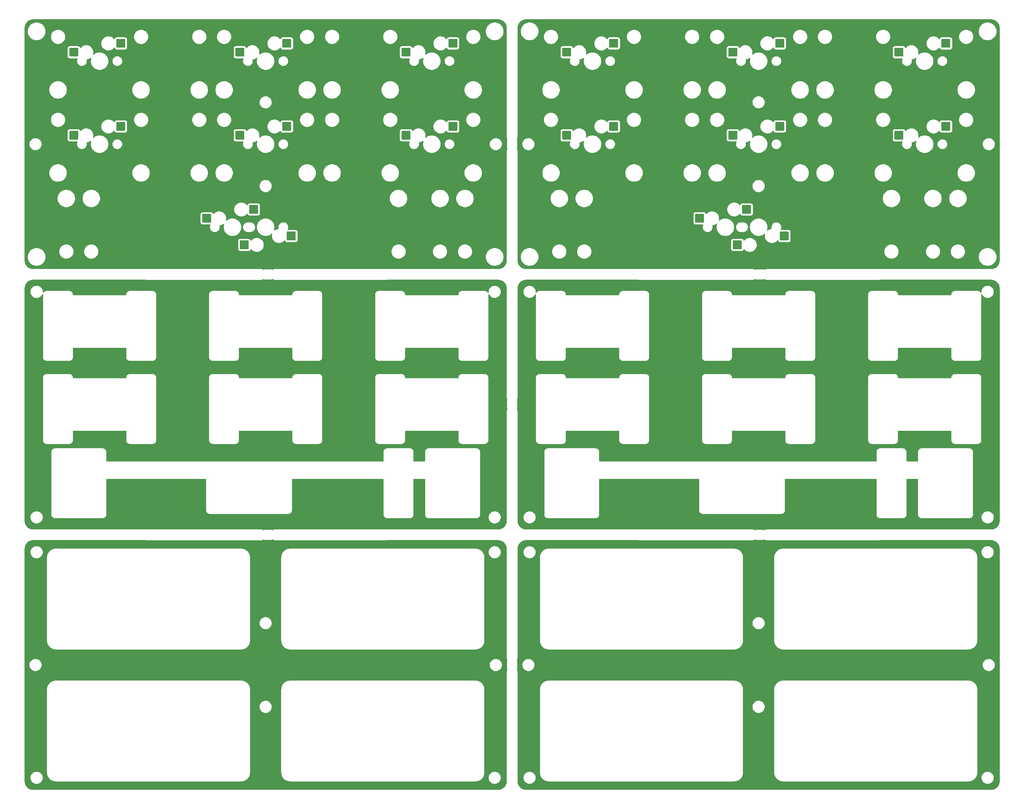
<source format=gbl>
G04 #@! TF.GenerationSoftware,KiCad,Pcbnew,(5.1.10)-1*
G04 #@! TF.CreationDate,2021-07-13T17:10:59+02:00*
G04 #@! TF.ProjectId,stab_tester,73746162-5f74-4657-9374-65722e6b6963,rev?*
G04 #@! TF.SameCoordinates,Original*
G04 #@! TF.FileFunction,Copper,L2,Bot*
G04 #@! TF.FilePolarity,Positive*
%FSLAX46Y46*%
G04 Gerber Fmt 4.6, Leading zero omitted, Abs format (unit mm)*
G04 Created by KiCad (PCBNEW (5.1.10)-1) date 2021-07-13 17:10:59*
%MOMM*%
%LPD*%
G01*
G04 APERTURE LIST*
G04 #@! TA.AperFunction,NonConductor*
%ADD10C,0.254000*%
G04 #@! TD*
G04 #@! TA.AperFunction,NonConductor*
%ADD11C,0.100000*%
G04 #@! TD*
G04 APERTURE END LIST*
G04 #@! TO.P,REF\u002A\u002A,1*
G04 #@! TO.N,N/C*
G04 #@! TA.AperFunction,SMDPad,CuDef*
G36*
G01*
X192278000Y-48242000D02*
X192278000Y-45992000D01*
G75*
G02*
X192403000Y-45867000I125000J0D01*
G01*
X194703000Y-45867000D01*
G75*
G02*
X194828000Y-45992000I0J-125000D01*
G01*
X194828000Y-48242000D01*
G75*
G02*
X194703000Y-48367000I-125000J0D01*
G01*
X192403000Y-48367000D01*
G75*
G02*
X192278000Y-48242000I0J125000D01*
G01*
G37*
G04 #@! TD.AperFunction*
G04 #@! TO.P,REF\u002A\u002A,2*
G04 #@! TA.AperFunction,SMDPad,CuDef*
G36*
G01*
X205728000Y-45702000D02*
X205728000Y-43452000D01*
G75*
G02*
X205853000Y-43327000I125000J0D01*
G01*
X208153000Y-43327000D01*
G75*
G02*
X208278000Y-43452000I0J-125000D01*
G01*
X208278000Y-45702000D01*
G75*
G02*
X208153000Y-45827000I-125000J0D01*
G01*
X205853000Y-45827000D01*
G75*
G02*
X205728000Y-45702000I0J125000D01*
G01*
G37*
G04 #@! TD.AperFunction*
G04 #@! TD*
G04 #@! TO.P,REF\u002A\u002A,1*
G04 #@! TO.N,N/C*
G04 #@! TA.AperFunction,SMDPad,CuDef*
G36*
G01*
X192278000Y-72054500D02*
X192278000Y-69804500D01*
G75*
G02*
X192403000Y-69679500I125000J0D01*
G01*
X194703000Y-69679500D01*
G75*
G02*
X194828000Y-69804500I0J-125000D01*
G01*
X194828000Y-72054500D01*
G75*
G02*
X194703000Y-72179500I-125000J0D01*
G01*
X192403000Y-72179500D01*
G75*
G02*
X192278000Y-72054500I0J125000D01*
G01*
G37*
G04 #@! TD.AperFunction*
G04 #@! TO.P,REF\u002A\u002A,2*
G04 #@! TA.AperFunction,SMDPad,CuDef*
G36*
G01*
X205728000Y-69514500D02*
X205728000Y-67264500D01*
G75*
G02*
X205853000Y-67139500I125000J0D01*
G01*
X208153000Y-67139500D01*
G75*
G02*
X208278000Y-67264500I0J-125000D01*
G01*
X208278000Y-69514500D01*
G75*
G02*
X208153000Y-69639500I-125000J0D01*
G01*
X205853000Y-69639500D01*
G75*
G02*
X205728000Y-69514500I0J125000D01*
G01*
G37*
G04 #@! TD.AperFunction*
G04 #@! TD*
G04 #@! TO.P,REF\u002A\u002A,1*
G04 #@! TO.N,N/C*
G04 #@! TA.AperFunction,SMDPad,CuDef*
G36*
G01*
X239903000Y-48242000D02*
X239903000Y-45992000D01*
G75*
G02*
X240028000Y-45867000I125000J0D01*
G01*
X242328000Y-45867000D01*
G75*
G02*
X242453000Y-45992000I0J-125000D01*
G01*
X242453000Y-48242000D01*
G75*
G02*
X242328000Y-48367000I-125000J0D01*
G01*
X240028000Y-48367000D01*
G75*
G02*
X239903000Y-48242000I0J125000D01*
G01*
G37*
G04 #@! TD.AperFunction*
G04 #@! TO.P,REF\u002A\u002A,2*
G04 #@! TA.AperFunction,SMDPad,CuDef*
G36*
G01*
X253353000Y-45702000D02*
X253353000Y-43452000D01*
G75*
G02*
X253478000Y-43327000I125000J0D01*
G01*
X255778000Y-43327000D01*
G75*
G02*
X255903000Y-43452000I0J-125000D01*
G01*
X255903000Y-45702000D01*
G75*
G02*
X255778000Y-45827000I-125000J0D01*
G01*
X253478000Y-45827000D01*
G75*
G02*
X253353000Y-45702000I0J125000D01*
G01*
G37*
G04 #@! TD.AperFunction*
G04 #@! TD*
G04 #@! TO.P,REF\u002A\u002A,1*
G04 #@! TO.N,N/C*
G04 #@! TA.AperFunction,SMDPad,CuDef*
G36*
G01*
X287528000Y-72054500D02*
X287528000Y-69804500D01*
G75*
G02*
X287653000Y-69679500I125000J0D01*
G01*
X289953000Y-69679500D01*
G75*
G02*
X290078000Y-69804500I0J-125000D01*
G01*
X290078000Y-72054500D01*
G75*
G02*
X289953000Y-72179500I-125000J0D01*
G01*
X287653000Y-72179500D01*
G75*
G02*
X287528000Y-72054500I0J125000D01*
G01*
G37*
G04 #@! TD.AperFunction*
G04 #@! TO.P,REF\u002A\u002A,2*
G04 #@! TA.AperFunction,SMDPad,CuDef*
G36*
G01*
X300978000Y-69514500D02*
X300978000Y-67264500D01*
G75*
G02*
X301103000Y-67139500I125000J0D01*
G01*
X303403000Y-67139500D01*
G75*
G02*
X303528000Y-67264500I0J-125000D01*
G01*
X303528000Y-69514500D01*
G75*
G02*
X303403000Y-69639500I-125000J0D01*
G01*
X301103000Y-69639500D01*
G75*
G02*
X300978000Y-69514500I0J125000D01*
G01*
G37*
G04 #@! TD.AperFunction*
G04 #@! TD*
G04 #@! TO.P,REF\u002A\u002A,1*
G04 #@! TO.N,N/C*
G04 #@! TA.AperFunction,SMDPad,CuDef*
G36*
G01*
X239903000Y-72054500D02*
X239903000Y-69804500D01*
G75*
G02*
X240028000Y-69679500I125000J0D01*
G01*
X242328000Y-69679500D01*
G75*
G02*
X242453000Y-69804500I0J-125000D01*
G01*
X242453000Y-72054500D01*
G75*
G02*
X242328000Y-72179500I-125000J0D01*
G01*
X240028000Y-72179500D01*
G75*
G02*
X239903000Y-72054500I0J125000D01*
G01*
G37*
G04 #@! TD.AperFunction*
G04 #@! TO.P,REF\u002A\u002A,2*
G04 #@! TA.AperFunction,SMDPad,CuDef*
G36*
G01*
X253353000Y-69514500D02*
X253353000Y-67264500D01*
G75*
G02*
X253478000Y-67139500I125000J0D01*
G01*
X255778000Y-67139500D01*
G75*
G02*
X255903000Y-67264500I0J-125000D01*
G01*
X255903000Y-69514500D01*
G75*
G02*
X255778000Y-69639500I-125000J0D01*
G01*
X253478000Y-69639500D01*
G75*
G02*
X253353000Y-69514500I0J125000D01*
G01*
G37*
G04 #@! TD.AperFunction*
G04 #@! TD*
G04 #@! TO.P,REF\u002A\u002A,1*
G04 #@! TO.N,N/C*
G04 #@! TA.AperFunction,SMDPad,CuDef*
G36*
G01*
X287528000Y-48242000D02*
X287528000Y-45992000D01*
G75*
G02*
X287653000Y-45867000I125000J0D01*
G01*
X289953000Y-45867000D01*
G75*
G02*
X290078000Y-45992000I0J-125000D01*
G01*
X290078000Y-48242000D01*
G75*
G02*
X289953000Y-48367000I-125000J0D01*
G01*
X287653000Y-48367000D01*
G75*
G02*
X287528000Y-48242000I0J125000D01*
G01*
G37*
G04 #@! TD.AperFunction*
G04 #@! TO.P,REF\u002A\u002A,2*
G04 #@! TA.AperFunction,SMDPad,CuDef*
G36*
G01*
X300978000Y-45702000D02*
X300978000Y-43452000D01*
G75*
G02*
X301103000Y-43327000I125000J0D01*
G01*
X303403000Y-43327000D01*
G75*
G02*
X303528000Y-43452000I0J-125000D01*
G01*
X303528000Y-45702000D01*
G75*
G02*
X303403000Y-45827000I-125000J0D01*
G01*
X301103000Y-45827000D01*
G75*
G02*
X300978000Y-45702000I0J125000D01*
G01*
G37*
G04 #@! TD.AperFunction*
G04 #@! TD*
G04 #@! TO.P,REF\u002A\u002A,2*
G04 #@! TO.N,N/C*
G04 #@! TA.AperFunction,SMDPad,CuDef*
G36*
G01*
X243723000Y-101237000D02*
X243723000Y-103487000D01*
G75*
G02*
X243598000Y-103612000I-125000J0D01*
G01*
X241298000Y-103612000D01*
G75*
G02*
X241173000Y-103487000I0J125000D01*
G01*
X241173000Y-101237000D01*
G75*
G02*
X241298000Y-101112000I125000J0D01*
G01*
X243598000Y-101112000D01*
G75*
G02*
X243723000Y-101237000I0J-125000D01*
G01*
G37*
G04 #@! TD.AperFunction*
G04 #@! TO.P,REF\u002A\u002A,1*
G04 #@! TA.AperFunction,SMDPad,CuDef*
G36*
G01*
X257173000Y-98697000D02*
X257173000Y-100947000D01*
G75*
G02*
X257048000Y-101072000I-125000J0D01*
G01*
X254748000Y-101072000D01*
G75*
G02*
X254623000Y-100947000I0J125000D01*
G01*
X254623000Y-98697000D01*
G75*
G02*
X254748000Y-98572000I125000J0D01*
G01*
X257048000Y-98572000D01*
G75*
G02*
X257173000Y-98697000I0J-125000D01*
G01*
G37*
G04 #@! TD.AperFunction*
G04 #@! TD*
G04 #@! TO.P,REF\u002A\u002A,2*
G04 #@! TO.N,N/C*
G04 #@! TA.AperFunction,SMDPad,CuDef*
G36*
G01*
X243828000Y-93327000D02*
X243828000Y-91077000D01*
G75*
G02*
X243953000Y-90952000I125000J0D01*
G01*
X246253000Y-90952000D01*
G75*
G02*
X246378000Y-91077000I0J-125000D01*
G01*
X246378000Y-93327000D01*
G75*
G02*
X246253000Y-93452000I-125000J0D01*
G01*
X243953000Y-93452000D01*
G75*
G02*
X243828000Y-93327000I0J125000D01*
G01*
G37*
G04 #@! TD.AperFunction*
G04 #@! TO.P,REF\u002A\u002A,1*
G04 #@! TA.AperFunction,SMDPad,CuDef*
G36*
G01*
X230378000Y-95867000D02*
X230378000Y-93617000D01*
G75*
G02*
X230503000Y-93492000I125000J0D01*
G01*
X232803000Y-93492000D01*
G75*
G02*
X232928000Y-93617000I0J-125000D01*
G01*
X232928000Y-95867000D01*
G75*
G02*
X232803000Y-95992000I-125000J0D01*
G01*
X230503000Y-95992000D01*
G75*
G02*
X230378000Y-95867000I0J125000D01*
G01*
G37*
G04 #@! TD.AperFunction*
G04 #@! TD*
G04 #@! TO.P,REF\u002A\u002A,2*
G04 #@! TO.N,N/C*
G04 #@! TA.AperFunction,SMDPad,CuDef*
G36*
G01*
X64378000Y-69514500D02*
X64378000Y-67264500D01*
G75*
G02*
X64503000Y-67139500I125000J0D01*
G01*
X66803000Y-67139500D01*
G75*
G02*
X66928000Y-67264500I0J-125000D01*
G01*
X66928000Y-69514500D01*
G75*
G02*
X66803000Y-69639500I-125000J0D01*
G01*
X64503000Y-69639500D01*
G75*
G02*
X64378000Y-69514500I0J125000D01*
G01*
G37*
G04 #@! TD.AperFunction*
G04 #@! TO.P,REF\u002A\u002A,1*
G04 #@! TA.AperFunction,SMDPad,CuDef*
G36*
G01*
X50928000Y-72054500D02*
X50928000Y-69804500D01*
G75*
G02*
X51053000Y-69679500I125000J0D01*
G01*
X53353000Y-69679500D01*
G75*
G02*
X53478000Y-69804500I0J-125000D01*
G01*
X53478000Y-72054500D01*
G75*
G02*
X53353000Y-72179500I-125000J0D01*
G01*
X51053000Y-72179500D01*
G75*
G02*
X50928000Y-72054500I0J125000D01*
G01*
G37*
G04 #@! TD.AperFunction*
G04 #@! TD*
G04 #@! TO.P,REF\u002A\u002A,2*
G04 #@! TO.N,N/C*
G04 #@! TA.AperFunction,SMDPad,CuDef*
G36*
G01*
X112003000Y-69514500D02*
X112003000Y-67264500D01*
G75*
G02*
X112128000Y-67139500I125000J0D01*
G01*
X114428000Y-67139500D01*
G75*
G02*
X114553000Y-67264500I0J-125000D01*
G01*
X114553000Y-69514500D01*
G75*
G02*
X114428000Y-69639500I-125000J0D01*
G01*
X112128000Y-69639500D01*
G75*
G02*
X112003000Y-69514500I0J125000D01*
G01*
G37*
G04 #@! TD.AperFunction*
G04 #@! TO.P,REF\u002A\u002A,1*
G04 #@! TA.AperFunction,SMDPad,CuDef*
G36*
G01*
X98553000Y-72054500D02*
X98553000Y-69804500D01*
G75*
G02*
X98678000Y-69679500I125000J0D01*
G01*
X100978000Y-69679500D01*
G75*
G02*
X101103000Y-69804500I0J-125000D01*
G01*
X101103000Y-72054500D01*
G75*
G02*
X100978000Y-72179500I-125000J0D01*
G01*
X98678000Y-72179500D01*
G75*
G02*
X98553000Y-72054500I0J125000D01*
G01*
G37*
G04 #@! TD.AperFunction*
G04 #@! TD*
G04 #@! TO.P,REF\u002A\u002A,2*
G04 #@! TO.N,N/C*
G04 #@! TA.AperFunction,SMDPad,CuDef*
G36*
G01*
X159628000Y-69514500D02*
X159628000Y-67264500D01*
G75*
G02*
X159753000Y-67139500I125000J0D01*
G01*
X162053000Y-67139500D01*
G75*
G02*
X162178000Y-67264500I0J-125000D01*
G01*
X162178000Y-69514500D01*
G75*
G02*
X162053000Y-69639500I-125000J0D01*
G01*
X159753000Y-69639500D01*
G75*
G02*
X159628000Y-69514500I0J125000D01*
G01*
G37*
G04 #@! TD.AperFunction*
G04 #@! TO.P,REF\u002A\u002A,1*
G04 #@! TA.AperFunction,SMDPad,CuDef*
G36*
G01*
X146178000Y-72054500D02*
X146178000Y-69804500D01*
G75*
G02*
X146303000Y-69679500I125000J0D01*
G01*
X148603000Y-69679500D01*
G75*
G02*
X148728000Y-69804500I0J-125000D01*
G01*
X148728000Y-72054500D01*
G75*
G02*
X148603000Y-72179500I-125000J0D01*
G01*
X146303000Y-72179500D01*
G75*
G02*
X146178000Y-72054500I0J125000D01*
G01*
G37*
G04 #@! TD.AperFunction*
G04 #@! TD*
G04 #@! TO.P,REF\u002A\u002A,2*
G04 #@! TO.N,N/C*
G04 #@! TA.AperFunction,SMDPad,CuDef*
G36*
G01*
X159628000Y-45702000D02*
X159628000Y-43452000D01*
G75*
G02*
X159753000Y-43327000I125000J0D01*
G01*
X162053000Y-43327000D01*
G75*
G02*
X162178000Y-43452000I0J-125000D01*
G01*
X162178000Y-45702000D01*
G75*
G02*
X162053000Y-45827000I-125000J0D01*
G01*
X159753000Y-45827000D01*
G75*
G02*
X159628000Y-45702000I0J125000D01*
G01*
G37*
G04 #@! TD.AperFunction*
G04 #@! TO.P,REF\u002A\u002A,1*
G04 #@! TA.AperFunction,SMDPad,CuDef*
G36*
G01*
X146178000Y-48242000D02*
X146178000Y-45992000D01*
G75*
G02*
X146303000Y-45867000I125000J0D01*
G01*
X148603000Y-45867000D01*
G75*
G02*
X148728000Y-45992000I0J-125000D01*
G01*
X148728000Y-48242000D01*
G75*
G02*
X148603000Y-48367000I-125000J0D01*
G01*
X146303000Y-48367000D01*
G75*
G02*
X146178000Y-48242000I0J125000D01*
G01*
G37*
G04 #@! TD.AperFunction*
G04 #@! TD*
G04 #@! TO.P,REF\u002A\u002A,2*
G04 #@! TO.N,N/C*
G04 #@! TA.AperFunction,SMDPad,CuDef*
G36*
G01*
X112003000Y-45702000D02*
X112003000Y-43452000D01*
G75*
G02*
X112128000Y-43327000I125000J0D01*
G01*
X114428000Y-43327000D01*
G75*
G02*
X114553000Y-43452000I0J-125000D01*
G01*
X114553000Y-45702000D01*
G75*
G02*
X114428000Y-45827000I-125000J0D01*
G01*
X112128000Y-45827000D01*
G75*
G02*
X112003000Y-45702000I0J125000D01*
G01*
G37*
G04 #@! TD.AperFunction*
G04 #@! TO.P,REF\u002A\u002A,1*
G04 #@! TA.AperFunction,SMDPad,CuDef*
G36*
G01*
X98553000Y-48242000D02*
X98553000Y-45992000D01*
G75*
G02*
X98678000Y-45867000I125000J0D01*
G01*
X100978000Y-45867000D01*
G75*
G02*
X101103000Y-45992000I0J-125000D01*
G01*
X101103000Y-48242000D01*
G75*
G02*
X100978000Y-48367000I-125000J0D01*
G01*
X98678000Y-48367000D01*
G75*
G02*
X98553000Y-48242000I0J125000D01*
G01*
G37*
G04 #@! TD.AperFunction*
G04 #@! TD*
G04 #@! TO.P,REF\u002A\u002A,2*
G04 #@! TO.N,N/C*
G04 #@! TA.AperFunction,SMDPad,CuDef*
G36*
G01*
X64378000Y-45702000D02*
X64378000Y-43452000D01*
G75*
G02*
X64503000Y-43327000I125000J0D01*
G01*
X66803000Y-43327000D01*
G75*
G02*
X66928000Y-43452000I0J-125000D01*
G01*
X66928000Y-45702000D01*
G75*
G02*
X66803000Y-45827000I-125000J0D01*
G01*
X64503000Y-45827000D01*
G75*
G02*
X64378000Y-45702000I0J125000D01*
G01*
G37*
G04 #@! TD.AperFunction*
G04 #@! TO.P,REF\u002A\u002A,1*
G04 #@! TA.AperFunction,SMDPad,CuDef*
G36*
G01*
X50928000Y-48242000D02*
X50928000Y-45992000D01*
G75*
G02*
X51053000Y-45867000I125000J0D01*
G01*
X53353000Y-45867000D01*
G75*
G02*
X53478000Y-45992000I0J-125000D01*
G01*
X53478000Y-48242000D01*
G75*
G02*
X53353000Y-48367000I-125000J0D01*
G01*
X51053000Y-48367000D01*
G75*
G02*
X50928000Y-48242000I0J125000D01*
G01*
G37*
G04 #@! TD.AperFunction*
G04 #@! TD*
G04 #@! TO.P,REF\u002A\u002A,1*
G04 #@! TO.N,N/C*
G04 #@! TA.AperFunction,SMDPad,CuDef*
G36*
G01*
X89028000Y-95867000D02*
X89028000Y-93617000D01*
G75*
G02*
X89153000Y-93492000I125000J0D01*
G01*
X91453000Y-93492000D01*
G75*
G02*
X91578000Y-93617000I0J-125000D01*
G01*
X91578000Y-95867000D01*
G75*
G02*
X91453000Y-95992000I-125000J0D01*
G01*
X89153000Y-95992000D01*
G75*
G02*
X89028000Y-95867000I0J125000D01*
G01*
G37*
G04 #@! TD.AperFunction*
G04 #@! TO.P,REF\u002A\u002A,2*
G04 #@! TA.AperFunction,SMDPad,CuDef*
G36*
G01*
X102478000Y-93327000D02*
X102478000Y-91077000D01*
G75*
G02*
X102603000Y-90952000I125000J0D01*
G01*
X104903000Y-90952000D01*
G75*
G02*
X105028000Y-91077000I0J-125000D01*
G01*
X105028000Y-93327000D01*
G75*
G02*
X104903000Y-93452000I-125000J0D01*
G01*
X102603000Y-93452000D01*
G75*
G02*
X102478000Y-93327000I0J125000D01*
G01*
G37*
G04 #@! TD.AperFunction*
G04 #@! TD*
G04 #@! TO.P,REF\u002A\u002A,1*
G04 #@! TO.N,N/C*
G04 #@! TA.AperFunction,SMDPad,CuDef*
G36*
G01*
X115823000Y-98697000D02*
X115823000Y-100947000D01*
G75*
G02*
X115698000Y-101072000I-125000J0D01*
G01*
X113398000Y-101072000D01*
G75*
G02*
X113273000Y-100947000I0J125000D01*
G01*
X113273000Y-98697000D01*
G75*
G02*
X113398000Y-98572000I125000J0D01*
G01*
X115698000Y-98572000D01*
G75*
G02*
X115823000Y-98697000I0J-125000D01*
G01*
G37*
G04 #@! TD.AperFunction*
G04 #@! TO.P,REF\u002A\u002A,2*
G04 #@! TA.AperFunction,SMDPad,CuDef*
G36*
G01*
X102373000Y-101237000D02*
X102373000Y-103487000D01*
G75*
G02*
X102248000Y-103612000I-125000J0D01*
G01*
X99948000Y-103612000D01*
G75*
G02*
X99823000Y-103487000I0J125000D01*
G01*
X99823000Y-101237000D01*
G75*
G02*
X99948000Y-101112000I125000J0D01*
G01*
X102248000Y-101112000D01*
G75*
G02*
X102373000Y-101237000I0J-125000D01*
G01*
G37*
G04 #@! TD.AperFunction*
G04 #@! TD*
D10*
X250172081Y-187001794D02*
X250227393Y-187024592D01*
X250282367Y-187048154D01*
X250291170Y-187050879D01*
X250478007Y-187107288D01*
X250536687Y-187118907D01*
X250595197Y-187131344D01*
X250604362Y-187132307D01*
X250798595Y-187151352D01*
X250798603Y-187151352D01*
X250830711Y-187154508D01*
X315180779Y-187142008D01*
X315666894Y-187189672D01*
X316103499Y-187321491D01*
X316506186Y-187535602D01*
X316859613Y-187823850D01*
X317150328Y-188175263D01*
X317367243Y-188576441D01*
X317502107Y-189012115D01*
X317553001Y-189496346D01*
X317553002Y-256124722D01*
X317505332Y-256610895D01*
X317373513Y-257047502D01*
X317159404Y-257450183D01*
X316871149Y-257803618D01*
X316519743Y-258094327D01*
X316118565Y-258311242D01*
X315682887Y-258446108D01*
X315198665Y-258497002D01*
X181895290Y-258497002D01*
X181409107Y-258449331D01*
X180972500Y-258317511D01*
X180569820Y-258103403D01*
X180216386Y-257815149D01*
X179925678Y-257463744D01*
X179708760Y-257062563D01*
X179573895Y-256626885D01*
X179523002Y-256142666D01*
X179523002Y-254972730D01*
X180992055Y-254972730D01*
X180992055Y-255341274D01*
X181063954Y-255702737D01*
X181204990Y-256043227D01*
X181409742Y-256349661D01*
X181670342Y-256610261D01*
X181976776Y-256815013D01*
X182317266Y-256956049D01*
X182678729Y-257027948D01*
X183047273Y-257027948D01*
X183408736Y-256956049D01*
X183749226Y-256815013D01*
X184055660Y-256610261D01*
X184316260Y-256349661D01*
X184521012Y-256043227D01*
X184662048Y-255702737D01*
X184733947Y-255341274D01*
X184733947Y-254972730D01*
X184662048Y-254611267D01*
X184521012Y-254270777D01*
X184316260Y-253964343D01*
X184055660Y-253703743D01*
X183749226Y-253498991D01*
X183408736Y-253357955D01*
X183047273Y-253286056D01*
X182678729Y-253286056D01*
X182317266Y-253357955D01*
X181976776Y-253498991D01*
X181670342Y-253703743D01*
X181409742Y-253964343D01*
X181204990Y-254270777D01*
X181063954Y-254611267D01*
X180992055Y-254972730D01*
X179523002Y-254972730D01*
X179523001Y-229787083D01*
X185703000Y-229787083D01*
X185703001Y-253689420D01*
X185705852Y-253718365D01*
X185705765Y-253730780D01*
X185706664Y-253739952D01*
X185747464Y-254128144D01*
X185759494Y-254186750D01*
X185770701Y-254245502D01*
X185773365Y-254254324D01*
X185888789Y-254627199D01*
X185911974Y-254682354D01*
X185934378Y-254737807D01*
X185938705Y-254745944D01*
X186124356Y-255089299D01*
X186157801Y-255138883D01*
X186190561Y-255188946D01*
X186196385Y-255196087D01*
X186445192Y-255496843D01*
X186487647Y-255539002D01*
X186529491Y-255581732D01*
X186536591Y-255587606D01*
X186839076Y-255834307D01*
X186888903Y-255867411D01*
X186938258Y-255901206D01*
X186946364Y-255905589D01*
X187291006Y-256088839D01*
X187346310Y-256111633D01*
X187401294Y-256135200D01*
X187410097Y-256137925D01*
X187783769Y-256250743D01*
X187842457Y-256262363D01*
X187900960Y-256274799D01*
X187910125Y-256275762D01*
X188298594Y-256313852D01*
X188298608Y-256313852D01*
X188330581Y-256317001D01*
X241570419Y-256317001D01*
X241599373Y-256314149D01*
X241611781Y-256314236D01*
X241620952Y-256313336D01*
X242009145Y-256272535D01*
X242067708Y-256260514D01*
X242126501Y-256249299D01*
X242135323Y-256246635D01*
X242508198Y-256131211D01*
X242563353Y-256108026D01*
X242618806Y-256085622D01*
X242626943Y-256081295D01*
X242970298Y-255895644D01*
X243019849Y-255862221D01*
X243069946Y-255829439D01*
X243077087Y-255823614D01*
X243377841Y-255574807D01*
X243419981Y-255532372D01*
X243462730Y-255490509D01*
X243468604Y-255483409D01*
X243715305Y-255180924D01*
X243748409Y-255131097D01*
X243782204Y-255081742D01*
X243786587Y-255073636D01*
X243969837Y-254728994D01*
X243992631Y-254673690D01*
X244016198Y-254618706D01*
X244018923Y-254609903D01*
X244131741Y-254236231D01*
X244143361Y-254177543D01*
X244155797Y-254119040D01*
X244156760Y-254109875D01*
X244194850Y-253721406D01*
X244194850Y-253721403D01*
X244198000Y-253689420D01*
X244198000Y-234635229D01*
X246667053Y-234635229D01*
X246667053Y-235003773D01*
X246738952Y-235365236D01*
X246879988Y-235705727D01*
X247084740Y-236012160D01*
X247345341Y-236272761D01*
X247651774Y-236477513D01*
X247992265Y-236618549D01*
X248353728Y-236690448D01*
X248722272Y-236690448D01*
X249083735Y-236618549D01*
X249424226Y-236477513D01*
X249730659Y-236272761D01*
X249991260Y-236012160D01*
X250196012Y-235705727D01*
X250337048Y-235365236D01*
X250408947Y-235003773D01*
X250408947Y-234635229D01*
X250337048Y-234273766D01*
X250196012Y-233933275D01*
X249991260Y-233626842D01*
X249730659Y-233366241D01*
X249424226Y-233161489D01*
X249083735Y-233020453D01*
X248722272Y-232948554D01*
X248353728Y-232948554D01*
X247992265Y-233020453D01*
X247651774Y-233161489D01*
X247345341Y-233366241D01*
X247084740Y-233626842D01*
X246879988Y-233933275D01*
X246738952Y-234273766D01*
X246667053Y-234635229D01*
X244198000Y-234635229D01*
X244198000Y-229787084D01*
X252878000Y-229787084D01*
X252878001Y-253689421D01*
X252880852Y-253718366D01*
X252880765Y-253730781D01*
X252881664Y-253739953D01*
X252922464Y-254128145D01*
X252934494Y-254186751D01*
X252945701Y-254245503D01*
X252948365Y-254254325D01*
X253063789Y-254627200D01*
X253086974Y-254682355D01*
X253109378Y-254737808D01*
X253113705Y-254745945D01*
X253299356Y-255089300D01*
X253332801Y-255138884D01*
X253365561Y-255188947D01*
X253371385Y-255196088D01*
X253620192Y-255496844D01*
X253662647Y-255539003D01*
X253704491Y-255581733D01*
X253711591Y-255587607D01*
X254014076Y-255834308D01*
X254063903Y-255867412D01*
X254113258Y-255901207D01*
X254121364Y-255905590D01*
X254466006Y-256088840D01*
X254521310Y-256111634D01*
X254576294Y-256135201D01*
X254585097Y-256137926D01*
X254958769Y-256250744D01*
X255017457Y-256262364D01*
X255075960Y-256274800D01*
X255085125Y-256275763D01*
X255473594Y-256313853D01*
X255473608Y-256313853D01*
X255505581Y-256317002D01*
X308745419Y-256317002D01*
X308774373Y-256314150D01*
X308786781Y-256314237D01*
X308795952Y-256313337D01*
X309184145Y-256272536D01*
X309242708Y-256260515D01*
X309301501Y-256249300D01*
X309310323Y-256246636D01*
X309683198Y-256131212D01*
X309738353Y-256108027D01*
X309793806Y-256085623D01*
X309801943Y-256081296D01*
X310145298Y-255895645D01*
X310194849Y-255862222D01*
X310244946Y-255829440D01*
X310252087Y-255823615D01*
X310552841Y-255574808D01*
X310594981Y-255532373D01*
X310637730Y-255490510D01*
X310643604Y-255483410D01*
X310890305Y-255180925D01*
X310923409Y-255131098D01*
X310957204Y-255081743D01*
X310961587Y-255073637D01*
X311015240Y-254972730D01*
X312342054Y-254972730D01*
X312342054Y-255341274D01*
X312413953Y-255702737D01*
X312554989Y-256043228D01*
X312759741Y-256349661D01*
X313020342Y-256610262D01*
X313326775Y-256815014D01*
X313667266Y-256956050D01*
X314028729Y-257027949D01*
X314397273Y-257027949D01*
X314758736Y-256956050D01*
X315099227Y-256815014D01*
X315405660Y-256610262D01*
X315666261Y-256349661D01*
X315871013Y-256043228D01*
X316012049Y-255702737D01*
X316083948Y-255341274D01*
X316083948Y-254972730D01*
X316012049Y-254611267D01*
X315871013Y-254270776D01*
X315666261Y-253964343D01*
X315405660Y-253703742D01*
X315099227Y-253498990D01*
X314758736Y-253357954D01*
X314397273Y-253286055D01*
X314028729Y-253286055D01*
X313667266Y-253357954D01*
X313326775Y-253498990D01*
X313020342Y-253703742D01*
X312759741Y-253964343D01*
X312554989Y-254270776D01*
X312413953Y-254611267D01*
X312342054Y-254972730D01*
X311015240Y-254972730D01*
X311144837Y-254728995D01*
X311167631Y-254673691D01*
X311191198Y-254618707D01*
X311193923Y-254609904D01*
X311306741Y-254236232D01*
X311318361Y-254177544D01*
X311330797Y-254119041D01*
X311331760Y-254109876D01*
X311369850Y-253721407D01*
X311369850Y-253721404D01*
X311373000Y-253689421D01*
X311373000Y-229787083D01*
X311370148Y-229758129D01*
X311370235Y-229745721D01*
X311369335Y-229736549D01*
X311328534Y-229348357D01*
X311316514Y-229289801D01*
X311305298Y-229231000D01*
X311302634Y-229222179D01*
X311187210Y-228849304D01*
X311164025Y-228794149D01*
X311141621Y-228738696D01*
X311137294Y-228730560D01*
X311137294Y-228730559D01*
X311137291Y-228730555D01*
X310951643Y-228387204D01*
X310918187Y-228337603D01*
X310885437Y-228287556D01*
X310879613Y-228280415D01*
X310630806Y-227979660D01*
X310588371Y-227937521D01*
X310546508Y-227894771D01*
X310539407Y-227888898D01*
X310236923Y-227642197D01*
X310187107Y-227609100D01*
X310137741Y-227575297D01*
X310129635Y-227570915D01*
X309784993Y-227387665D01*
X309729687Y-227364870D01*
X309674704Y-227341304D01*
X309665901Y-227338579D01*
X309292230Y-227225761D01*
X309233542Y-227214141D01*
X309175039Y-227201705D01*
X309165874Y-227200742D01*
X308777405Y-227162652D01*
X308777402Y-227162652D01*
X308745419Y-227159502D01*
X255505581Y-227159502D01*
X255476627Y-227162354D01*
X255464219Y-227162267D01*
X255455047Y-227163167D01*
X255066855Y-227203968D01*
X255008299Y-227215988D01*
X254949498Y-227227204D01*
X254940677Y-227229868D01*
X254567802Y-227345292D01*
X254512647Y-227368477D01*
X254457194Y-227390881D01*
X254449062Y-227395206D01*
X254449057Y-227395208D01*
X254449053Y-227395211D01*
X254105702Y-227580859D01*
X254056101Y-227614315D01*
X254006054Y-227647065D01*
X253998913Y-227652889D01*
X253698158Y-227901696D01*
X253656019Y-227944131D01*
X253613269Y-227985994D01*
X253607396Y-227993095D01*
X253360695Y-228295579D01*
X253327598Y-228345395D01*
X253293795Y-228394761D01*
X253289413Y-228402867D01*
X253106163Y-228747509D01*
X253083368Y-228802815D01*
X253059802Y-228857798D01*
X253057077Y-228866601D01*
X252944259Y-229240272D01*
X252932639Y-229298960D01*
X252920203Y-229357463D01*
X252919240Y-229366628D01*
X252881150Y-229755097D01*
X252878000Y-229787084D01*
X244198000Y-229787084D01*
X244198000Y-229787082D01*
X244195148Y-229758128D01*
X244195235Y-229745720D01*
X244194335Y-229736548D01*
X244153534Y-229348356D01*
X244141514Y-229289800D01*
X244130298Y-229230999D01*
X244127634Y-229222178D01*
X244012210Y-228849303D01*
X243989025Y-228794148D01*
X243966621Y-228738695D01*
X243962294Y-228730559D01*
X243962294Y-228730558D01*
X243962291Y-228730554D01*
X243776643Y-228387203D01*
X243743187Y-228337602D01*
X243710437Y-228287555D01*
X243704613Y-228280414D01*
X243455806Y-227979659D01*
X243413371Y-227937520D01*
X243371508Y-227894770D01*
X243364407Y-227888897D01*
X243061923Y-227642196D01*
X243012107Y-227609099D01*
X242962741Y-227575296D01*
X242954635Y-227570914D01*
X242609993Y-227387664D01*
X242554687Y-227364869D01*
X242499704Y-227341303D01*
X242490901Y-227338578D01*
X242117230Y-227225760D01*
X242058542Y-227214140D01*
X242000039Y-227201704D01*
X241990874Y-227200741D01*
X241602405Y-227162651D01*
X241602402Y-227162651D01*
X241570419Y-227159501D01*
X188330581Y-227159501D01*
X188301627Y-227162353D01*
X188289219Y-227162266D01*
X188280047Y-227163166D01*
X187891855Y-227203967D01*
X187833299Y-227215987D01*
X187774498Y-227227203D01*
X187765677Y-227229867D01*
X187392802Y-227345291D01*
X187337647Y-227368476D01*
X187282194Y-227390880D01*
X187274062Y-227395205D01*
X187274057Y-227395207D01*
X187274056Y-227395208D01*
X186930702Y-227580858D01*
X186881101Y-227614314D01*
X186831054Y-227647064D01*
X186823913Y-227652888D01*
X186523158Y-227901695D01*
X186481019Y-227944130D01*
X186438269Y-227985993D01*
X186432396Y-227993094D01*
X186185695Y-228295578D01*
X186152598Y-228345394D01*
X186118795Y-228394760D01*
X186114413Y-228402866D01*
X185931163Y-228747508D01*
X185908368Y-228802814D01*
X185884802Y-228857797D01*
X185882077Y-228866600D01*
X185769259Y-229240271D01*
X185757639Y-229298959D01*
X185745203Y-229357462D01*
X185744240Y-229366627D01*
X185706150Y-229755096D01*
X185703000Y-229787083D01*
X179523001Y-229787083D01*
X179523000Y-224787083D01*
X179519754Y-224754125D01*
X179519754Y-224741135D01*
X179518791Y-224731970D01*
X179497036Y-224538020D01*
X179484601Y-224479521D01*
X179472979Y-224420827D01*
X179470254Y-224412024D01*
X179411241Y-224225993D01*
X179387675Y-224171011D01*
X179364881Y-224115708D01*
X179360498Y-224107602D01*
X179341240Y-224072573D01*
X179397278Y-223988707D01*
X179463991Y-223827647D01*
X179498001Y-223656667D01*
X179498001Y-223482337D01*
X179463991Y-223311357D01*
X179415588Y-223194502D01*
X179463991Y-223077647D01*
X179498001Y-222906667D01*
X179498001Y-222732337D01*
X179478686Y-222635229D01*
X180667053Y-222635229D01*
X180667053Y-223003773D01*
X180738952Y-223365236D01*
X180879988Y-223705727D01*
X181084740Y-224012160D01*
X181345341Y-224272761D01*
X181651774Y-224477513D01*
X181992265Y-224618549D01*
X182353728Y-224690448D01*
X182722272Y-224690448D01*
X183083735Y-224618549D01*
X183424226Y-224477513D01*
X183730659Y-224272761D01*
X183991260Y-224012160D01*
X184196012Y-223705727D01*
X184337048Y-223365236D01*
X184408947Y-223003773D01*
X184408947Y-222635230D01*
X312667053Y-222635230D01*
X312667053Y-223003774D01*
X312738952Y-223365237D01*
X312879988Y-223705728D01*
X313084740Y-224012161D01*
X313345341Y-224272762D01*
X313651774Y-224477514D01*
X313992265Y-224618550D01*
X314353728Y-224690449D01*
X314722272Y-224690449D01*
X315083735Y-224618550D01*
X315424226Y-224477514D01*
X315730659Y-224272762D01*
X315991260Y-224012161D01*
X316196012Y-223705728D01*
X316337048Y-223365237D01*
X316408947Y-223003774D01*
X316408947Y-222635230D01*
X316337048Y-222273767D01*
X316196012Y-221933276D01*
X315991260Y-221626843D01*
X315730659Y-221366242D01*
X315424226Y-221161490D01*
X315083735Y-221020454D01*
X314722272Y-220948555D01*
X314353728Y-220948555D01*
X313992265Y-221020454D01*
X313651774Y-221161490D01*
X313345341Y-221366242D01*
X313084740Y-221626843D01*
X312879988Y-221933276D01*
X312738952Y-222273767D01*
X312667053Y-222635230D01*
X184408947Y-222635230D01*
X184408947Y-222635229D01*
X184337048Y-222273766D01*
X184196012Y-221933275D01*
X183991260Y-221626842D01*
X183730659Y-221366241D01*
X183424226Y-221161489D01*
X183083735Y-221020453D01*
X182722272Y-220948554D01*
X182353728Y-220948554D01*
X181992265Y-221020453D01*
X181651774Y-221161489D01*
X181345341Y-221366241D01*
X181084740Y-221626842D01*
X180879988Y-221933275D01*
X180738952Y-222273766D01*
X180667053Y-222635229D01*
X179478686Y-222635229D01*
X179463991Y-222561357D01*
X179415588Y-222444502D01*
X179463991Y-222327647D01*
X179498001Y-222156667D01*
X179498001Y-221982337D01*
X179463991Y-221811357D01*
X179397278Y-221650297D01*
X179340835Y-221565825D01*
X179370293Y-221510422D01*
X179393091Y-221455110D01*
X179416653Y-221400136D01*
X179419378Y-221391333D01*
X179475787Y-221204496D01*
X179487406Y-221145816D01*
X179499843Y-221087306D01*
X179500806Y-221078141D01*
X179519851Y-220883908D01*
X179519851Y-220883904D01*
X179523001Y-220851921D01*
X179523001Y-190297729D01*
X180992054Y-190297729D01*
X180992054Y-190666273D01*
X181063953Y-191027736D01*
X181204989Y-191368226D01*
X181409741Y-191674660D01*
X181670341Y-191935260D01*
X181976775Y-192140012D01*
X182317265Y-192281048D01*
X182678728Y-192352947D01*
X183047272Y-192352947D01*
X183408735Y-192281048D01*
X183749225Y-192140012D01*
X184034223Y-191949583D01*
X185703000Y-191949583D01*
X185703001Y-215851920D01*
X185705852Y-215880865D01*
X185705765Y-215893280D01*
X185706664Y-215902452D01*
X185747464Y-216290644D01*
X185759494Y-216349250D01*
X185770701Y-216408002D01*
X185773365Y-216416824D01*
X185888789Y-216789699D01*
X185911974Y-216844854D01*
X185934378Y-216900307D01*
X185938705Y-216908444D01*
X186124356Y-217251799D01*
X186157801Y-217301383D01*
X186190561Y-217351446D01*
X186196385Y-217358587D01*
X186445192Y-217659343D01*
X186487647Y-217701502D01*
X186529491Y-217744232D01*
X186536591Y-217750106D01*
X186839076Y-217996807D01*
X186888903Y-218029911D01*
X186938258Y-218063706D01*
X186946364Y-218068089D01*
X187291006Y-218251339D01*
X187346310Y-218274133D01*
X187401294Y-218297700D01*
X187410097Y-218300425D01*
X187783769Y-218413243D01*
X187842457Y-218424863D01*
X187900960Y-218437299D01*
X187910125Y-218438262D01*
X188298594Y-218476352D01*
X188298608Y-218476352D01*
X188330581Y-218479501D01*
X241570419Y-218479501D01*
X241599373Y-218476649D01*
X241611781Y-218476736D01*
X241620952Y-218475836D01*
X242009145Y-218435035D01*
X242067708Y-218423014D01*
X242126501Y-218411799D01*
X242135323Y-218409135D01*
X242508198Y-218293711D01*
X242563353Y-218270526D01*
X242618806Y-218248122D01*
X242626943Y-218243795D01*
X242970298Y-218058144D01*
X243019849Y-218024721D01*
X243069946Y-217991939D01*
X243077087Y-217986114D01*
X243377841Y-217737307D01*
X243419981Y-217694872D01*
X243462730Y-217653009D01*
X243468604Y-217645909D01*
X243715305Y-217343424D01*
X243748409Y-217293597D01*
X243782204Y-217244242D01*
X243786587Y-217236136D01*
X243969837Y-216891494D01*
X243992631Y-216836190D01*
X244016198Y-216781206D01*
X244018923Y-216772403D01*
X244131741Y-216398731D01*
X244143361Y-216340043D01*
X244155797Y-216281540D01*
X244156760Y-216272375D01*
X244194850Y-215883906D01*
X244194850Y-215883903D01*
X244198000Y-215851920D01*
X244198000Y-210635229D01*
X246667053Y-210635229D01*
X246667053Y-211003773D01*
X246738952Y-211365236D01*
X246879988Y-211705727D01*
X247084740Y-212012160D01*
X247345341Y-212272761D01*
X247651774Y-212477513D01*
X247992265Y-212618549D01*
X248353728Y-212690448D01*
X248722272Y-212690448D01*
X249083735Y-212618549D01*
X249424226Y-212477513D01*
X249730659Y-212272761D01*
X249991260Y-212012160D01*
X250196012Y-211705727D01*
X250337048Y-211365236D01*
X250408947Y-211003773D01*
X250408947Y-210635229D01*
X250337048Y-210273766D01*
X250196012Y-209933275D01*
X249991260Y-209626842D01*
X249730659Y-209366241D01*
X249424226Y-209161489D01*
X249083735Y-209020453D01*
X248722272Y-208948554D01*
X248353728Y-208948554D01*
X247992265Y-209020453D01*
X247651774Y-209161489D01*
X247345341Y-209366241D01*
X247084740Y-209626842D01*
X246879988Y-209933275D01*
X246738952Y-210273766D01*
X246667053Y-210635229D01*
X244198000Y-210635229D01*
X244198000Y-191949583D01*
X252878000Y-191949583D01*
X252878001Y-215851920D01*
X252880852Y-215880865D01*
X252880765Y-215893280D01*
X252881664Y-215902452D01*
X252922464Y-216290644D01*
X252934494Y-216349250D01*
X252945701Y-216408002D01*
X252948365Y-216416824D01*
X253063789Y-216789699D01*
X253086974Y-216844854D01*
X253109378Y-216900307D01*
X253113705Y-216908444D01*
X253299356Y-217251799D01*
X253332801Y-217301383D01*
X253365561Y-217351446D01*
X253371385Y-217358587D01*
X253620192Y-217659343D01*
X253662647Y-217701502D01*
X253704491Y-217744232D01*
X253711591Y-217750106D01*
X254014076Y-217996807D01*
X254063903Y-218029911D01*
X254113258Y-218063706D01*
X254121364Y-218068089D01*
X254466006Y-218251339D01*
X254521310Y-218274133D01*
X254576294Y-218297700D01*
X254585097Y-218300425D01*
X254958769Y-218413243D01*
X255017457Y-218424863D01*
X255075960Y-218437299D01*
X255085125Y-218438262D01*
X255473594Y-218476352D01*
X255473608Y-218476352D01*
X255505581Y-218479501D01*
X308745419Y-218479501D01*
X308774373Y-218476649D01*
X308786781Y-218476736D01*
X308795952Y-218475836D01*
X309184145Y-218435035D01*
X309242708Y-218423014D01*
X309301501Y-218411799D01*
X309310323Y-218409135D01*
X309683198Y-218293711D01*
X309738353Y-218270526D01*
X309793806Y-218248122D01*
X309801943Y-218243795D01*
X310145298Y-218058144D01*
X310194849Y-218024721D01*
X310244946Y-217991939D01*
X310252087Y-217986114D01*
X310552841Y-217737307D01*
X310594981Y-217694872D01*
X310637730Y-217653009D01*
X310643604Y-217645909D01*
X310890305Y-217343424D01*
X310923409Y-217293597D01*
X310957204Y-217244242D01*
X310961587Y-217236136D01*
X311144837Y-216891494D01*
X311167631Y-216836190D01*
X311191198Y-216781206D01*
X311193923Y-216772403D01*
X311306741Y-216398731D01*
X311318361Y-216340043D01*
X311330797Y-216281540D01*
X311331760Y-216272375D01*
X311369850Y-215883906D01*
X311369850Y-215883903D01*
X311373000Y-215851920D01*
X311373000Y-191949582D01*
X311370148Y-191920628D01*
X311370235Y-191908220D01*
X311369335Y-191899048D01*
X311328534Y-191510856D01*
X311316514Y-191452300D01*
X311305298Y-191393499D01*
X311302634Y-191384678D01*
X311187210Y-191011803D01*
X311164025Y-190956648D01*
X311141621Y-190901195D01*
X311137294Y-190893059D01*
X311137294Y-190893058D01*
X311137291Y-190893054D01*
X310951643Y-190549703D01*
X310918187Y-190500102D01*
X310885437Y-190450055D01*
X310879613Y-190442914D01*
X310759506Y-190297729D01*
X312342054Y-190297729D01*
X312342054Y-190666273D01*
X312413953Y-191027736D01*
X312554989Y-191368227D01*
X312759741Y-191674660D01*
X313020342Y-191935261D01*
X313326775Y-192140013D01*
X313667266Y-192281049D01*
X314028729Y-192352948D01*
X314397273Y-192352948D01*
X314758736Y-192281049D01*
X315099227Y-192140013D01*
X315405660Y-191935261D01*
X315666261Y-191674660D01*
X315871013Y-191368227D01*
X316012049Y-191027736D01*
X316083948Y-190666273D01*
X316083948Y-190297729D01*
X316012049Y-189936266D01*
X315871013Y-189595775D01*
X315666261Y-189289342D01*
X315405660Y-189028741D01*
X315099227Y-188823989D01*
X314758736Y-188682953D01*
X314397273Y-188611054D01*
X314028729Y-188611054D01*
X313667266Y-188682953D01*
X313326775Y-188823989D01*
X313020342Y-189028741D01*
X312759741Y-189289342D01*
X312554989Y-189595775D01*
X312413953Y-189936266D01*
X312342054Y-190297729D01*
X310759506Y-190297729D01*
X310630806Y-190142159D01*
X310588371Y-190100020D01*
X310546508Y-190057270D01*
X310539407Y-190051397D01*
X310236923Y-189804696D01*
X310187107Y-189771599D01*
X310137741Y-189737796D01*
X310129635Y-189733414D01*
X309784993Y-189550164D01*
X309729687Y-189527369D01*
X309674704Y-189503803D01*
X309665901Y-189501078D01*
X309292230Y-189388260D01*
X309233542Y-189376640D01*
X309175039Y-189364204D01*
X309165874Y-189363241D01*
X308777405Y-189325151D01*
X308777402Y-189325151D01*
X308745419Y-189322001D01*
X255505581Y-189322001D01*
X255476627Y-189324853D01*
X255464219Y-189324766D01*
X255455047Y-189325666D01*
X255066855Y-189366467D01*
X255008299Y-189378487D01*
X254949498Y-189389703D01*
X254940677Y-189392367D01*
X254567802Y-189507791D01*
X254512647Y-189530976D01*
X254457194Y-189553380D01*
X254449062Y-189557705D01*
X254449057Y-189557707D01*
X254449053Y-189557710D01*
X254105702Y-189743358D01*
X254056101Y-189776814D01*
X254006054Y-189809564D01*
X253998913Y-189815388D01*
X253698158Y-190064195D01*
X253656019Y-190106630D01*
X253613269Y-190148493D01*
X253607396Y-190155594D01*
X253360695Y-190458078D01*
X253327598Y-190507894D01*
X253293795Y-190557260D01*
X253289413Y-190565366D01*
X253106163Y-190910008D01*
X253083368Y-190965314D01*
X253059802Y-191020297D01*
X253057077Y-191029100D01*
X252944259Y-191402771D01*
X252932639Y-191461459D01*
X252920203Y-191519962D01*
X252919240Y-191529127D01*
X252881150Y-191917596D01*
X252878000Y-191949583D01*
X244198000Y-191949583D01*
X244198000Y-191949582D01*
X244195148Y-191920628D01*
X244195235Y-191908220D01*
X244194335Y-191899048D01*
X244153534Y-191510856D01*
X244141514Y-191452300D01*
X244130298Y-191393499D01*
X244127634Y-191384678D01*
X244012210Y-191011803D01*
X243989025Y-190956648D01*
X243966621Y-190901195D01*
X243962294Y-190893059D01*
X243962294Y-190893058D01*
X243962291Y-190893054D01*
X243776643Y-190549703D01*
X243743187Y-190500102D01*
X243710437Y-190450055D01*
X243704613Y-190442914D01*
X243455806Y-190142159D01*
X243413371Y-190100020D01*
X243371508Y-190057270D01*
X243364407Y-190051397D01*
X243061923Y-189804696D01*
X243012107Y-189771599D01*
X242962741Y-189737796D01*
X242954635Y-189733414D01*
X242609993Y-189550164D01*
X242554687Y-189527369D01*
X242499704Y-189503803D01*
X242490901Y-189501078D01*
X242117230Y-189388260D01*
X242058542Y-189376640D01*
X242000039Y-189364204D01*
X241990874Y-189363241D01*
X241602405Y-189325151D01*
X241602402Y-189325151D01*
X241570419Y-189322001D01*
X188330581Y-189322001D01*
X188301627Y-189324853D01*
X188289219Y-189324766D01*
X188280047Y-189325666D01*
X187891855Y-189366467D01*
X187833299Y-189378487D01*
X187774498Y-189389703D01*
X187765677Y-189392367D01*
X187392802Y-189507791D01*
X187337647Y-189530976D01*
X187282194Y-189553380D01*
X187274062Y-189557705D01*
X187274057Y-189557707D01*
X187274053Y-189557710D01*
X186930702Y-189743358D01*
X186881101Y-189776814D01*
X186831054Y-189809564D01*
X186823913Y-189815388D01*
X186523158Y-190064195D01*
X186481019Y-190106630D01*
X186438269Y-190148493D01*
X186432396Y-190155594D01*
X186185695Y-190458078D01*
X186152598Y-190507894D01*
X186118795Y-190557260D01*
X186114413Y-190565366D01*
X185931163Y-190910008D01*
X185908368Y-190965314D01*
X185884802Y-191020297D01*
X185882077Y-191029100D01*
X185769259Y-191402771D01*
X185757639Y-191461459D01*
X185745203Y-191519962D01*
X185744240Y-191529127D01*
X185706150Y-191917596D01*
X185703000Y-191949583D01*
X184034223Y-191949583D01*
X184055659Y-191935260D01*
X184316259Y-191674660D01*
X184521011Y-191368226D01*
X184662047Y-191027736D01*
X184733946Y-190666273D01*
X184733946Y-190297729D01*
X184662047Y-189936266D01*
X184521011Y-189595776D01*
X184316259Y-189289342D01*
X184055659Y-189028742D01*
X183749225Y-188823990D01*
X183408735Y-188682954D01*
X183047272Y-188611055D01*
X182678728Y-188611055D01*
X182317265Y-188682954D01*
X181976775Y-188823990D01*
X181670341Y-189028742D01*
X181409741Y-189289342D01*
X181204989Y-189595776D01*
X181063953Y-189936266D01*
X180992054Y-190297729D01*
X179523001Y-190297729D01*
X179523001Y-189514281D01*
X179570671Y-189028109D01*
X179702490Y-188591504D01*
X179916601Y-188188817D01*
X180204849Y-187835390D01*
X180556262Y-187544675D01*
X180957440Y-187327760D01*
X181393114Y-187192896D01*
X181877325Y-187142004D01*
X246895292Y-187154508D01*
X246928384Y-187151255D01*
X246941368Y-187151255D01*
X246950533Y-187150292D01*
X247144482Y-187128537D01*
X247202967Y-187116105D01*
X247261677Y-187104480D01*
X247270480Y-187101755D01*
X247456510Y-187042742D01*
X247511520Y-187019164D01*
X247566795Y-186996382D01*
X247574901Y-186991999D01*
X247609930Y-186972741D01*
X247693796Y-187028779D01*
X247854856Y-187095492D01*
X248025836Y-187129502D01*
X248200166Y-187129502D01*
X248371146Y-187095492D01*
X248488001Y-187047089D01*
X248604856Y-187095492D01*
X248775836Y-187129502D01*
X248950166Y-187129502D01*
X249121146Y-187095492D01*
X249238001Y-187047089D01*
X249354856Y-187095492D01*
X249525836Y-187129502D01*
X249700166Y-187129502D01*
X249871146Y-187095492D01*
X250032206Y-187028779D01*
X250116678Y-186972336D01*
X250172081Y-187001794D01*
G04 #@! TA.AperFunction,NonConductor*
D11*
G36*
X250172081Y-187001794D02*
G01*
X250227393Y-187024592D01*
X250282367Y-187048154D01*
X250291170Y-187050879D01*
X250478007Y-187107288D01*
X250536687Y-187118907D01*
X250595197Y-187131344D01*
X250604362Y-187132307D01*
X250798595Y-187151352D01*
X250798603Y-187151352D01*
X250830711Y-187154508D01*
X315180779Y-187142008D01*
X315666894Y-187189672D01*
X316103499Y-187321491D01*
X316506186Y-187535602D01*
X316859613Y-187823850D01*
X317150328Y-188175263D01*
X317367243Y-188576441D01*
X317502107Y-189012115D01*
X317553001Y-189496346D01*
X317553002Y-256124722D01*
X317505332Y-256610895D01*
X317373513Y-257047502D01*
X317159404Y-257450183D01*
X316871149Y-257803618D01*
X316519743Y-258094327D01*
X316118565Y-258311242D01*
X315682887Y-258446108D01*
X315198665Y-258497002D01*
X181895290Y-258497002D01*
X181409107Y-258449331D01*
X180972500Y-258317511D01*
X180569820Y-258103403D01*
X180216386Y-257815149D01*
X179925678Y-257463744D01*
X179708760Y-257062563D01*
X179573895Y-256626885D01*
X179523002Y-256142666D01*
X179523002Y-254972730D01*
X180992055Y-254972730D01*
X180992055Y-255341274D01*
X181063954Y-255702737D01*
X181204990Y-256043227D01*
X181409742Y-256349661D01*
X181670342Y-256610261D01*
X181976776Y-256815013D01*
X182317266Y-256956049D01*
X182678729Y-257027948D01*
X183047273Y-257027948D01*
X183408736Y-256956049D01*
X183749226Y-256815013D01*
X184055660Y-256610261D01*
X184316260Y-256349661D01*
X184521012Y-256043227D01*
X184662048Y-255702737D01*
X184733947Y-255341274D01*
X184733947Y-254972730D01*
X184662048Y-254611267D01*
X184521012Y-254270777D01*
X184316260Y-253964343D01*
X184055660Y-253703743D01*
X183749226Y-253498991D01*
X183408736Y-253357955D01*
X183047273Y-253286056D01*
X182678729Y-253286056D01*
X182317266Y-253357955D01*
X181976776Y-253498991D01*
X181670342Y-253703743D01*
X181409742Y-253964343D01*
X181204990Y-254270777D01*
X181063954Y-254611267D01*
X180992055Y-254972730D01*
X179523002Y-254972730D01*
X179523001Y-229787083D01*
X185703000Y-229787083D01*
X185703001Y-253689420D01*
X185705852Y-253718365D01*
X185705765Y-253730780D01*
X185706664Y-253739952D01*
X185747464Y-254128144D01*
X185759494Y-254186750D01*
X185770701Y-254245502D01*
X185773365Y-254254324D01*
X185888789Y-254627199D01*
X185911974Y-254682354D01*
X185934378Y-254737807D01*
X185938705Y-254745944D01*
X186124356Y-255089299D01*
X186157801Y-255138883D01*
X186190561Y-255188946D01*
X186196385Y-255196087D01*
X186445192Y-255496843D01*
X186487647Y-255539002D01*
X186529491Y-255581732D01*
X186536591Y-255587606D01*
X186839076Y-255834307D01*
X186888903Y-255867411D01*
X186938258Y-255901206D01*
X186946364Y-255905589D01*
X187291006Y-256088839D01*
X187346310Y-256111633D01*
X187401294Y-256135200D01*
X187410097Y-256137925D01*
X187783769Y-256250743D01*
X187842457Y-256262363D01*
X187900960Y-256274799D01*
X187910125Y-256275762D01*
X188298594Y-256313852D01*
X188298608Y-256313852D01*
X188330581Y-256317001D01*
X241570419Y-256317001D01*
X241599373Y-256314149D01*
X241611781Y-256314236D01*
X241620952Y-256313336D01*
X242009145Y-256272535D01*
X242067708Y-256260514D01*
X242126501Y-256249299D01*
X242135323Y-256246635D01*
X242508198Y-256131211D01*
X242563353Y-256108026D01*
X242618806Y-256085622D01*
X242626943Y-256081295D01*
X242970298Y-255895644D01*
X243019849Y-255862221D01*
X243069946Y-255829439D01*
X243077087Y-255823614D01*
X243377841Y-255574807D01*
X243419981Y-255532372D01*
X243462730Y-255490509D01*
X243468604Y-255483409D01*
X243715305Y-255180924D01*
X243748409Y-255131097D01*
X243782204Y-255081742D01*
X243786587Y-255073636D01*
X243969837Y-254728994D01*
X243992631Y-254673690D01*
X244016198Y-254618706D01*
X244018923Y-254609903D01*
X244131741Y-254236231D01*
X244143361Y-254177543D01*
X244155797Y-254119040D01*
X244156760Y-254109875D01*
X244194850Y-253721406D01*
X244194850Y-253721403D01*
X244198000Y-253689420D01*
X244198000Y-234635229D01*
X246667053Y-234635229D01*
X246667053Y-235003773D01*
X246738952Y-235365236D01*
X246879988Y-235705727D01*
X247084740Y-236012160D01*
X247345341Y-236272761D01*
X247651774Y-236477513D01*
X247992265Y-236618549D01*
X248353728Y-236690448D01*
X248722272Y-236690448D01*
X249083735Y-236618549D01*
X249424226Y-236477513D01*
X249730659Y-236272761D01*
X249991260Y-236012160D01*
X250196012Y-235705727D01*
X250337048Y-235365236D01*
X250408947Y-235003773D01*
X250408947Y-234635229D01*
X250337048Y-234273766D01*
X250196012Y-233933275D01*
X249991260Y-233626842D01*
X249730659Y-233366241D01*
X249424226Y-233161489D01*
X249083735Y-233020453D01*
X248722272Y-232948554D01*
X248353728Y-232948554D01*
X247992265Y-233020453D01*
X247651774Y-233161489D01*
X247345341Y-233366241D01*
X247084740Y-233626842D01*
X246879988Y-233933275D01*
X246738952Y-234273766D01*
X246667053Y-234635229D01*
X244198000Y-234635229D01*
X244198000Y-229787084D01*
X252878000Y-229787084D01*
X252878001Y-253689421D01*
X252880852Y-253718366D01*
X252880765Y-253730781D01*
X252881664Y-253739953D01*
X252922464Y-254128145D01*
X252934494Y-254186751D01*
X252945701Y-254245503D01*
X252948365Y-254254325D01*
X253063789Y-254627200D01*
X253086974Y-254682355D01*
X253109378Y-254737808D01*
X253113705Y-254745945D01*
X253299356Y-255089300D01*
X253332801Y-255138884D01*
X253365561Y-255188947D01*
X253371385Y-255196088D01*
X253620192Y-255496844D01*
X253662647Y-255539003D01*
X253704491Y-255581733D01*
X253711591Y-255587607D01*
X254014076Y-255834308D01*
X254063903Y-255867412D01*
X254113258Y-255901207D01*
X254121364Y-255905590D01*
X254466006Y-256088840D01*
X254521310Y-256111634D01*
X254576294Y-256135201D01*
X254585097Y-256137926D01*
X254958769Y-256250744D01*
X255017457Y-256262364D01*
X255075960Y-256274800D01*
X255085125Y-256275763D01*
X255473594Y-256313853D01*
X255473608Y-256313853D01*
X255505581Y-256317002D01*
X308745419Y-256317002D01*
X308774373Y-256314150D01*
X308786781Y-256314237D01*
X308795952Y-256313337D01*
X309184145Y-256272536D01*
X309242708Y-256260515D01*
X309301501Y-256249300D01*
X309310323Y-256246636D01*
X309683198Y-256131212D01*
X309738353Y-256108027D01*
X309793806Y-256085623D01*
X309801943Y-256081296D01*
X310145298Y-255895645D01*
X310194849Y-255862222D01*
X310244946Y-255829440D01*
X310252087Y-255823615D01*
X310552841Y-255574808D01*
X310594981Y-255532373D01*
X310637730Y-255490510D01*
X310643604Y-255483410D01*
X310890305Y-255180925D01*
X310923409Y-255131098D01*
X310957204Y-255081743D01*
X310961587Y-255073637D01*
X311015240Y-254972730D01*
X312342054Y-254972730D01*
X312342054Y-255341274D01*
X312413953Y-255702737D01*
X312554989Y-256043228D01*
X312759741Y-256349661D01*
X313020342Y-256610262D01*
X313326775Y-256815014D01*
X313667266Y-256956050D01*
X314028729Y-257027949D01*
X314397273Y-257027949D01*
X314758736Y-256956050D01*
X315099227Y-256815014D01*
X315405660Y-256610262D01*
X315666261Y-256349661D01*
X315871013Y-256043228D01*
X316012049Y-255702737D01*
X316083948Y-255341274D01*
X316083948Y-254972730D01*
X316012049Y-254611267D01*
X315871013Y-254270776D01*
X315666261Y-253964343D01*
X315405660Y-253703742D01*
X315099227Y-253498990D01*
X314758736Y-253357954D01*
X314397273Y-253286055D01*
X314028729Y-253286055D01*
X313667266Y-253357954D01*
X313326775Y-253498990D01*
X313020342Y-253703742D01*
X312759741Y-253964343D01*
X312554989Y-254270776D01*
X312413953Y-254611267D01*
X312342054Y-254972730D01*
X311015240Y-254972730D01*
X311144837Y-254728995D01*
X311167631Y-254673691D01*
X311191198Y-254618707D01*
X311193923Y-254609904D01*
X311306741Y-254236232D01*
X311318361Y-254177544D01*
X311330797Y-254119041D01*
X311331760Y-254109876D01*
X311369850Y-253721407D01*
X311369850Y-253721404D01*
X311373000Y-253689421D01*
X311373000Y-229787083D01*
X311370148Y-229758129D01*
X311370235Y-229745721D01*
X311369335Y-229736549D01*
X311328534Y-229348357D01*
X311316514Y-229289801D01*
X311305298Y-229231000D01*
X311302634Y-229222179D01*
X311187210Y-228849304D01*
X311164025Y-228794149D01*
X311141621Y-228738696D01*
X311137294Y-228730560D01*
X311137294Y-228730559D01*
X311137291Y-228730555D01*
X310951643Y-228387204D01*
X310918187Y-228337603D01*
X310885437Y-228287556D01*
X310879613Y-228280415D01*
X310630806Y-227979660D01*
X310588371Y-227937521D01*
X310546508Y-227894771D01*
X310539407Y-227888898D01*
X310236923Y-227642197D01*
X310187107Y-227609100D01*
X310137741Y-227575297D01*
X310129635Y-227570915D01*
X309784993Y-227387665D01*
X309729687Y-227364870D01*
X309674704Y-227341304D01*
X309665901Y-227338579D01*
X309292230Y-227225761D01*
X309233542Y-227214141D01*
X309175039Y-227201705D01*
X309165874Y-227200742D01*
X308777405Y-227162652D01*
X308777402Y-227162652D01*
X308745419Y-227159502D01*
X255505581Y-227159502D01*
X255476627Y-227162354D01*
X255464219Y-227162267D01*
X255455047Y-227163167D01*
X255066855Y-227203968D01*
X255008299Y-227215988D01*
X254949498Y-227227204D01*
X254940677Y-227229868D01*
X254567802Y-227345292D01*
X254512647Y-227368477D01*
X254457194Y-227390881D01*
X254449062Y-227395206D01*
X254449057Y-227395208D01*
X254449053Y-227395211D01*
X254105702Y-227580859D01*
X254056101Y-227614315D01*
X254006054Y-227647065D01*
X253998913Y-227652889D01*
X253698158Y-227901696D01*
X253656019Y-227944131D01*
X253613269Y-227985994D01*
X253607396Y-227993095D01*
X253360695Y-228295579D01*
X253327598Y-228345395D01*
X253293795Y-228394761D01*
X253289413Y-228402867D01*
X253106163Y-228747509D01*
X253083368Y-228802815D01*
X253059802Y-228857798D01*
X253057077Y-228866601D01*
X252944259Y-229240272D01*
X252932639Y-229298960D01*
X252920203Y-229357463D01*
X252919240Y-229366628D01*
X252881150Y-229755097D01*
X252878000Y-229787084D01*
X244198000Y-229787084D01*
X244198000Y-229787082D01*
X244195148Y-229758128D01*
X244195235Y-229745720D01*
X244194335Y-229736548D01*
X244153534Y-229348356D01*
X244141514Y-229289800D01*
X244130298Y-229230999D01*
X244127634Y-229222178D01*
X244012210Y-228849303D01*
X243989025Y-228794148D01*
X243966621Y-228738695D01*
X243962294Y-228730559D01*
X243962294Y-228730558D01*
X243962291Y-228730554D01*
X243776643Y-228387203D01*
X243743187Y-228337602D01*
X243710437Y-228287555D01*
X243704613Y-228280414D01*
X243455806Y-227979659D01*
X243413371Y-227937520D01*
X243371508Y-227894770D01*
X243364407Y-227888897D01*
X243061923Y-227642196D01*
X243012107Y-227609099D01*
X242962741Y-227575296D01*
X242954635Y-227570914D01*
X242609993Y-227387664D01*
X242554687Y-227364869D01*
X242499704Y-227341303D01*
X242490901Y-227338578D01*
X242117230Y-227225760D01*
X242058542Y-227214140D01*
X242000039Y-227201704D01*
X241990874Y-227200741D01*
X241602405Y-227162651D01*
X241602402Y-227162651D01*
X241570419Y-227159501D01*
X188330581Y-227159501D01*
X188301627Y-227162353D01*
X188289219Y-227162266D01*
X188280047Y-227163166D01*
X187891855Y-227203967D01*
X187833299Y-227215987D01*
X187774498Y-227227203D01*
X187765677Y-227229867D01*
X187392802Y-227345291D01*
X187337647Y-227368476D01*
X187282194Y-227390880D01*
X187274062Y-227395205D01*
X187274057Y-227395207D01*
X187274056Y-227395208D01*
X186930702Y-227580858D01*
X186881101Y-227614314D01*
X186831054Y-227647064D01*
X186823913Y-227652888D01*
X186523158Y-227901695D01*
X186481019Y-227944130D01*
X186438269Y-227985993D01*
X186432396Y-227993094D01*
X186185695Y-228295578D01*
X186152598Y-228345394D01*
X186118795Y-228394760D01*
X186114413Y-228402866D01*
X185931163Y-228747508D01*
X185908368Y-228802814D01*
X185884802Y-228857797D01*
X185882077Y-228866600D01*
X185769259Y-229240271D01*
X185757639Y-229298959D01*
X185745203Y-229357462D01*
X185744240Y-229366627D01*
X185706150Y-229755096D01*
X185703000Y-229787083D01*
X179523001Y-229787083D01*
X179523000Y-224787083D01*
X179519754Y-224754125D01*
X179519754Y-224741135D01*
X179518791Y-224731970D01*
X179497036Y-224538020D01*
X179484601Y-224479521D01*
X179472979Y-224420827D01*
X179470254Y-224412024D01*
X179411241Y-224225993D01*
X179387675Y-224171011D01*
X179364881Y-224115708D01*
X179360498Y-224107602D01*
X179341240Y-224072573D01*
X179397278Y-223988707D01*
X179463991Y-223827647D01*
X179498001Y-223656667D01*
X179498001Y-223482337D01*
X179463991Y-223311357D01*
X179415588Y-223194502D01*
X179463991Y-223077647D01*
X179498001Y-222906667D01*
X179498001Y-222732337D01*
X179478686Y-222635229D01*
X180667053Y-222635229D01*
X180667053Y-223003773D01*
X180738952Y-223365236D01*
X180879988Y-223705727D01*
X181084740Y-224012160D01*
X181345341Y-224272761D01*
X181651774Y-224477513D01*
X181992265Y-224618549D01*
X182353728Y-224690448D01*
X182722272Y-224690448D01*
X183083735Y-224618549D01*
X183424226Y-224477513D01*
X183730659Y-224272761D01*
X183991260Y-224012160D01*
X184196012Y-223705727D01*
X184337048Y-223365236D01*
X184408947Y-223003773D01*
X184408947Y-222635230D01*
X312667053Y-222635230D01*
X312667053Y-223003774D01*
X312738952Y-223365237D01*
X312879988Y-223705728D01*
X313084740Y-224012161D01*
X313345341Y-224272762D01*
X313651774Y-224477514D01*
X313992265Y-224618550D01*
X314353728Y-224690449D01*
X314722272Y-224690449D01*
X315083735Y-224618550D01*
X315424226Y-224477514D01*
X315730659Y-224272762D01*
X315991260Y-224012161D01*
X316196012Y-223705728D01*
X316337048Y-223365237D01*
X316408947Y-223003774D01*
X316408947Y-222635230D01*
X316337048Y-222273767D01*
X316196012Y-221933276D01*
X315991260Y-221626843D01*
X315730659Y-221366242D01*
X315424226Y-221161490D01*
X315083735Y-221020454D01*
X314722272Y-220948555D01*
X314353728Y-220948555D01*
X313992265Y-221020454D01*
X313651774Y-221161490D01*
X313345341Y-221366242D01*
X313084740Y-221626843D01*
X312879988Y-221933276D01*
X312738952Y-222273767D01*
X312667053Y-222635230D01*
X184408947Y-222635230D01*
X184408947Y-222635229D01*
X184337048Y-222273766D01*
X184196012Y-221933275D01*
X183991260Y-221626842D01*
X183730659Y-221366241D01*
X183424226Y-221161489D01*
X183083735Y-221020453D01*
X182722272Y-220948554D01*
X182353728Y-220948554D01*
X181992265Y-221020453D01*
X181651774Y-221161489D01*
X181345341Y-221366241D01*
X181084740Y-221626842D01*
X180879988Y-221933275D01*
X180738952Y-222273766D01*
X180667053Y-222635229D01*
X179478686Y-222635229D01*
X179463991Y-222561357D01*
X179415588Y-222444502D01*
X179463991Y-222327647D01*
X179498001Y-222156667D01*
X179498001Y-221982337D01*
X179463991Y-221811357D01*
X179397278Y-221650297D01*
X179340835Y-221565825D01*
X179370293Y-221510422D01*
X179393091Y-221455110D01*
X179416653Y-221400136D01*
X179419378Y-221391333D01*
X179475787Y-221204496D01*
X179487406Y-221145816D01*
X179499843Y-221087306D01*
X179500806Y-221078141D01*
X179519851Y-220883908D01*
X179519851Y-220883904D01*
X179523001Y-220851921D01*
X179523001Y-190297729D01*
X180992054Y-190297729D01*
X180992054Y-190666273D01*
X181063953Y-191027736D01*
X181204989Y-191368226D01*
X181409741Y-191674660D01*
X181670341Y-191935260D01*
X181976775Y-192140012D01*
X182317265Y-192281048D01*
X182678728Y-192352947D01*
X183047272Y-192352947D01*
X183408735Y-192281048D01*
X183749225Y-192140012D01*
X184034223Y-191949583D01*
X185703000Y-191949583D01*
X185703001Y-215851920D01*
X185705852Y-215880865D01*
X185705765Y-215893280D01*
X185706664Y-215902452D01*
X185747464Y-216290644D01*
X185759494Y-216349250D01*
X185770701Y-216408002D01*
X185773365Y-216416824D01*
X185888789Y-216789699D01*
X185911974Y-216844854D01*
X185934378Y-216900307D01*
X185938705Y-216908444D01*
X186124356Y-217251799D01*
X186157801Y-217301383D01*
X186190561Y-217351446D01*
X186196385Y-217358587D01*
X186445192Y-217659343D01*
X186487647Y-217701502D01*
X186529491Y-217744232D01*
X186536591Y-217750106D01*
X186839076Y-217996807D01*
X186888903Y-218029911D01*
X186938258Y-218063706D01*
X186946364Y-218068089D01*
X187291006Y-218251339D01*
X187346310Y-218274133D01*
X187401294Y-218297700D01*
X187410097Y-218300425D01*
X187783769Y-218413243D01*
X187842457Y-218424863D01*
X187900960Y-218437299D01*
X187910125Y-218438262D01*
X188298594Y-218476352D01*
X188298608Y-218476352D01*
X188330581Y-218479501D01*
X241570419Y-218479501D01*
X241599373Y-218476649D01*
X241611781Y-218476736D01*
X241620952Y-218475836D01*
X242009145Y-218435035D01*
X242067708Y-218423014D01*
X242126501Y-218411799D01*
X242135323Y-218409135D01*
X242508198Y-218293711D01*
X242563353Y-218270526D01*
X242618806Y-218248122D01*
X242626943Y-218243795D01*
X242970298Y-218058144D01*
X243019849Y-218024721D01*
X243069946Y-217991939D01*
X243077087Y-217986114D01*
X243377841Y-217737307D01*
X243419981Y-217694872D01*
X243462730Y-217653009D01*
X243468604Y-217645909D01*
X243715305Y-217343424D01*
X243748409Y-217293597D01*
X243782204Y-217244242D01*
X243786587Y-217236136D01*
X243969837Y-216891494D01*
X243992631Y-216836190D01*
X244016198Y-216781206D01*
X244018923Y-216772403D01*
X244131741Y-216398731D01*
X244143361Y-216340043D01*
X244155797Y-216281540D01*
X244156760Y-216272375D01*
X244194850Y-215883906D01*
X244194850Y-215883903D01*
X244198000Y-215851920D01*
X244198000Y-210635229D01*
X246667053Y-210635229D01*
X246667053Y-211003773D01*
X246738952Y-211365236D01*
X246879988Y-211705727D01*
X247084740Y-212012160D01*
X247345341Y-212272761D01*
X247651774Y-212477513D01*
X247992265Y-212618549D01*
X248353728Y-212690448D01*
X248722272Y-212690448D01*
X249083735Y-212618549D01*
X249424226Y-212477513D01*
X249730659Y-212272761D01*
X249991260Y-212012160D01*
X250196012Y-211705727D01*
X250337048Y-211365236D01*
X250408947Y-211003773D01*
X250408947Y-210635229D01*
X250337048Y-210273766D01*
X250196012Y-209933275D01*
X249991260Y-209626842D01*
X249730659Y-209366241D01*
X249424226Y-209161489D01*
X249083735Y-209020453D01*
X248722272Y-208948554D01*
X248353728Y-208948554D01*
X247992265Y-209020453D01*
X247651774Y-209161489D01*
X247345341Y-209366241D01*
X247084740Y-209626842D01*
X246879988Y-209933275D01*
X246738952Y-210273766D01*
X246667053Y-210635229D01*
X244198000Y-210635229D01*
X244198000Y-191949583D01*
X252878000Y-191949583D01*
X252878001Y-215851920D01*
X252880852Y-215880865D01*
X252880765Y-215893280D01*
X252881664Y-215902452D01*
X252922464Y-216290644D01*
X252934494Y-216349250D01*
X252945701Y-216408002D01*
X252948365Y-216416824D01*
X253063789Y-216789699D01*
X253086974Y-216844854D01*
X253109378Y-216900307D01*
X253113705Y-216908444D01*
X253299356Y-217251799D01*
X253332801Y-217301383D01*
X253365561Y-217351446D01*
X253371385Y-217358587D01*
X253620192Y-217659343D01*
X253662647Y-217701502D01*
X253704491Y-217744232D01*
X253711591Y-217750106D01*
X254014076Y-217996807D01*
X254063903Y-218029911D01*
X254113258Y-218063706D01*
X254121364Y-218068089D01*
X254466006Y-218251339D01*
X254521310Y-218274133D01*
X254576294Y-218297700D01*
X254585097Y-218300425D01*
X254958769Y-218413243D01*
X255017457Y-218424863D01*
X255075960Y-218437299D01*
X255085125Y-218438262D01*
X255473594Y-218476352D01*
X255473608Y-218476352D01*
X255505581Y-218479501D01*
X308745419Y-218479501D01*
X308774373Y-218476649D01*
X308786781Y-218476736D01*
X308795952Y-218475836D01*
X309184145Y-218435035D01*
X309242708Y-218423014D01*
X309301501Y-218411799D01*
X309310323Y-218409135D01*
X309683198Y-218293711D01*
X309738353Y-218270526D01*
X309793806Y-218248122D01*
X309801943Y-218243795D01*
X310145298Y-218058144D01*
X310194849Y-218024721D01*
X310244946Y-217991939D01*
X310252087Y-217986114D01*
X310552841Y-217737307D01*
X310594981Y-217694872D01*
X310637730Y-217653009D01*
X310643604Y-217645909D01*
X310890305Y-217343424D01*
X310923409Y-217293597D01*
X310957204Y-217244242D01*
X310961587Y-217236136D01*
X311144837Y-216891494D01*
X311167631Y-216836190D01*
X311191198Y-216781206D01*
X311193923Y-216772403D01*
X311306741Y-216398731D01*
X311318361Y-216340043D01*
X311330797Y-216281540D01*
X311331760Y-216272375D01*
X311369850Y-215883906D01*
X311369850Y-215883903D01*
X311373000Y-215851920D01*
X311373000Y-191949582D01*
X311370148Y-191920628D01*
X311370235Y-191908220D01*
X311369335Y-191899048D01*
X311328534Y-191510856D01*
X311316514Y-191452300D01*
X311305298Y-191393499D01*
X311302634Y-191384678D01*
X311187210Y-191011803D01*
X311164025Y-190956648D01*
X311141621Y-190901195D01*
X311137294Y-190893059D01*
X311137294Y-190893058D01*
X311137291Y-190893054D01*
X310951643Y-190549703D01*
X310918187Y-190500102D01*
X310885437Y-190450055D01*
X310879613Y-190442914D01*
X310759506Y-190297729D01*
X312342054Y-190297729D01*
X312342054Y-190666273D01*
X312413953Y-191027736D01*
X312554989Y-191368227D01*
X312759741Y-191674660D01*
X313020342Y-191935261D01*
X313326775Y-192140013D01*
X313667266Y-192281049D01*
X314028729Y-192352948D01*
X314397273Y-192352948D01*
X314758736Y-192281049D01*
X315099227Y-192140013D01*
X315405660Y-191935261D01*
X315666261Y-191674660D01*
X315871013Y-191368227D01*
X316012049Y-191027736D01*
X316083948Y-190666273D01*
X316083948Y-190297729D01*
X316012049Y-189936266D01*
X315871013Y-189595775D01*
X315666261Y-189289342D01*
X315405660Y-189028741D01*
X315099227Y-188823989D01*
X314758736Y-188682953D01*
X314397273Y-188611054D01*
X314028729Y-188611054D01*
X313667266Y-188682953D01*
X313326775Y-188823989D01*
X313020342Y-189028741D01*
X312759741Y-189289342D01*
X312554989Y-189595775D01*
X312413953Y-189936266D01*
X312342054Y-190297729D01*
X310759506Y-190297729D01*
X310630806Y-190142159D01*
X310588371Y-190100020D01*
X310546508Y-190057270D01*
X310539407Y-190051397D01*
X310236923Y-189804696D01*
X310187107Y-189771599D01*
X310137741Y-189737796D01*
X310129635Y-189733414D01*
X309784993Y-189550164D01*
X309729687Y-189527369D01*
X309674704Y-189503803D01*
X309665901Y-189501078D01*
X309292230Y-189388260D01*
X309233542Y-189376640D01*
X309175039Y-189364204D01*
X309165874Y-189363241D01*
X308777405Y-189325151D01*
X308777402Y-189325151D01*
X308745419Y-189322001D01*
X255505581Y-189322001D01*
X255476627Y-189324853D01*
X255464219Y-189324766D01*
X255455047Y-189325666D01*
X255066855Y-189366467D01*
X255008299Y-189378487D01*
X254949498Y-189389703D01*
X254940677Y-189392367D01*
X254567802Y-189507791D01*
X254512647Y-189530976D01*
X254457194Y-189553380D01*
X254449062Y-189557705D01*
X254449057Y-189557707D01*
X254449053Y-189557710D01*
X254105702Y-189743358D01*
X254056101Y-189776814D01*
X254006054Y-189809564D01*
X253998913Y-189815388D01*
X253698158Y-190064195D01*
X253656019Y-190106630D01*
X253613269Y-190148493D01*
X253607396Y-190155594D01*
X253360695Y-190458078D01*
X253327598Y-190507894D01*
X253293795Y-190557260D01*
X253289413Y-190565366D01*
X253106163Y-190910008D01*
X253083368Y-190965314D01*
X253059802Y-191020297D01*
X253057077Y-191029100D01*
X252944259Y-191402771D01*
X252932639Y-191461459D01*
X252920203Y-191519962D01*
X252919240Y-191529127D01*
X252881150Y-191917596D01*
X252878000Y-191949583D01*
X244198000Y-191949583D01*
X244198000Y-191949582D01*
X244195148Y-191920628D01*
X244195235Y-191908220D01*
X244194335Y-191899048D01*
X244153534Y-191510856D01*
X244141514Y-191452300D01*
X244130298Y-191393499D01*
X244127634Y-191384678D01*
X244012210Y-191011803D01*
X243989025Y-190956648D01*
X243966621Y-190901195D01*
X243962294Y-190893059D01*
X243962294Y-190893058D01*
X243962291Y-190893054D01*
X243776643Y-190549703D01*
X243743187Y-190500102D01*
X243710437Y-190450055D01*
X243704613Y-190442914D01*
X243455806Y-190142159D01*
X243413371Y-190100020D01*
X243371508Y-190057270D01*
X243364407Y-190051397D01*
X243061923Y-189804696D01*
X243012107Y-189771599D01*
X242962741Y-189737796D01*
X242954635Y-189733414D01*
X242609993Y-189550164D01*
X242554687Y-189527369D01*
X242499704Y-189503803D01*
X242490901Y-189501078D01*
X242117230Y-189388260D01*
X242058542Y-189376640D01*
X242000039Y-189364204D01*
X241990874Y-189363241D01*
X241602405Y-189325151D01*
X241602402Y-189325151D01*
X241570419Y-189322001D01*
X188330581Y-189322001D01*
X188301627Y-189324853D01*
X188289219Y-189324766D01*
X188280047Y-189325666D01*
X187891855Y-189366467D01*
X187833299Y-189378487D01*
X187774498Y-189389703D01*
X187765677Y-189392367D01*
X187392802Y-189507791D01*
X187337647Y-189530976D01*
X187282194Y-189553380D01*
X187274062Y-189557705D01*
X187274057Y-189557707D01*
X187274053Y-189557710D01*
X186930702Y-189743358D01*
X186881101Y-189776814D01*
X186831054Y-189809564D01*
X186823913Y-189815388D01*
X186523158Y-190064195D01*
X186481019Y-190106630D01*
X186438269Y-190148493D01*
X186432396Y-190155594D01*
X186185695Y-190458078D01*
X186152598Y-190507894D01*
X186118795Y-190557260D01*
X186114413Y-190565366D01*
X185931163Y-190910008D01*
X185908368Y-190965314D01*
X185884802Y-191020297D01*
X185882077Y-191029100D01*
X185769259Y-191402771D01*
X185757639Y-191461459D01*
X185745203Y-191519962D01*
X185744240Y-191529127D01*
X185706150Y-191917596D01*
X185703000Y-191949583D01*
X184034223Y-191949583D01*
X184055659Y-191935260D01*
X184316259Y-191674660D01*
X184521011Y-191368226D01*
X184662047Y-191027736D01*
X184733946Y-190666273D01*
X184733946Y-190297729D01*
X184662047Y-189936266D01*
X184521011Y-189595776D01*
X184316259Y-189289342D01*
X184055659Y-189028742D01*
X183749225Y-188823990D01*
X183408735Y-188682954D01*
X183047272Y-188611055D01*
X182678728Y-188611055D01*
X182317265Y-188682954D01*
X181976775Y-188823990D01*
X181670341Y-189028742D01*
X181409741Y-189289342D01*
X181204989Y-189595776D01*
X181063953Y-189936266D01*
X180992054Y-190297729D01*
X179523001Y-190297729D01*
X179523001Y-189514281D01*
X179570671Y-189028109D01*
X179702490Y-188591504D01*
X179916601Y-188188817D01*
X180204849Y-187835390D01*
X180556262Y-187544675D01*
X180957440Y-187327760D01*
X181393114Y-187192896D01*
X181877325Y-187142004D01*
X246895292Y-187154508D01*
X246928384Y-187151255D01*
X246941368Y-187151255D01*
X246950533Y-187150292D01*
X247144482Y-187128537D01*
X247202967Y-187116105D01*
X247261677Y-187104480D01*
X247270480Y-187101755D01*
X247456510Y-187042742D01*
X247511520Y-187019164D01*
X247566795Y-186996382D01*
X247574901Y-186991999D01*
X247609930Y-186972741D01*
X247693796Y-187028779D01*
X247854856Y-187095492D01*
X248025836Y-187129502D01*
X248200166Y-187129502D01*
X248371146Y-187095492D01*
X248488001Y-187047089D01*
X248604856Y-187095492D01*
X248775836Y-187129502D01*
X248950166Y-187129502D01*
X249121146Y-187095492D01*
X249238001Y-187047089D01*
X249354856Y-187095492D01*
X249525836Y-187129502D01*
X249700166Y-187129502D01*
X249871146Y-187095492D01*
X250032206Y-187028779D01*
X250116678Y-186972336D01*
X250172081Y-187001794D01*
G37*
G04 #@! TD.AperFunction*
D10*
X109172081Y-187001794D02*
X109227393Y-187024592D01*
X109282367Y-187048154D01*
X109291170Y-187050879D01*
X109478007Y-187107288D01*
X109536687Y-187118907D01*
X109595197Y-187131344D01*
X109604362Y-187132307D01*
X109798595Y-187151352D01*
X109798603Y-187151352D01*
X109830711Y-187154508D01*
X173830779Y-187142008D01*
X174316894Y-187189672D01*
X174753499Y-187321491D01*
X175156186Y-187535602D01*
X175509613Y-187823850D01*
X175800328Y-188175263D01*
X176017243Y-188576441D01*
X176152107Y-189012115D01*
X176203002Y-189496355D01*
X176203001Y-220851920D01*
X176206248Y-220884888D01*
X176206248Y-220897869D01*
X176207211Y-220907034D01*
X176228966Y-221100983D01*
X176241398Y-221159468D01*
X176253023Y-221218178D01*
X176255748Y-221226981D01*
X176314761Y-221413011D01*
X176338339Y-221468021D01*
X176361121Y-221523296D01*
X176365504Y-221531402D01*
X176384762Y-221566431D01*
X176328724Y-221650297D01*
X176262011Y-221811357D01*
X176228001Y-221982337D01*
X176228001Y-222156667D01*
X176262011Y-222327647D01*
X176310414Y-222444502D01*
X176262011Y-222561357D01*
X176228001Y-222732337D01*
X176228001Y-222906667D01*
X176262011Y-223077647D01*
X176310414Y-223194502D01*
X176262011Y-223311357D01*
X176228001Y-223482337D01*
X176228001Y-223656667D01*
X176262011Y-223827647D01*
X176328724Y-223988707D01*
X176385167Y-224073179D01*
X176355709Y-224128581D01*
X176332910Y-224183896D01*
X176309349Y-224238868D01*
X176306624Y-224247671D01*
X176250215Y-224434507D01*
X176238595Y-224493195D01*
X176226159Y-224551698D01*
X176225196Y-224560863D01*
X176206151Y-224755097D01*
X176203001Y-224787084D01*
X176203003Y-256124712D01*
X176155332Y-256610895D01*
X176023513Y-257047502D01*
X175809404Y-257450183D01*
X175521149Y-257803618D01*
X175169743Y-258094327D01*
X174768565Y-258311242D01*
X174332887Y-258446108D01*
X173848665Y-258497002D01*
X40545290Y-258497002D01*
X40059107Y-258449331D01*
X39622500Y-258317511D01*
X39219820Y-258103403D01*
X38866386Y-257815149D01*
X38575678Y-257463744D01*
X38358760Y-257062563D01*
X38223895Y-256626885D01*
X38173002Y-256142666D01*
X38173002Y-254972730D01*
X39642055Y-254972730D01*
X39642055Y-255341274D01*
X39713954Y-255702737D01*
X39854990Y-256043227D01*
X40059742Y-256349661D01*
X40320342Y-256610261D01*
X40626776Y-256815013D01*
X40967266Y-256956049D01*
X41328729Y-257027948D01*
X41697273Y-257027948D01*
X42058736Y-256956049D01*
X42399226Y-256815013D01*
X42705660Y-256610261D01*
X42966260Y-256349661D01*
X43171012Y-256043227D01*
X43312048Y-255702737D01*
X43383947Y-255341274D01*
X43383947Y-254972730D01*
X43312048Y-254611267D01*
X43171012Y-254270777D01*
X42966260Y-253964343D01*
X42705660Y-253703743D01*
X42399226Y-253498991D01*
X42058736Y-253357955D01*
X41697273Y-253286056D01*
X41328729Y-253286056D01*
X40967266Y-253357955D01*
X40626776Y-253498991D01*
X40320342Y-253703743D01*
X40059742Y-253964343D01*
X39854990Y-254270777D01*
X39713954Y-254611267D01*
X39642055Y-254972730D01*
X38173002Y-254972730D01*
X38173002Y-229787083D01*
X44353000Y-229787083D01*
X44353001Y-253689420D01*
X44355852Y-253718365D01*
X44355765Y-253730780D01*
X44356664Y-253739952D01*
X44397464Y-254128144D01*
X44409494Y-254186750D01*
X44420701Y-254245502D01*
X44423365Y-254254324D01*
X44538789Y-254627199D01*
X44561974Y-254682354D01*
X44584378Y-254737807D01*
X44588705Y-254745944D01*
X44774356Y-255089299D01*
X44807801Y-255138883D01*
X44840561Y-255188946D01*
X44846385Y-255196087D01*
X45095192Y-255496843D01*
X45137647Y-255539002D01*
X45179491Y-255581732D01*
X45186591Y-255587606D01*
X45489076Y-255834307D01*
X45538903Y-255867411D01*
X45588258Y-255901206D01*
X45596364Y-255905589D01*
X45941006Y-256088839D01*
X45996310Y-256111633D01*
X46051294Y-256135200D01*
X46060097Y-256137925D01*
X46433769Y-256250743D01*
X46492457Y-256262363D01*
X46550960Y-256274799D01*
X46560125Y-256275762D01*
X46948594Y-256313852D01*
X46948608Y-256313852D01*
X46980581Y-256317001D01*
X100220419Y-256317001D01*
X100249373Y-256314149D01*
X100261781Y-256314236D01*
X100270952Y-256313336D01*
X100659145Y-256272535D01*
X100717708Y-256260514D01*
X100776501Y-256249299D01*
X100785323Y-256246635D01*
X101158198Y-256131211D01*
X101213353Y-256108026D01*
X101268806Y-256085622D01*
X101276943Y-256081295D01*
X101620298Y-255895644D01*
X101669849Y-255862221D01*
X101719946Y-255829439D01*
X101727087Y-255823614D01*
X102027841Y-255574807D01*
X102069981Y-255532372D01*
X102112730Y-255490509D01*
X102118604Y-255483409D01*
X102365305Y-255180924D01*
X102398409Y-255131097D01*
X102432204Y-255081742D01*
X102436587Y-255073636D01*
X102619837Y-254728994D01*
X102642631Y-254673690D01*
X102666198Y-254618706D01*
X102668923Y-254609903D01*
X102781741Y-254236231D01*
X102793361Y-254177543D01*
X102805797Y-254119040D01*
X102806760Y-254109875D01*
X102844850Y-253721406D01*
X102844850Y-253721403D01*
X102848000Y-253689420D01*
X102848000Y-234635229D01*
X105317053Y-234635229D01*
X105317053Y-235003773D01*
X105388952Y-235365236D01*
X105529988Y-235705727D01*
X105734740Y-236012160D01*
X105995341Y-236272761D01*
X106301774Y-236477513D01*
X106642265Y-236618549D01*
X107003728Y-236690448D01*
X107372272Y-236690448D01*
X107733735Y-236618549D01*
X108074226Y-236477513D01*
X108380659Y-236272761D01*
X108641260Y-236012160D01*
X108846012Y-235705727D01*
X108987048Y-235365236D01*
X109058947Y-235003773D01*
X109058947Y-234635229D01*
X108987048Y-234273766D01*
X108846012Y-233933275D01*
X108641260Y-233626842D01*
X108380659Y-233366241D01*
X108074226Y-233161489D01*
X107733735Y-233020453D01*
X107372272Y-232948554D01*
X107003728Y-232948554D01*
X106642265Y-233020453D01*
X106301774Y-233161489D01*
X105995341Y-233366241D01*
X105734740Y-233626842D01*
X105529988Y-233933275D01*
X105388952Y-234273766D01*
X105317053Y-234635229D01*
X102848000Y-234635229D01*
X102848000Y-229787084D01*
X111528000Y-229787084D01*
X111528001Y-253689421D01*
X111530852Y-253718366D01*
X111530765Y-253730781D01*
X111531664Y-253739953D01*
X111572464Y-254128145D01*
X111584494Y-254186751D01*
X111595701Y-254245503D01*
X111598365Y-254254325D01*
X111713789Y-254627200D01*
X111736974Y-254682355D01*
X111759378Y-254737808D01*
X111763705Y-254745945D01*
X111949356Y-255089300D01*
X111982801Y-255138884D01*
X112015561Y-255188947D01*
X112021385Y-255196088D01*
X112270192Y-255496844D01*
X112312647Y-255539003D01*
X112354491Y-255581733D01*
X112361591Y-255587607D01*
X112664076Y-255834308D01*
X112713903Y-255867412D01*
X112763258Y-255901207D01*
X112771364Y-255905590D01*
X113116006Y-256088840D01*
X113171310Y-256111634D01*
X113226294Y-256135201D01*
X113235097Y-256137926D01*
X113608769Y-256250744D01*
X113667457Y-256262364D01*
X113725960Y-256274800D01*
X113735125Y-256275763D01*
X114123594Y-256313853D01*
X114123608Y-256313853D01*
X114155581Y-256317002D01*
X167395419Y-256317002D01*
X167424373Y-256314150D01*
X167436781Y-256314237D01*
X167445952Y-256313337D01*
X167834145Y-256272536D01*
X167892708Y-256260515D01*
X167951501Y-256249300D01*
X167960323Y-256246636D01*
X168333198Y-256131212D01*
X168388353Y-256108027D01*
X168443806Y-256085623D01*
X168451943Y-256081296D01*
X168795298Y-255895645D01*
X168844849Y-255862222D01*
X168894946Y-255829440D01*
X168902087Y-255823615D01*
X169202841Y-255574808D01*
X169244981Y-255532373D01*
X169287730Y-255490510D01*
X169293604Y-255483410D01*
X169540305Y-255180925D01*
X169573409Y-255131098D01*
X169607204Y-255081743D01*
X169611587Y-255073637D01*
X169665240Y-254972730D01*
X170992054Y-254972730D01*
X170992054Y-255341274D01*
X171063953Y-255702737D01*
X171204989Y-256043228D01*
X171409741Y-256349661D01*
X171670342Y-256610262D01*
X171976775Y-256815014D01*
X172317266Y-256956050D01*
X172678729Y-257027949D01*
X173047273Y-257027949D01*
X173408736Y-256956050D01*
X173749227Y-256815014D01*
X174055660Y-256610262D01*
X174316261Y-256349661D01*
X174521013Y-256043228D01*
X174662049Y-255702737D01*
X174733948Y-255341274D01*
X174733948Y-254972730D01*
X174662049Y-254611267D01*
X174521013Y-254270776D01*
X174316261Y-253964343D01*
X174055660Y-253703742D01*
X173749227Y-253498990D01*
X173408736Y-253357954D01*
X173047273Y-253286055D01*
X172678729Y-253286055D01*
X172317266Y-253357954D01*
X171976775Y-253498990D01*
X171670342Y-253703742D01*
X171409741Y-253964343D01*
X171204989Y-254270776D01*
X171063953Y-254611267D01*
X170992054Y-254972730D01*
X169665240Y-254972730D01*
X169794837Y-254728995D01*
X169817631Y-254673691D01*
X169841198Y-254618707D01*
X169843923Y-254609904D01*
X169956741Y-254236232D01*
X169968361Y-254177544D01*
X169980797Y-254119041D01*
X169981760Y-254109876D01*
X170019850Y-253721407D01*
X170019850Y-253721404D01*
X170023000Y-253689421D01*
X170023000Y-229787083D01*
X170020148Y-229758129D01*
X170020235Y-229745721D01*
X170019335Y-229736549D01*
X169978534Y-229348357D01*
X169966514Y-229289801D01*
X169955298Y-229231000D01*
X169952634Y-229222179D01*
X169837210Y-228849304D01*
X169814025Y-228794149D01*
X169791621Y-228738696D01*
X169787294Y-228730560D01*
X169787294Y-228730559D01*
X169787291Y-228730555D01*
X169601643Y-228387204D01*
X169568187Y-228337603D01*
X169535437Y-228287556D01*
X169529613Y-228280415D01*
X169280806Y-227979660D01*
X169238371Y-227937521D01*
X169196508Y-227894771D01*
X169189407Y-227888898D01*
X168886923Y-227642197D01*
X168837107Y-227609100D01*
X168787741Y-227575297D01*
X168779635Y-227570915D01*
X168434993Y-227387665D01*
X168379687Y-227364870D01*
X168324704Y-227341304D01*
X168315901Y-227338579D01*
X167942230Y-227225761D01*
X167883542Y-227214141D01*
X167825039Y-227201705D01*
X167815874Y-227200742D01*
X167427405Y-227162652D01*
X167427402Y-227162652D01*
X167395419Y-227159502D01*
X114155581Y-227159502D01*
X114126627Y-227162354D01*
X114114219Y-227162267D01*
X114105047Y-227163167D01*
X113716855Y-227203968D01*
X113658299Y-227215988D01*
X113599498Y-227227204D01*
X113590677Y-227229868D01*
X113217802Y-227345292D01*
X113162647Y-227368477D01*
X113107194Y-227390881D01*
X113099062Y-227395206D01*
X113099057Y-227395208D01*
X113099053Y-227395211D01*
X112755702Y-227580859D01*
X112706101Y-227614315D01*
X112656054Y-227647065D01*
X112648913Y-227652889D01*
X112348158Y-227901696D01*
X112306019Y-227944131D01*
X112263269Y-227985994D01*
X112257396Y-227993095D01*
X112010695Y-228295579D01*
X111977598Y-228345395D01*
X111943795Y-228394761D01*
X111939413Y-228402867D01*
X111756163Y-228747509D01*
X111733368Y-228802815D01*
X111709802Y-228857798D01*
X111707077Y-228866601D01*
X111594259Y-229240272D01*
X111582639Y-229298960D01*
X111570203Y-229357463D01*
X111569240Y-229366628D01*
X111531150Y-229755097D01*
X111528000Y-229787084D01*
X102848000Y-229787084D01*
X102848000Y-229787082D01*
X102845148Y-229758128D01*
X102845235Y-229745720D01*
X102844335Y-229736548D01*
X102803534Y-229348356D01*
X102791514Y-229289800D01*
X102780298Y-229230999D01*
X102777634Y-229222178D01*
X102662210Y-228849303D01*
X102639025Y-228794148D01*
X102616621Y-228738695D01*
X102612294Y-228730559D01*
X102612294Y-228730558D01*
X102612291Y-228730554D01*
X102426643Y-228387203D01*
X102393187Y-228337602D01*
X102360437Y-228287555D01*
X102354613Y-228280414D01*
X102105806Y-227979659D01*
X102063371Y-227937520D01*
X102021508Y-227894770D01*
X102014407Y-227888897D01*
X101711923Y-227642196D01*
X101662107Y-227609099D01*
X101612741Y-227575296D01*
X101604635Y-227570914D01*
X101259993Y-227387664D01*
X101204687Y-227364869D01*
X101149704Y-227341303D01*
X101140901Y-227338578D01*
X100767230Y-227225760D01*
X100708542Y-227214140D01*
X100650039Y-227201704D01*
X100640874Y-227200741D01*
X100252405Y-227162651D01*
X100252402Y-227162651D01*
X100220419Y-227159501D01*
X46980581Y-227159501D01*
X46951627Y-227162353D01*
X46939219Y-227162266D01*
X46930047Y-227163166D01*
X46541855Y-227203967D01*
X46483299Y-227215987D01*
X46424498Y-227227203D01*
X46415677Y-227229867D01*
X46042802Y-227345291D01*
X45987647Y-227368476D01*
X45932194Y-227390880D01*
X45924062Y-227395205D01*
X45924057Y-227395207D01*
X45924056Y-227395208D01*
X45580702Y-227580858D01*
X45531101Y-227614314D01*
X45481054Y-227647064D01*
X45473913Y-227652888D01*
X45173158Y-227901695D01*
X45131019Y-227944130D01*
X45088269Y-227985993D01*
X45082396Y-227993094D01*
X44835695Y-228295578D01*
X44802598Y-228345394D01*
X44768795Y-228394760D01*
X44764413Y-228402866D01*
X44581163Y-228747508D01*
X44558368Y-228802814D01*
X44534802Y-228857797D01*
X44532077Y-228866600D01*
X44419259Y-229240271D01*
X44407639Y-229298959D01*
X44395203Y-229357462D01*
X44394240Y-229366627D01*
X44356150Y-229755096D01*
X44353000Y-229787083D01*
X38173002Y-229787083D01*
X38173001Y-222635229D01*
X39317053Y-222635229D01*
X39317053Y-223003773D01*
X39388952Y-223365236D01*
X39529988Y-223705727D01*
X39734740Y-224012160D01*
X39995341Y-224272761D01*
X40301774Y-224477513D01*
X40642265Y-224618549D01*
X41003728Y-224690448D01*
X41372272Y-224690448D01*
X41733735Y-224618549D01*
X42074226Y-224477513D01*
X42380659Y-224272761D01*
X42641260Y-224012160D01*
X42846012Y-223705727D01*
X42987048Y-223365236D01*
X43058947Y-223003773D01*
X43058947Y-222635230D01*
X171317053Y-222635230D01*
X171317053Y-223003774D01*
X171388952Y-223365237D01*
X171529988Y-223705728D01*
X171734740Y-224012161D01*
X171995341Y-224272762D01*
X172301774Y-224477514D01*
X172642265Y-224618550D01*
X173003728Y-224690449D01*
X173372272Y-224690449D01*
X173733735Y-224618550D01*
X174074226Y-224477514D01*
X174380659Y-224272762D01*
X174641260Y-224012161D01*
X174846012Y-223705728D01*
X174987048Y-223365237D01*
X175058947Y-223003774D01*
X175058947Y-222635230D01*
X174987048Y-222273767D01*
X174846012Y-221933276D01*
X174641260Y-221626843D01*
X174380659Y-221366242D01*
X174074226Y-221161490D01*
X173733735Y-221020454D01*
X173372272Y-220948555D01*
X173003728Y-220948555D01*
X172642265Y-221020454D01*
X172301774Y-221161490D01*
X171995341Y-221366242D01*
X171734740Y-221626843D01*
X171529988Y-221933276D01*
X171388952Y-222273767D01*
X171317053Y-222635230D01*
X43058947Y-222635230D01*
X43058947Y-222635229D01*
X42987048Y-222273766D01*
X42846012Y-221933275D01*
X42641260Y-221626842D01*
X42380659Y-221366241D01*
X42074226Y-221161489D01*
X41733735Y-221020453D01*
X41372272Y-220948554D01*
X41003728Y-220948554D01*
X40642265Y-221020453D01*
X40301774Y-221161489D01*
X39995341Y-221366241D01*
X39734740Y-221626842D01*
X39529988Y-221933275D01*
X39388952Y-222273766D01*
X39317053Y-222635229D01*
X38173001Y-222635229D01*
X38173001Y-190297729D01*
X39642054Y-190297729D01*
X39642054Y-190666273D01*
X39713953Y-191027736D01*
X39854989Y-191368226D01*
X40059741Y-191674660D01*
X40320341Y-191935260D01*
X40626775Y-192140012D01*
X40967265Y-192281048D01*
X41328728Y-192352947D01*
X41697272Y-192352947D01*
X42058735Y-192281048D01*
X42399225Y-192140012D01*
X42684223Y-191949583D01*
X44353000Y-191949583D01*
X44353001Y-215851920D01*
X44355852Y-215880865D01*
X44355765Y-215893280D01*
X44356664Y-215902452D01*
X44397464Y-216290644D01*
X44409494Y-216349250D01*
X44420701Y-216408002D01*
X44423365Y-216416824D01*
X44538789Y-216789699D01*
X44561974Y-216844854D01*
X44584378Y-216900307D01*
X44588705Y-216908444D01*
X44774356Y-217251799D01*
X44807801Y-217301383D01*
X44840561Y-217351446D01*
X44846385Y-217358587D01*
X45095192Y-217659343D01*
X45137647Y-217701502D01*
X45179491Y-217744232D01*
X45186591Y-217750106D01*
X45489076Y-217996807D01*
X45538903Y-218029911D01*
X45588258Y-218063706D01*
X45596364Y-218068089D01*
X45941006Y-218251339D01*
X45996310Y-218274133D01*
X46051294Y-218297700D01*
X46060097Y-218300425D01*
X46433769Y-218413243D01*
X46492457Y-218424863D01*
X46550960Y-218437299D01*
X46560125Y-218438262D01*
X46948594Y-218476352D01*
X46948608Y-218476352D01*
X46980581Y-218479501D01*
X100220419Y-218479501D01*
X100249373Y-218476649D01*
X100261781Y-218476736D01*
X100270952Y-218475836D01*
X100659145Y-218435035D01*
X100717708Y-218423014D01*
X100776501Y-218411799D01*
X100785323Y-218409135D01*
X101158198Y-218293711D01*
X101213353Y-218270526D01*
X101268806Y-218248122D01*
X101276943Y-218243795D01*
X101620298Y-218058144D01*
X101669849Y-218024721D01*
X101719946Y-217991939D01*
X101727087Y-217986114D01*
X102027841Y-217737307D01*
X102069981Y-217694872D01*
X102112730Y-217653009D01*
X102118604Y-217645909D01*
X102365305Y-217343424D01*
X102398409Y-217293597D01*
X102432204Y-217244242D01*
X102436587Y-217236136D01*
X102619837Y-216891494D01*
X102642631Y-216836190D01*
X102666198Y-216781206D01*
X102668923Y-216772403D01*
X102781741Y-216398731D01*
X102793361Y-216340043D01*
X102805797Y-216281540D01*
X102806760Y-216272375D01*
X102844850Y-215883906D01*
X102844850Y-215883903D01*
X102848000Y-215851920D01*
X102848000Y-210635229D01*
X105317053Y-210635229D01*
X105317053Y-211003773D01*
X105388952Y-211365236D01*
X105529988Y-211705727D01*
X105734740Y-212012160D01*
X105995341Y-212272761D01*
X106301774Y-212477513D01*
X106642265Y-212618549D01*
X107003728Y-212690448D01*
X107372272Y-212690448D01*
X107733735Y-212618549D01*
X108074226Y-212477513D01*
X108380659Y-212272761D01*
X108641260Y-212012160D01*
X108846012Y-211705727D01*
X108987048Y-211365236D01*
X109058947Y-211003773D01*
X109058947Y-210635229D01*
X108987048Y-210273766D01*
X108846012Y-209933275D01*
X108641260Y-209626842D01*
X108380659Y-209366241D01*
X108074226Y-209161489D01*
X107733735Y-209020453D01*
X107372272Y-208948554D01*
X107003728Y-208948554D01*
X106642265Y-209020453D01*
X106301774Y-209161489D01*
X105995341Y-209366241D01*
X105734740Y-209626842D01*
X105529988Y-209933275D01*
X105388952Y-210273766D01*
X105317053Y-210635229D01*
X102848000Y-210635229D01*
X102848000Y-191949583D01*
X111528000Y-191949583D01*
X111528001Y-215851920D01*
X111530852Y-215880865D01*
X111530765Y-215893280D01*
X111531664Y-215902452D01*
X111572464Y-216290644D01*
X111584494Y-216349250D01*
X111595701Y-216408002D01*
X111598365Y-216416824D01*
X111713789Y-216789699D01*
X111736974Y-216844854D01*
X111759378Y-216900307D01*
X111763705Y-216908444D01*
X111949356Y-217251799D01*
X111982801Y-217301383D01*
X112015561Y-217351446D01*
X112021385Y-217358587D01*
X112270192Y-217659343D01*
X112312647Y-217701502D01*
X112354491Y-217744232D01*
X112361591Y-217750106D01*
X112664076Y-217996807D01*
X112713903Y-218029911D01*
X112763258Y-218063706D01*
X112771364Y-218068089D01*
X113116006Y-218251339D01*
X113171310Y-218274133D01*
X113226294Y-218297700D01*
X113235097Y-218300425D01*
X113608769Y-218413243D01*
X113667457Y-218424863D01*
X113725960Y-218437299D01*
X113735125Y-218438262D01*
X114123594Y-218476352D01*
X114123608Y-218476352D01*
X114155581Y-218479501D01*
X167395419Y-218479501D01*
X167424373Y-218476649D01*
X167436781Y-218476736D01*
X167445952Y-218475836D01*
X167834145Y-218435035D01*
X167892708Y-218423014D01*
X167951501Y-218411799D01*
X167960323Y-218409135D01*
X168333198Y-218293711D01*
X168388353Y-218270526D01*
X168443806Y-218248122D01*
X168451943Y-218243795D01*
X168795298Y-218058144D01*
X168844849Y-218024721D01*
X168894946Y-217991939D01*
X168902087Y-217986114D01*
X169202841Y-217737307D01*
X169244981Y-217694872D01*
X169287730Y-217653009D01*
X169293604Y-217645909D01*
X169540305Y-217343424D01*
X169573409Y-217293597D01*
X169607204Y-217244242D01*
X169611587Y-217236136D01*
X169794837Y-216891494D01*
X169817631Y-216836190D01*
X169841198Y-216781206D01*
X169843923Y-216772403D01*
X169956741Y-216398731D01*
X169968361Y-216340043D01*
X169980797Y-216281540D01*
X169981760Y-216272375D01*
X170019850Y-215883906D01*
X170019850Y-215883903D01*
X170023000Y-215851920D01*
X170023000Y-191949582D01*
X170020148Y-191920628D01*
X170020235Y-191908220D01*
X170019335Y-191899048D01*
X169978534Y-191510856D01*
X169966514Y-191452300D01*
X169955298Y-191393499D01*
X169952634Y-191384678D01*
X169837210Y-191011803D01*
X169814025Y-190956648D01*
X169791621Y-190901195D01*
X169787294Y-190893059D01*
X169787294Y-190893058D01*
X169787291Y-190893054D01*
X169601643Y-190549703D01*
X169568187Y-190500102D01*
X169535437Y-190450055D01*
X169529613Y-190442914D01*
X169409506Y-190297729D01*
X170992054Y-190297729D01*
X170992054Y-190666273D01*
X171063953Y-191027736D01*
X171204989Y-191368227D01*
X171409741Y-191674660D01*
X171670342Y-191935261D01*
X171976775Y-192140013D01*
X172317266Y-192281049D01*
X172678729Y-192352948D01*
X173047273Y-192352948D01*
X173408736Y-192281049D01*
X173749227Y-192140013D01*
X174055660Y-191935261D01*
X174316261Y-191674660D01*
X174521013Y-191368227D01*
X174662049Y-191027736D01*
X174733948Y-190666273D01*
X174733948Y-190297729D01*
X174662049Y-189936266D01*
X174521013Y-189595775D01*
X174316261Y-189289342D01*
X174055660Y-189028741D01*
X173749227Y-188823989D01*
X173408736Y-188682953D01*
X173047273Y-188611054D01*
X172678729Y-188611054D01*
X172317266Y-188682953D01*
X171976775Y-188823989D01*
X171670342Y-189028741D01*
X171409741Y-189289342D01*
X171204989Y-189595775D01*
X171063953Y-189936266D01*
X170992054Y-190297729D01*
X169409506Y-190297729D01*
X169280806Y-190142159D01*
X169238371Y-190100020D01*
X169196508Y-190057270D01*
X169189407Y-190051397D01*
X168886923Y-189804696D01*
X168837107Y-189771599D01*
X168787741Y-189737796D01*
X168779635Y-189733414D01*
X168434993Y-189550164D01*
X168379687Y-189527369D01*
X168324704Y-189503803D01*
X168315901Y-189501078D01*
X167942230Y-189388260D01*
X167883542Y-189376640D01*
X167825039Y-189364204D01*
X167815874Y-189363241D01*
X167427405Y-189325151D01*
X167427402Y-189325151D01*
X167395419Y-189322001D01*
X114155581Y-189322001D01*
X114126627Y-189324853D01*
X114114219Y-189324766D01*
X114105047Y-189325666D01*
X113716855Y-189366467D01*
X113658299Y-189378487D01*
X113599498Y-189389703D01*
X113590677Y-189392367D01*
X113217802Y-189507791D01*
X113162647Y-189530976D01*
X113107194Y-189553380D01*
X113099062Y-189557705D01*
X113099057Y-189557707D01*
X113099053Y-189557710D01*
X112755702Y-189743358D01*
X112706101Y-189776814D01*
X112656054Y-189809564D01*
X112648913Y-189815388D01*
X112348158Y-190064195D01*
X112306019Y-190106630D01*
X112263269Y-190148493D01*
X112257396Y-190155594D01*
X112010695Y-190458078D01*
X111977598Y-190507894D01*
X111943795Y-190557260D01*
X111939413Y-190565366D01*
X111756163Y-190910008D01*
X111733368Y-190965314D01*
X111709802Y-191020297D01*
X111707077Y-191029100D01*
X111594259Y-191402771D01*
X111582639Y-191461459D01*
X111570203Y-191519962D01*
X111569240Y-191529127D01*
X111531150Y-191917596D01*
X111528000Y-191949583D01*
X102848000Y-191949583D01*
X102848000Y-191949582D01*
X102845148Y-191920628D01*
X102845235Y-191908220D01*
X102844335Y-191899048D01*
X102803534Y-191510856D01*
X102791514Y-191452300D01*
X102780298Y-191393499D01*
X102777634Y-191384678D01*
X102662210Y-191011803D01*
X102639025Y-190956648D01*
X102616621Y-190901195D01*
X102612294Y-190893059D01*
X102612294Y-190893058D01*
X102612291Y-190893054D01*
X102426643Y-190549703D01*
X102393187Y-190500102D01*
X102360437Y-190450055D01*
X102354613Y-190442914D01*
X102105806Y-190142159D01*
X102063371Y-190100020D01*
X102021508Y-190057270D01*
X102014407Y-190051397D01*
X101711923Y-189804696D01*
X101662107Y-189771599D01*
X101612741Y-189737796D01*
X101604635Y-189733414D01*
X101259993Y-189550164D01*
X101204687Y-189527369D01*
X101149704Y-189503803D01*
X101140901Y-189501078D01*
X100767230Y-189388260D01*
X100708542Y-189376640D01*
X100650039Y-189364204D01*
X100640874Y-189363241D01*
X100252405Y-189325151D01*
X100252402Y-189325151D01*
X100220419Y-189322001D01*
X46980581Y-189322001D01*
X46951627Y-189324853D01*
X46939219Y-189324766D01*
X46930047Y-189325666D01*
X46541855Y-189366467D01*
X46483299Y-189378487D01*
X46424498Y-189389703D01*
X46415677Y-189392367D01*
X46042802Y-189507791D01*
X45987647Y-189530976D01*
X45932194Y-189553380D01*
X45924062Y-189557705D01*
X45924057Y-189557707D01*
X45924053Y-189557710D01*
X45580702Y-189743358D01*
X45531101Y-189776814D01*
X45481054Y-189809564D01*
X45473913Y-189815388D01*
X45173158Y-190064195D01*
X45131019Y-190106630D01*
X45088269Y-190148493D01*
X45082396Y-190155594D01*
X44835695Y-190458078D01*
X44802598Y-190507894D01*
X44768795Y-190557260D01*
X44764413Y-190565366D01*
X44581163Y-190910008D01*
X44558368Y-190965314D01*
X44534802Y-191020297D01*
X44532077Y-191029100D01*
X44419259Y-191402771D01*
X44407639Y-191461459D01*
X44395203Y-191519962D01*
X44394240Y-191529127D01*
X44356150Y-191917596D01*
X44353000Y-191949583D01*
X42684223Y-191949583D01*
X42705659Y-191935260D01*
X42966259Y-191674660D01*
X43171011Y-191368226D01*
X43312047Y-191027736D01*
X43383946Y-190666273D01*
X43383946Y-190297729D01*
X43312047Y-189936266D01*
X43171011Y-189595776D01*
X42966259Y-189289342D01*
X42705659Y-189028742D01*
X42399225Y-188823990D01*
X42058735Y-188682954D01*
X41697272Y-188611055D01*
X41328728Y-188611055D01*
X40967265Y-188682954D01*
X40626775Y-188823990D01*
X40320341Y-189028742D01*
X40059741Y-189289342D01*
X39854989Y-189595776D01*
X39713953Y-189936266D01*
X39642054Y-190297729D01*
X38173001Y-190297729D01*
X38173000Y-189514291D01*
X38220671Y-189028109D01*
X38352490Y-188591504D01*
X38566601Y-188188817D01*
X38854849Y-187835390D01*
X39206262Y-187544675D01*
X39607440Y-187327760D01*
X40043114Y-187192896D01*
X40527326Y-187142004D01*
X105895293Y-187154508D01*
X105928385Y-187151255D01*
X105941368Y-187151255D01*
X105950533Y-187150292D01*
X106144482Y-187128537D01*
X106202967Y-187116105D01*
X106261677Y-187104480D01*
X106270480Y-187101755D01*
X106456510Y-187042742D01*
X106511520Y-187019164D01*
X106566795Y-186996382D01*
X106574901Y-186991999D01*
X106609930Y-186972741D01*
X106693796Y-187028779D01*
X106854856Y-187095492D01*
X107025836Y-187129502D01*
X107200166Y-187129502D01*
X107371146Y-187095492D01*
X107488001Y-187047089D01*
X107604856Y-187095492D01*
X107775836Y-187129502D01*
X107950166Y-187129502D01*
X108121146Y-187095492D01*
X108238001Y-187047089D01*
X108354856Y-187095492D01*
X108525836Y-187129502D01*
X108700166Y-187129502D01*
X108871146Y-187095492D01*
X109032206Y-187028779D01*
X109116678Y-186972336D01*
X109172081Y-187001794D01*
G04 #@! TA.AperFunction,NonConductor*
D11*
G36*
X109172081Y-187001794D02*
G01*
X109227393Y-187024592D01*
X109282367Y-187048154D01*
X109291170Y-187050879D01*
X109478007Y-187107288D01*
X109536687Y-187118907D01*
X109595197Y-187131344D01*
X109604362Y-187132307D01*
X109798595Y-187151352D01*
X109798603Y-187151352D01*
X109830711Y-187154508D01*
X173830779Y-187142008D01*
X174316894Y-187189672D01*
X174753499Y-187321491D01*
X175156186Y-187535602D01*
X175509613Y-187823850D01*
X175800328Y-188175263D01*
X176017243Y-188576441D01*
X176152107Y-189012115D01*
X176203002Y-189496355D01*
X176203001Y-220851920D01*
X176206248Y-220884888D01*
X176206248Y-220897869D01*
X176207211Y-220907034D01*
X176228966Y-221100983D01*
X176241398Y-221159468D01*
X176253023Y-221218178D01*
X176255748Y-221226981D01*
X176314761Y-221413011D01*
X176338339Y-221468021D01*
X176361121Y-221523296D01*
X176365504Y-221531402D01*
X176384762Y-221566431D01*
X176328724Y-221650297D01*
X176262011Y-221811357D01*
X176228001Y-221982337D01*
X176228001Y-222156667D01*
X176262011Y-222327647D01*
X176310414Y-222444502D01*
X176262011Y-222561357D01*
X176228001Y-222732337D01*
X176228001Y-222906667D01*
X176262011Y-223077647D01*
X176310414Y-223194502D01*
X176262011Y-223311357D01*
X176228001Y-223482337D01*
X176228001Y-223656667D01*
X176262011Y-223827647D01*
X176328724Y-223988707D01*
X176385167Y-224073179D01*
X176355709Y-224128581D01*
X176332910Y-224183896D01*
X176309349Y-224238868D01*
X176306624Y-224247671D01*
X176250215Y-224434507D01*
X176238595Y-224493195D01*
X176226159Y-224551698D01*
X176225196Y-224560863D01*
X176206151Y-224755097D01*
X176203001Y-224787084D01*
X176203003Y-256124712D01*
X176155332Y-256610895D01*
X176023513Y-257047502D01*
X175809404Y-257450183D01*
X175521149Y-257803618D01*
X175169743Y-258094327D01*
X174768565Y-258311242D01*
X174332887Y-258446108D01*
X173848665Y-258497002D01*
X40545290Y-258497002D01*
X40059107Y-258449331D01*
X39622500Y-258317511D01*
X39219820Y-258103403D01*
X38866386Y-257815149D01*
X38575678Y-257463744D01*
X38358760Y-257062563D01*
X38223895Y-256626885D01*
X38173002Y-256142666D01*
X38173002Y-254972730D01*
X39642055Y-254972730D01*
X39642055Y-255341274D01*
X39713954Y-255702737D01*
X39854990Y-256043227D01*
X40059742Y-256349661D01*
X40320342Y-256610261D01*
X40626776Y-256815013D01*
X40967266Y-256956049D01*
X41328729Y-257027948D01*
X41697273Y-257027948D01*
X42058736Y-256956049D01*
X42399226Y-256815013D01*
X42705660Y-256610261D01*
X42966260Y-256349661D01*
X43171012Y-256043227D01*
X43312048Y-255702737D01*
X43383947Y-255341274D01*
X43383947Y-254972730D01*
X43312048Y-254611267D01*
X43171012Y-254270777D01*
X42966260Y-253964343D01*
X42705660Y-253703743D01*
X42399226Y-253498991D01*
X42058736Y-253357955D01*
X41697273Y-253286056D01*
X41328729Y-253286056D01*
X40967266Y-253357955D01*
X40626776Y-253498991D01*
X40320342Y-253703743D01*
X40059742Y-253964343D01*
X39854990Y-254270777D01*
X39713954Y-254611267D01*
X39642055Y-254972730D01*
X38173002Y-254972730D01*
X38173002Y-229787083D01*
X44353000Y-229787083D01*
X44353001Y-253689420D01*
X44355852Y-253718365D01*
X44355765Y-253730780D01*
X44356664Y-253739952D01*
X44397464Y-254128144D01*
X44409494Y-254186750D01*
X44420701Y-254245502D01*
X44423365Y-254254324D01*
X44538789Y-254627199D01*
X44561974Y-254682354D01*
X44584378Y-254737807D01*
X44588705Y-254745944D01*
X44774356Y-255089299D01*
X44807801Y-255138883D01*
X44840561Y-255188946D01*
X44846385Y-255196087D01*
X45095192Y-255496843D01*
X45137647Y-255539002D01*
X45179491Y-255581732D01*
X45186591Y-255587606D01*
X45489076Y-255834307D01*
X45538903Y-255867411D01*
X45588258Y-255901206D01*
X45596364Y-255905589D01*
X45941006Y-256088839D01*
X45996310Y-256111633D01*
X46051294Y-256135200D01*
X46060097Y-256137925D01*
X46433769Y-256250743D01*
X46492457Y-256262363D01*
X46550960Y-256274799D01*
X46560125Y-256275762D01*
X46948594Y-256313852D01*
X46948608Y-256313852D01*
X46980581Y-256317001D01*
X100220419Y-256317001D01*
X100249373Y-256314149D01*
X100261781Y-256314236D01*
X100270952Y-256313336D01*
X100659145Y-256272535D01*
X100717708Y-256260514D01*
X100776501Y-256249299D01*
X100785323Y-256246635D01*
X101158198Y-256131211D01*
X101213353Y-256108026D01*
X101268806Y-256085622D01*
X101276943Y-256081295D01*
X101620298Y-255895644D01*
X101669849Y-255862221D01*
X101719946Y-255829439D01*
X101727087Y-255823614D01*
X102027841Y-255574807D01*
X102069981Y-255532372D01*
X102112730Y-255490509D01*
X102118604Y-255483409D01*
X102365305Y-255180924D01*
X102398409Y-255131097D01*
X102432204Y-255081742D01*
X102436587Y-255073636D01*
X102619837Y-254728994D01*
X102642631Y-254673690D01*
X102666198Y-254618706D01*
X102668923Y-254609903D01*
X102781741Y-254236231D01*
X102793361Y-254177543D01*
X102805797Y-254119040D01*
X102806760Y-254109875D01*
X102844850Y-253721406D01*
X102844850Y-253721403D01*
X102848000Y-253689420D01*
X102848000Y-234635229D01*
X105317053Y-234635229D01*
X105317053Y-235003773D01*
X105388952Y-235365236D01*
X105529988Y-235705727D01*
X105734740Y-236012160D01*
X105995341Y-236272761D01*
X106301774Y-236477513D01*
X106642265Y-236618549D01*
X107003728Y-236690448D01*
X107372272Y-236690448D01*
X107733735Y-236618549D01*
X108074226Y-236477513D01*
X108380659Y-236272761D01*
X108641260Y-236012160D01*
X108846012Y-235705727D01*
X108987048Y-235365236D01*
X109058947Y-235003773D01*
X109058947Y-234635229D01*
X108987048Y-234273766D01*
X108846012Y-233933275D01*
X108641260Y-233626842D01*
X108380659Y-233366241D01*
X108074226Y-233161489D01*
X107733735Y-233020453D01*
X107372272Y-232948554D01*
X107003728Y-232948554D01*
X106642265Y-233020453D01*
X106301774Y-233161489D01*
X105995341Y-233366241D01*
X105734740Y-233626842D01*
X105529988Y-233933275D01*
X105388952Y-234273766D01*
X105317053Y-234635229D01*
X102848000Y-234635229D01*
X102848000Y-229787084D01*
X111528000Y-229787084D01*
X111528001Y-253689421D01*
X111530852Y-253718366D01*
X111530765Y-253730781D01*
X111531664Y-253739953D01*
X111572464Y-254128145D01*
X111584494Y-254186751D01*
X111595701Y-254245503D01*
X111598365Y-254254325D01*
X111713789Y-254627200D01*
X111736974Y-254682355D01*
X111759378Y-254737808D01*
X111763705Y-254745945D01*
X111949356Y-255089300D01*
X111982801Y-255138884D01*
X112015561Y-255188947D01*
X112021385Y-255196088D01*
X112270192Y-255496844D01*
X112312647Y-255539003D01*
X112354491Y-255581733D01*
X112361591Y-255587607D01*
X112664076Y-255834308D01*
X112713903Y-255867412D01*
X112763258Y-255901207D01*
X112771364Y-255905590D01*
X113116006Y-256088840D01*
X113171310Y-256111634D01*
X113226294Y-256135201D01*
X113235097Y-256137926D01*
X113608769Y-256250744D01*
X113667457Y-256262364D01*
X113725960Y-256274800D01*
X113735125Y-256275763D01*
X114123594Y-256313853D01*
X114123608Y-256313853D01*
X114155581Y-256317002D01*
X167395419Y-256317002D01*
X167424373Y-256314150D01*
X167436781Y-256314237D01*
X167445952Y-256313337D01*
X167834145Y-256272536D01*
X167892708Y-256260515D01*
X167951501Y-256249300D01*
X167960323Y-256246636D01*
X168333198Y-256131212D01*
X168388353Y-256108027D01*
X168443806Y-256085623D01*
X168451943Y-256081296D01*
X168795298Y-255895645D01*
X168844849Y-255862222D01*
X168894946Y-255829440D01*
X168902087Y-255823615D01*
X169202841Y-255574808D01*
X169244981Y-255532373D01*
X169287730Y-255490510D01*
X169293604Y-255483410D01*
X169540305Y-255180925D01*
X169573409Y-255131098D01*
X169607204Y-255081743D01*
X169611587Y-255073637D01*
X169665240Y-254972730D01*
X170992054Y-254972730D01*
X170992054Y-255341274D01*
X171063953Y-255702737D01*
X171204989Y-256043228D01*
X171409741Y-256349661D01*
X171670342Y-256610262D01*
X171976775Y-256815014D01*
X172317266Y-256956050D01*
X172678729Y-257027949D01*
X173047273Y-257027949D01*
X173408736Y-256956050D01*
X173749227Y-256815014D01*
X174055660Y-256610262D01*
X174316261Y-256349661D01*
X174521013Y-256043228D01*
X174662049Y-255702737D01*
X174733948Y-255341274D01*
X174733948Y-254972730D01*
X174662049Y-254611267D01*
X174521013Y-254270776D01*
X174316261Y-253964343D01*
X174055660Y-253703742D01*
X173749227Y-253498990D01*
X173408736Y-253357954D01*
X173047273Y-253286055D01*
X172678729Y-253286055D01*
X172317266Y-253357954D01*
X171976775Y-253498990D01*
X171670342Y-253703742D01*
X171409741Y-253964343D01*
X171204989Y-254270776D01*
X171063953Y-254611267D01*
X170992054Y-254972730D01*
X169665240Y-254972730D01*
X169794837Y-254728995D01*
X169817631Y-254673691D01*
X169841198Y-254618707D01*
X169843923Y-254609904D01*
X169956741Y-254236232D01*
X169968361Y-254177544D01*
X169980797Y-254119041D01*
X169981760Y-254109876D01*
X170019850Y-253721407D01*
X170019850Y-253721404D01*
X170023000Y-253689421D01*
X170023000Y-229787083D01*
X170020148Y-229758129D01*
X170020235Y-229745721D01*
X170019335Y-229736549D01*
X169978534Y-229348357D01*
X169966514Y-229289801D01*
X169955298Y-229231000D01*
X169952634Y-229222179D01*
X169837210Y-228849304D01*
X169814025Y-228794149D01*
X169791621Y-228738696D01*
X169787294Y-228730560D01*
X169787294Y-228730559D01*
X169787291Y-228730555D01*
X169601643Y-228387204D01*
X169568187Y-228337603D01*
X169535437Y-228287556D01*
X169529613Y-228280415D01*
X169280806Y-227979660D01*
X169238371Y-227937521D01*
X169196508Y-227894771D01*
X169189407Y-227888898D01*
X168886923Y-227642197D01*
X168837107Y-227609100D01*
X168787741Y-227575297D01*
X168779635Y-227570915D01*
X168434993Y-227387665D01*
X168379687Y-227364870D01*
X168324704Y-227341304D01*
X168315901Y-227338579D01*
X167942230Y-227225761D01*
X167883542Y-227214141D01*
X167825039Y-227201705D01*
X167815874Y-227200742D01*
X167427405Y-227162652D01*
X167427402Y-227162652D01*
X167395419Y-227159502D01*
X114155581Y-227159502D01*
X114126627Y-227162354D01*
X114114219Y-227162267D01*
X114105047Y-227163167D01*
X113716855Y-227203968D01*
X113658299Y-227215988D01*
X113599498Y-227227204D01*
X113590677Y-227229868D01*
X113217802Y-227345292D01*
X113162647Y-227368477D01*
X113107194Y-227390881D01*
X113099062Y-227395206D01*
X113099057Y-227395208D01*
X113099053Y-227395211D01*
X112755702Y-227580859D01*
X112706101Y-227614315D01*
X112656054Y-227647065D01*
X112648913Y-227652889D01*
X112348158Y-227901696D01*
X112306019Y-227944131D01*
X112263269Y-227985994D01*
X112257396Y-227993095D01*
X112010695Y-228295579D01*
X111977598Y-228345395D01*
X111943795Y-228394761D01*
X111939413Y-228402867D01*
X111756163Y-228747509D01*
X111733368Y-228802815D01*
X111709802Y-228857798D01*
X111707077Y-228866601D01*
X111594259Y-229240272D01*
X111582639Y-229298960D01*
X111570203Y-229357463D01*
X111569240Y-229366628D01*
X111531150Y-229755097D01*
X111528000Y-229787084D01*
X102848000Y-229787084D01*
X102848000Y-229787082D01*
X102845148Y-229758128D01*
X102845235Y-229745720D01*
X102844335Y-229736548D01*
X102803534Y-229348356D01*
X102791514Y-229289800D01*
X102780298Y-229230999D01*
X102777634Y-229222178D01*
X102662210Y-228849303D01*
X102639025Y-228794148D01*
X102616621Y-228738695D01*
X102612294Y-228730559D01*
X102612294Y-228730558D01*
X102612291Y-228730554D01*
X102426643Y-228387203D01*
X102393187Y-228337602D01*
X102360437Y-228287555D01*
X102354613Y-228280414D01*
X102105806Y-227979659D01*
X102063371Y-227937520D01*
X102021508Y-227894770D01*
X102014407Y-227888897D01*
X101711923Y-227642196D01*
X101662107Y-227609099D01*
X101612741Y-227575296D01*
X101604635Y-227570914D01*
X101259993Y-227387664D01*
X101204687Y-227364869D01*
X101149704Y-227341303D01*
X101140901Y-227338578D01*
X100767230Y-227225760D01*
X100708542Y-227214140D01*
X100650039Y-227201704D01*
X100640874Y-227200741D01*
X100252405Y-227162651D01*
X100252402Y-227162651D01*
X100220419Y-227159501D01*
X46980581Y-227159501D01*
X46951627Y-227162353D01*
X46939219Y-227162266D01*
X46930047Y-227163166D01*
X46541855Y-227203967D01*
X46483299Y-227215987D01*
X46424498Y-227227203D01*
X46415677Y-227229867D01*
X46042802Y-227345291D01*
X45987647Y-227368476D01*
X45932194Y-227390880D01*
X45924062Y-227395205D01*
X45924057Y-227395207D01*
X45924056Y-227395208D01*
X45580702Y-227580858D01*
X45531101Y-227614314D01*
X45481054Y-227647064D01*
X45473913Y-227652888D01*
X45173158Y-227901695D01*
X45131019Y-227944130D01*
X45088269Y-227985993D01*
X45082396Y-227993094D01*
X44835695Y-228295578D01*
X44802598Y-228345394D01*
X44768795Y-228394760D01*
X44764413Y-228402866D01*
X44581163Y-228747508D01*
X44558368Y-228802814D01*
X44534802Y-228857797D01*
X44532077Y-228866600D01*
X44419259Y-229240271D01*
X44407639Y-229298959D01*
X44395203Y-229357462D01*
X44394240Y-229366627D01*
X44356150Y-229755096D01*
X44353000Y-229787083D01*
X38173002Y-229787083D01*
X38173001Y-222635229D01*
X39317053Y-222635229D01*
X39317053Y-223003773D01*
X39388952Y-223365236D01*
X39529988Y-223705727D01*
X39734740Y-224012160D01*
X39995341Y-224272761D01*
X40301774Y-224477513D01*
X40642265Y-224618549D01*
X41003728Y-224690448D01*
X41372272Y-224690448D01*
X41733735Y-224618549D01*
X42074226Y-224477513D01*
X42380659Y-224272761D01*
X42641260Y-224012160D01*
X42846012Y-223705727D01*
X42987048Y-223365236D01*
X43058947Y-223003773D01*
X43058947Y-222635230D01*
X171317053Y-222635230D01*
X171317053Y-223003774D01*
X171388952Y-223365237D01*
X171529988Y-223705728D01*
X171734740Y-224012161D01*
X171995341Y-224272762D01*
X172301774Y-224477514D01*
X172642265Y-224618550D01*
X173003728Y-224690449D01*
X173372272Y-224690449D01*
X173733735Y-224618550D01*
X174074226Y-224477514D01*
X174380659Y-224272762D01*
X174641260Y-224012161D01*
X174846012Y-223705728D01*
X174987048Y-223365237D01*
X175058947Y-223003774D01*
X175058947Y-222635230D01*
X174987048Y-222273767D01*
X174846012Y-221933276D01*
X174641260Y-221626843D01*
X174380659Y-221366242D01*
X174074226Y-221161490D01*
X173733735Y-221020454D01*
X173372272Y-220948555D01*
X173003728Y-220948555D01*
X172642265Y-221020454D01*
X172301774Y-221161490D01*
X171995341Y-221366242D01*
X171734740Y-221626843D01*
X171529988Y-221933276D01*
X171388952Y-222273767D01*
X171317053Y-222635230D01*
X43058947Y-222635230D01*
X43058947Y-222635229D01*
X42987048Y-222273766D01*
X42846012Y-221933275D01*
X42641260Y-221626842D01*
X42380659Y-221366241D01*
X42074226Y-221161489D01*
X41733735Y-221020453D01*
X41372272Y-220948554D01*
X41003728Y-220948554D01*
X40642265Y-221020453D01*
X40301774Y-221161489D01*
X39995341Y-221366241D01*
X39734740Y-221626842D01*
X39529988Y-221933275D01*
X39388952Y-222273766D01*
X39317053Y-222635229D01*
X38173001Y-222635229D01*
X38173001Y-190297729D01*
X39642054Y-190297729D01*
X39642054Y-190666273D01*
X39713953Y-191027736D01*
X39854989Y-191368226D01*
X40059741Y-191674660D01*
X40320341Y-191935260D01*
X40626775Y-192140012D01*
X40967265Y-192281048D01*
X41328728Y-192352947D01*
X41697272Y-192352947D01*
X42058735Y-192281048D01*
X42399225Y-192140012D01*
X42684223Y-191949583D01*
X44353000Y-191949583D01*
X44353001Y-215851920D01*
X44355852Y-215880865D01*
X44355765Y-215893280D01*
X44356664Y-215902452D01*
X44397464Y-216290644D01*
X44409494Y-216349250D01*
X44420701Y-216408002D01*
X44423365Y-216416824D01*
X44538789Y-216789699D01*
X44561974Y-216844854D01*
X44584378Y-216900307D01*
X44588705Y-216908444D01*
X44774356Y-217251799D01*
X44807801Y-217301383D01*
X44840561Y-217351446D01*
X44846385Y-217358587D01*
X45095192Y-217659343D01*
X45137647Y-217701502D01*
X45179491Y-217744232D01*
X45186591Y-217750106D01*
X45489076Y-217996807D01*
X45538903Y-218029911D01*
X45588258Y-218063706D01*
X45596364Y-218068089D01*
X45941006Y-218251339D01*
X45996310Y-218274133D01*
X46051294Y-218297700D01*
X46060097Y-218300425D01*
X46433769Y-218413243D01*
X46492457Y-218424863D01*
X46550960Y-218437299D01*
X46560125Y-218438262D01*
X46948594Y-218476352D01*
X46948608Y-218476352D01*
X46980581Y-218479501D01*
X100220419Y-218479501D01*
X100249373Y-218476649D01*
X100261781Y-218476736D01*
X100270952Y-218475836D01*
X100659145Y-218435035D01*
X100717708Y-218423014D01*
X100776501Y-218411799D01*
X100785323Y-218409135D01*
X101158198Y-218293711D01*
X101213353Y-218270526D01*
X101268806Y-218248122D01*
X101276943Y-218243795D01*
X101620298Y-218058144D01*
X101669849Y-218024721D01*
X101719946Y-217991939D01*
X101727087Y-217986114D01*
X102027841Y-217737307D01*
X102069981Y-217694872D01*
X102112730Y-217653009D01*
X102118604Y-217645909D01*
X102365305Y-217343424D01*
X102398409Y-217293597D01*
X102432204Y-217244242D01*
X102436587Y-217236136D01*
X102619837Y-216891494D01*
X102642631Y-216836190D01*
X102666198Y-216781206D01*
X102668923Y-216772403D01*
X102781741Y-216398731D01*
X102793361Y-216340043D01*
X102805797Y-216281540D01*
X102806760Y-216272375D01*
X102844850Y-215883906D01*
X102844850Y-215883903D01*
X102848000Y-215851920D01*
X102848000Y-210635229D01*
X105317053Y-210635229D01*
X105317053Y-211003773D01*
X105388952Y-211365236D01*
X105529988Y-211705727D01*
X105734740Y-212012160D01*
X105995341Y-212272761D01*
X106301774Y-212477513D01*
X106642265Y-212618549D01*
X107003728Y-212690448D01*
X107372272Y-212690448D01*
X107733735Y-212618549D01*
X108074226Y-212477513D01*
X108380659Y-212272761D01*
X108641260Y-212012160D01*
X108846012Y-211705727D01*
X108987048Y-211365236D01*
X109058947Y-211003773D01*
X109058947Y-210635229D01*
X108987048Y-210273766D01*
X108846012Y-209933275D01*
X108641260Y-209626842D01*
X108380659Y-209366241D01*
X108074226Y-209161489D01*
X107733735Y-209020453D01*
X107372272Y-208948554D01*
X107003728Y-208948554D01*
X106642265Y-209020453D01*
X106301774Y-209161489D01*
X105995341Y-209366241D01*
X105734740Y-209626842D01*
X105529988Y-209933275D01*
X105388952Y-210273766D01*
X105317053Y-210635229D01*
X102848000Y-210635229D01*
X102848000Y-191949583D01*
X111528000Y-191949583D01*
X111528001Y-215851920D01*
X111530852Y-215880865D01*
X111530765Y-215893280D01*
X111531664Y-215902452D01*
X111572464Y-216290644D01*
X111584494Y-216349250D01*
X111595701Y-216408002D01*
X111598365Y-216416824D01*
X111713789Y-216789699D01*
X111736974Y-216844854D01*
X111759378Y-216900307D01*
X111763705Y-216908444D01*
X111949356Y-217251799D01*
X111982801Y-217301383D01*
X112015561Y-217351446D01*
X112021385Y-217358587D01*
X112270192Y-217659343D01*
X112312647Y-217701502D01*
X112354491Y-217744232D01*
X112361591Y-217750106D01*
X112664076Y-217996807D01*
X112713903Y-218029911D01*
X112763258Y-218063706D01*
X112771364Y-218068089D01*
X113116006Y-218251339D01*
X113171310Y-218274133D01*
X113226294Y-218297700D01*
X113235097Y-218300425D01*
X113608769Y-218413243D01*
X113667457Y-218424863D01*
X113725960Y-218437299D01*
X113735125Y-218438262D01*
X114123594Y-218476352D01*
X114123608Y-218476352D01*
X114155581Y-218479501D01*
X167395419Y-218479501D01*
X167424373Y-218476649D01*
X167436781Y-218476736D01*
X167445952Y-218475836D01*
X167834145Y-218435035D01*
X167892708Y-218423014D01*
X167951501Y-218411799D01*
X167960323Y-218409135D01*
X168333198Y-218293711D01*
X168388353Y-218270526D01*
X168443806Y-218248122D01*
X168451943Y-218243795D01*
X168795298Y-218058144D01*
X168844849Y-218024721D01*
X168894946Y-217991939D01*
X168902087Y-217986114D01*
X169202841Y-217737307D01*
X169244981Y-217694872D01*
X169287730Y-217653009D01*
X169293604Y-217645909D01*
X169540305Y-217343424D01*
X169573409Y-217293597D01*
X169607204Y-217244242D01*
X169611587Y-217236136D01*
X169794837Y-216891494D01*
X169817631Y-216836190D01*
X169841198Y-216781206D01*
X169843923Y-216772403D01*
X169956741Y-216398731D01*
X169968361Y-216340043D01*
X169980797Y-216281540D01*
X169981760Y-216272375D01*
X170019850Y-215883906D01*
X170019850Y-215883903D01*
X170023000Y-215851920D01*
X170023000Y-191949582D01*
X170020148Y-191920628D01*
X170020235Y-191908220D01*
X170019335Y-191899048D01*
X169978534Y-191510856D01*
X169966514Y-191452300D01*
X169955298Y-191393499D01*
X169952634Y-191384678D01*
X169837210Y-191011803D01*
X169814025Y-190956648D01*
X169791621Y-190901195D01*
X169787294Y-190893059D01*
X169787294Y-190893058D01*
X169787291Y-190893054D01*
X169601643Y-190549703D01*
X169568187Y-190500102D01*
X169535437Y-190450055D01*
X169529613Y-190442914D01*
X169409506Y-190297729D01*
X170992054Y-190297729D01*
X170992054Y-190666273D01*
X171063953Y-191027736D01*
X171204989Y-191368227D01*
X171409741Y-191674660D01*
X171670342Y-191935261D01*
X171976775Y-192140013D01*
X172317266Y-192281049D01*
X172678729Y-192352948D01*
X173047273Y-192352948D01*
X173408736Y-192281049D01*
X173749227Y-192140013D01*
X174055660Y-191935261D01*
X174316261Y-191674660D01*
X174521013Y-191368227D01*
X174662049Y-191027736D01*
X174733948Y-190666273D01*
X174733948Y-190297729D01*
X174662049Y-189936266D01*
X174521013Y-189595775D01*
X174316261Y-189289342D01*
X174055660Y-189028741D01*
X173749227Y-188823989D01*
X173408736Y-188682953D01*
X173047273Y-188611054D01*
X172678729Y-188611054D01*
X172317266Y-188682953D01*
X171976775Y-188823989D01*
X171670342Y-189028741D01*
X171409741Y-189289342D01*
X171204989Y-189595775D01*
X171063953Y-189936266D01*
X170992054Y-190297729D01*
X169409506Y-190297729D01*
X169280806Y-190142159D01*
X169238371Y-190100020D01*
X169196508Y-190057270D01*
X169189407Y-190051397D01*
X168886923Y-189804696D01*
X168837107Y-189771599D01*
X168787741Y-189737796D01*
X168779635Y-189733414D01*
X168434993Y-189550164D01*
X168379687Y-189527369D01*
X168324704Y-189503803D01*
X168315901Y-189501078D01*
X167942230Y-189388260D01*
X167883542Y-189376640D01*
X167825039Y-189364204D01*
X167815874Y-189363241D01*
X167427405Y-189325151D01*
X167427402Y-189325151D01*
X167395419Y-189322001D01*
X114155581Y-189322001D01*
X114126627Y-189324853D01*
X114114219Y-189324766D01*
X114105047Y-189325666D01*
X113716855Y-189366467D01*
X113658299Y-189378487D01*
X113599498Y-189389703D01*
X113590677Y-189392367D01*
X113217802Y-189507791D01*
X113162647Y-189530976D01*
X113107194Y-189553380D01*
X113099062Y-189557705D01*
X113099057Y-189557707D01*
X113099053Y-189557710D01*
X112755702Y-189743358D01*
X112706101Y-189776814D01*
X112656054Y-189809564D01*
X112648913Y-189815388D01*
X112348158Y-190064195D01*
X112306019Y-190106630D01*
X112263269Y-190148493D01*
X112257396Y-190155594D01*
X112010695Y-190458078D01*
X111977598Y-190507894D01*
X111943795Y-190557260D01*
X111939413Y-190565366D01*
X111756163Y-190910008D01*
X111733368Y-190965314D01*
X111709802Y-191020297D01*
X111707077Y-191029100D01*
X111594259Y-191402771D01*
X111582639Y-191461459D01*
X111570203Y-191519962D01*
X111569240Y-191529127D01*
X111531150Y-191917596D01*
X111528000Y-191949583D01*
X102848000Y-191949583D01*
X102848000Y-191949582D01*
X102845148Y-191920628D01*
X102845235Y-191908220D01*
X102844335Y-191899048D01*
X102803534Y-191510856D01*
X102791514Y-191452300D01*
X102780298Y-191393499D01*
X102777634Y-191384678D01*
X102662210Y-191011803D01*
X102639025Y-190956648D01*
X102616621Y-190901195D01*
X102612294Y-190893059D01*
X102612294Y-190893058D01*
X102612291Y-190893054D01*
X102426643Y-190549703D01*
X102393187Y-190500102D01*
X102360437Y-190450055D01*
X102354613Y-190442914D01*
X102105806Y-190142159D01*
X102063371Y-190100020D01*
X102021508Y-190057270D01*
X102014407Y-190051397D01*
X101711923Y-189804696D01*
X101662107Y-189771599D01*
X101612741Y-189737796D01*
X101604635Y-189733414D01*
X101259993Y-189550164D01*
X101204687Y-189527369D01*
X101149704Y-189503803D01*
X101140901Y-189501078D01*
X100767230Y-189388260D01*
X100708542Y-189376640D01*
X100650039Y-189364204D01*
X100640874Y-189363241D01*
X100252405Y-189325151D01*
X100252402Y-189325151D01*
X100220419Y-189322001D01*
X46980581Y-189322001D01*
X46951627Y-189324853D01*
X46939219Y-189324766D01*
X46930047Y-189325666D01*
X46541855Y-189366467D01*
X46483299Y-189378487D01*
X46424498Y-189389703D01*
X46415677Y-189392367D01*
X46042802Y-189507791D01*
X45987647Y-189530976D01*
X45932194Y-189553380D01*
X45924062Y-189557705D01*
X45924057Y-189557707D01*
X45924053Y-189557710D01*
X45580702Y-189743358D01*
X45531101Y-189776814D01*
X45481054Y-189809564D01*
X45473913Y-189815388D01*
X45173158Y-190064195D01*
X45131019Y-190106630D01*
X45088269Y-190148493D01*
X45082396Y-190155594D01*
X44835695Y-190458078D01*
X44802598Y-190507894D01*
X44768795Y-190557260D01*
X44764413Y-190565366D01*
X44581163Y-190910008D01*
X44558368Y-190965314D01*
X44534802Y-191020297D01*
X44532077Y-191029100D01*
X44419259Y-191402771D01*
X44407639Y-191461459D01*
X44395203Y-191519962D01*
X44394240Y-191529127D01*
X44356150Y-191917596D01*
X44353000Y-191949583D01*
X42684223Y-191949583D01*
X42705659Y-191935260D01*
X42966259Y-191674660D01*
X43171011Y-191368226D01*
X43312047Y-191027736D01*
X43383946Y-190666273D01*
X43383946Y-190297729D01*
X43312047Y-189936266D01*
X43171011Y-189595776D01*
X42966259Y-189289342D01*
X42705659Y-189028742D01*
X42399225Y-188823990D01*
X42058735Y-188682954D01*
X41697272Y-188611055D01*
X41328728Y-188611055D01*
X40967265Y-188682954D01*
X40626775Y-188823990D01*
X40320341Y-189028742D01*
X40059741Y-189289342D01*
X39854989Y-189595776D01*
X39713953Y-189936266D01*
X39642054Y-190297729D01*
X38173001Y-190297729D01*
X38173000Y-189514291D01*
X38220671Y-189028109D01*
X38352490Y-188591504D01*
X38566601Y-188188817D01*
X38854849Y-187835390D01*
X39206262Y-187544675D01*
X39607440Y-187327760D01*
X40043114Y-187192896D01*
X40527326Y-187142004D01*
X105895293Y-187154508D01*
X105928385Y-187151255D01*
X105941368Y-187151255D01*
X105950533Y-187150292D01*
X106144482Y-187128537D01*
X106202967Y-187116105D01*
X106261677Y-187104480D01*
X106270480Y-187101755D01*
X106456510Y-187042742D01*
X106511520Y-187019164D01*
X106566795Y-186996382D01*
X106574901Y-186991999D01*
X106609930Y-186972741D01*
X106693796Y-187028779D01*
X106854856Y-187095492D01*
X107025836Y-187129502D01*
X107200166Y-187129502D01*
X107371146Y-187095492D01*
X107488001Y-187047089D01*
X107604856Y-187095492D01*
X107775836Y-187129502D01*
X107950166Y-187129502D01*
X108121146Y-187095492D01*
X108238001Y-187047089D01*
X108354856Y-187095492D01*
X108525836Y-187129502D01*
X108700166Y-187129502D01*
X108871146Y-187095492D01*
X109032206Y-187028779D01*
X109116678Y-186972336D01*
X109172081Y-187001794D01*
G37*
G04 #@! TD.AperFunction*
D10*
X109172081Y-112326794D02*
X109227393Y-112349592D01*
X109282367Y-112373154D01*
X109291170Y-112375879D01*
X109478007Y-112432288D01*
X109536687Y-112443907D01*
X109595197Y-112456344D01*
X109604362Y-112457307D01*
X109798595Y-112476352D01*
X109798603Y-112476352D01*
X109830711Y-112479508D01*
X173830779Y-112467008D01*
X174316894Y-112514672D01*
X174753499Y-112646491D01*
X175156186Y-112860602D01*
X175509613Y-113148850D01*
X175800328Y-113500263D01*
X176017243Y-113901441D01*
X176152107Y-114337115D01*
X176203002Y-114821355D01*
X176203000Y-146176919D01*
X176206247Y-146209887D01*
X176206247Y-146222868D01*
X176207210Y-146232033D01*
X176228965Y-146425982D01*
X176241397Y-146484467D01*
X176253022Y-146543177D01*
X176255747Y-146551980D01*
X176314760Y-146738010D01*
X176338338Y-146793020D01*
X176361120Y-146848295D01*
X176365503Y-146856401D01*
X176384761Y-146891430D01*
X176328723Y-146975296D01*
X176262010Y-147136356D01*
X176228000Y-147307336D01*
X176228000Y-147481666D01*
X176262010Y-147652646D01*
X176310413Y-147769501D01*
X176262010Y-147886356D01*
X176228000Y-148057336D01*
X176228000Y-148231666D01*
X176262010Y-148402646D01*
X176310413Y-148519501D01*
X176262010Y-148636356D01*
X176228000Y-148807336D01*
X176228000Y-148981666D01*
X176262010Y-149152646D01*
X176328723Y-149313706D01*
X176385166Y-149398178D01*
X176355708Y-149453580D01*
X176332909Y-149508895D01*
X176309348Y-149563867D01*
X176306623Y-149572670D01*
X176250214Y-149759506D01*
X176238594Y-149818194D01*
X176226158Y-149876697D01*
X176225195Y-149885862D01*
X176206150Y-150080096D01*
X176203000Y-150112083D01*
X176203003Y-181449712D01*
X176155332Y-181935895D01*
X176023513Y-182372502D01*
X175809404Y-182775183D01*
X175521149Y-183128618D01*
X175169743Y-183419327D01*
X174768565Y-183636242D01*
X174332887Y-183771108D01*
X173848636Y-183822005D01*
X109830454Y-183834509D01*
X109797623Y-183837749D01*
X109784634Y-183837749D01*
X109775469Y-183838712D01*
X109581519Y-183860467D01*
X109523020Y-183872902D01*
X109464326Y-183884524D01*
X109455523Y-183887249D01*
X109269492Y-183946262D01*
X109214510Y-183969828D01*
X109159207Y-183992622D01*
X109151101Y-183997005D01*
X109116072Y-184016263D01*
X109032206Y-183960225D01*
X108871146Y-183893512D01*
X108700166Y-183859502D01*
X108525836Y-183859502D01*
X108354856Y-183893512D01*
X108238001Y-183941915D01*
X108121146Y-183893512D01*
X107950166Y-183859502D01*
X107775836Y-183859502D01*
X107604856Y-183893512D01*
X107488001Y-183941915D01*
X107371146Y-183893512D01*
X107200166Y-183859502D01*
X107025836Y-183859502D01*
X106854856Y-183893512D01*
X106693796Y-183960225D01*
X106609324Y-184016668D01*
X106553922Y-183987210D01*
X106498607Y-183964411D01*
X106443635Y-183940850D01*
X106434832Y-183938125D01*
X106247996Y-183881716D01*
X106189308Y-183870096D01*
X106130805Y-183857660D01*
X106121640Y-183856697D01*
X105927406Y-183837652D01*
X105927397Y-183837652D01*
X105895546Y-183834509D01*
X40545345Y-183822007D01*
X40059107Y-183774331D01*
X39622500Y-183642511D01*
X39219820Y-183428403D01*
X38866386Y-183140149D01*
X38575678Y-182788744D01*
X38358760Y-182387563D01*
X38223895Y-181951885D01*
X38173002Y-181467666D01*
X38173002Y-180297730D01*
X39642055Y-180297730D01*
X39642055Y-180666274D01*
X39713954Y-181027737D01*
X39854990Y-181368227D01*
X40059742Y-181674661D01*
X40320342Y-181935261D01*
X40626776Y-182140013D01*
X40967266Y-182281049D01*
X41328729Y-182352948D01*
X41697273Y-182352948D01*
X42058736Y-182281049D01*
X42399226Y-182140013D01*
X42705660Y-181935261D01*
X42966260Y-181674661D01*
X43171012Y-181368227D01*
X43312048Y-181027737D01*
X43383947Y-180666274D01*
X43383947Y-180297730D01*
X43312048Y-179936267D01*
X43171012Y-179595777D01*
X42966260Y-179289343D01*
X42705660Y-179028743D01*
X42399226Y-178823991D01*
X42058736Y-178682955D01*
X41697273Y-178611056D01*
X41328729Y-178611056D01*
X40967266Y-178682955D01*
X40626776Y-178823991D01*
X40320342Y-179028743D01*
X40059742Y-179289343D01*
X39854990Y-179595777D01*
X39713954Y-179936267D01*
X39642055Y-180297730D01*
X38173002Y-180297730D01*
X38173002Y-161674584D01*
X45628000Y-161674584D01*
X45628001Y-179739420D01*
X45630749Y-179767320D01*
X45630728Y-179770309D01*
X45631627Y-179779480D01*
X45636706Y-179827800D01*
X45637551Y-179836384D01*
X45637638Y-179836670D01*
X45641827Y-179876528D01*
X45653861Y-179935153D01*
X45665064Y-179993885D01*
X45667728Y-180002707D01*
X45696584Y-180095926D01*
X45719767Y-180151076D01*
X45742175Y-180206538D01*
X45746502Y-180214674D01*
X45792914Y-180300512D01*
X45826362Y-180350099D01*
X45859119Y-180400157D01*
X45864943Y-180407298D01*
X45927145Y-180482487D01*
X45969594Y-180524640D01*
X46011439Y-180567372D01*
X46018540Y-180573246D01*
X46094160Y-180634922D01*
X46144025Y-180668053D01*
X46193350Y-180701826D01*
X46201445Y-180706203D01*
X46201448Y-180706205D01*
X46201451Y-180706206D01*
X46201456Y-180706209D01*
X46287617Y-180752021D01*
X46342909Y-180774810D01*
X46397898Y-180798379D01*
X46406701Y-180801104D01*
X46500119Y-180829309D01*
X46558826Y-180840934D01*
X46617316Y-180853366D01*
X46626470Y-180854328D01*
X46626476Y-180854329D01*
X46626481Y-180854329D01*
X46723598Y-180863851D01*
X46723608Y-180863851D01*
X46755581Y-180867000D01*
X60470419Y-180867002D01*
X60498329Y-180864253D01*
X60501309Y-180864274D01*
X60510480Y-180863375D01*
X60558664Y-180858311D01*
X60567383Y-180857452D01*
X60567674Y-180857364D01*
X60607528Y-180853175D01*
X60666142Y-180841143D01*
X60724891Y-180829936D01*
X60733705Y-180827274D01*
X60733707Y-180827274D01*
X60733709Y-180827273D01*
X60733713Y-180827272D01*
X60826932Y-180798415D01*
X60882074Y-180775235D01*
X60937529Y-180752830D01*
X60945666Y-180748504D01*
X61031505Y-180702092D01*
X61081108Y-180668635D01*
X61131158Y-180635883D01*
X61138299Y-180630059D01*
X61213488Y-180567857D01*
X61255649Y-180525401D01*
X61298379Y-180483556D01*
X61304253Y-180476455D01*
X61365928Y-180400833D01*
X61399027Y-180351014D01*
X61432822Y-180301659D01*
X61437205Y-180293553D01*
X61483018Y-180207393D01*
X61505813Y-180152088D01*
X61529381Y-180097102D01*
X61532106Y-180088299D01*
X61560311Y-179994880D01*
X61571937Y-179936165D01*
X61584367Y-179877685D01*
X61585329Y-179868526D01*
X61585330Y-179868523D01*
X61585330Y-179868520D01*
X61594852Y-179771403D01*
X61594852Y-179771394D01*
X61598001Y-179739421D01*
X61598001Y-169617002D01*
X90003000Y-169617002D01*
X90003002Y-178489421D01*
X90005750Y-178517321D01*
X90005729Y-178520310D01*
X90006628Y-178529481D01*
X90011707Y-178577801D01*
X90012552Y-178586385D01*
X90012639Y-178586671D01*
X90016828Y-178626529D01*
X90028864Y-178685164D01*
X90040066Y-178743888D01*
X90042730Y-178752710D01*
X90071586Y-178845928D01*
X90094751Y-178901034D01*
X90117174Y-178956535D01*
X90121501Y-178964671D01*
X90167914Y-179050510D01*
X90201355Y-179100088D01*
X90234120Y-179150158D01*
X90239944Y-179157299D01*
X90302146Y-179232488D01*
X90344581Y-179274627D01*
X90386444Y-179317377D01*
X90393545Y-179323250D01*
X90469165Y-179384925D01*
X90518992Y-179418030D01*
X90568348Y-179451825D01*
X90576454Y-179456208D01*
X90662614Y-179502020D01*
X90717923Y-179524817D01*
X90772898Y-179548379D01*
X90781701Y-179551104D01*
X90875119Y-179579309D01*
X90933826Y-179590934D01*
X90992316Y-179603366D01*
X91001470Y-179604328D01*
X91001476Y-179604329D01*
X91001481Y-179604329D01*
X91096368Y-179613632D01*
X91130581Y-179617002D01*
X113720420Y-179617002D01*
X113748330Y-179614253D01*
X113751309Y-179614274D01*
X113760480Y-179613375D01*
X113808649Y-179608312D01*
X113817384Y-179607452D01*
X113817675Y-179607364D01*
X113857528Y-179603175D01*
X113916153Y-179591141D01*
X113974885Y-179579938D01*
X113983707Y-179577274D01*
X114076926Y-179548418D01*
X114132076Y-179525235D01*
X114187538Y-179502827D01*
X114195667Y-179498504D01*
X114195671Y-179498502D01*
X114195674Y-179498500D01*
X114281512Y-179452088D01*
X114331099Y-179418640D01*
X114381157Y-179385883D01*
X114388298Y-179380059D01*
X114463487Y-179317857D01*
X114505640Y-179275408D01*
X114548372Y-179233563D01*
X114554246Y-179226462D01*
X114615922Y-179150842D01*
X114649053Y-179100977D01*
X114682826Y-179051652D01*
X114687209Y-179043546D01*
X114733021Y-178957385D01*
X114755810Y-178902093D01*
X114779379Y-178847104D01*
X114782104Y-178838301D01*
X114810309Y-178744883D01*
X114821934Y-178686176D01*
X114834366Y-178627686D01*
X114835328Y-178618532D01*
X114835329Y-178618526D01*
X114835329Y-178618521D01*
X114844851Y-178521404D01*
X114848001Y-178489421D01*
X114848001Y-169617001D01*
X140878000Y-169617001D01*
X140878001Y-179739420D01*
X140880749Y-179767320D01*
X140880728Y-179770309D01*
X140881627Y-179779480D01*
X140886706Y-179827800D01*
X140887551Y-179836384D01*
X140887638Y-179836670D01*
X140891827Y-179876528D01*
X140903859Y-179935142D01*
X140915066Y-179993891D01*
X140917730Y-180002713D01*
X140946587Y-180095932D01*
X140969767Y-180151074D01*
X140992172Y-180206529D01*
X140996498Y-180214666D01*
X141042910Y-180300505D01*
X141076367Y-180350108D01*
X141109119Y-180400158D01*
X141114943Y-180407299D01*
X141177145Y-180482488D01*
X141219601Y-180524649D01*
X141261446Y-180567379D01*
X141268547Y-180573253D01*
X141344169Y-180634928D01*
X141393988Y-180668027D01*
X141443343Y-180701822D01*
X141451449Y-180706205D01*
X141537609Y-180752018D01*
X141592914Y-180774813D01*
X141647900Y-180798381D01*
X141656703Y-180801106D01*
X141750122Y-180829311D01*
X141808837Y-180840937D01*
X141867317Y-180853367D01*
X141876476Y-180854329D01*
X141876479Y-180854330D01*
X141876482Y-180854330D01*
X141973401Y-180863833D01*
X142005581Y-180867002D01*
X148570419Y-180867002D01*
X148598329Y-180864253D01*
X148601308Y-180864274D01*
X148610479Y-180863375D01*
X148658648Y-180858312D01*
X148667383Y-180857452D01*
X148667674Y-180857364D01*
X148707527Y-180853175D01*
X148766141Y-180841143D01*
X148824890Y-180829936D01*
X148833704Y-180827274D01*
X148833706Y-180827274D01*
X148833708Y-180827273D01*
X148833712Y-180827272D01*
X148926931Y-180798415D01*
X148982073Y-180775235D01*
X149037528Y-180752830D01*
X149045665Y-180748504D01*
X149131504Y-180702092D01*
X149181107Y-180668635D01*
X149231157Y-180635883D01*
X149238298Y-180630059D01*
X149313487Y-180567857D01*
X149355648Y-180525401D01*
X149398378Y-180483556D01*
X149404252Y-180476455D01*
X149465927Y-180400833D01*
X149499026Y-180351014D01*
X149532821Y-180301659D01*
X149537204Y-180293553D01*
X149583017Y-180207393D01*
X149605812Y-180152088D01*
X149629380Y-180097102D01*
X149632105Y-180088299D01*
X149660310Y-179994880D01*
X149671936Y-179936165D01*
X149684366Y-179877685D01*
X149685328Y-179868526D01*
X149685329Y-179868523D01*
X149685329Y-179868520D01*
X149694851Y-179771403D01*
X149694851Y-179771394D01*
X149698000Y-179739421D01*
X149698000Y-169617001D01*
X152778000Y-169617001D01*
X152778001Y-179739421D01*
X152780749Y-179767321D01*
X152780728Y-179770316D01*
X152781628Y-179779487D01*
X152786693Y-179827678D01*
X152787551Y-179836385D01*
X152787639Y-179836676D01*
X152791829Y-179876536D01*
X152803860Y-179935145D01*
X152815065Y-179993886D01*
X152817729Y-180002708D01*
X152846585Y-180095927D01*
X152869768Y-180151077D01*
X152892176Y-180206539D01*
X152896503Y-180214675D01*
X152942915Y-180300513D01*
X152976363Y-180350100D01*
X153009120Y-180400158D01*
X153014944Y-180407299D01*
X153077146Y-180482488D01*
X153119581Y-180524627D01*
X153161444Y-180567377D01*
X153168545Y-180573250D01*
X153244165Y-180634925D01*
X153294005Y-180668038D01*
X153343351Y-180701826D01*
X153351457Y-180706209D01*
X153437618Y-180752021D01*
X153492910Y-180774810D01*
X153547899Y-180798379D01*
X153556702Y-180801104D01*
X153650120Y-180829309D01*
X153708827Y-180840934D01*
X153767317Y-180853366D01*
X153776471Y-180854328D01*
X153776477Y-180854329D01*
X153776482Y-180854329D01*
X153871369Y-180863632D01*
X153905582Y-180867002D01*
X167658419Y-180867000D01*
X167686319Y-180864252D01*
X167689308Y-180864273D01*
X167698479Y-180863374D01*
X167746799Y-180858295D01*
X167755383Y-180857450D01*
X167755669Y-180857363D01*
X167795527Y-180853174D01*
X167854152Y-180841140D01*
X167912884Y-180829937D01*
X167921706Y-180827273D01*
X168014925Y-180798417D01*
X168070075Y-180775234D01*
X168125537Y-180752826D01*
X168133666Y-180748503D01*
X168133670Y-180748501D01*
X168133673Y-180748499D01*
X168219511Y-180702087D01*
X168269098Y-180668639D01*
X168319156Y-180635882D01*
X168326297Y-180630058D01*
X168401486Y-180567856D01*
X168443639Y-180525407D01*
X168486371Y-180483562D01*
X168492245Y-180476461D01*
X168553921Y-180400841D01*
X168587052Y-180350976D01*
X168620825Y-180301651D01*
X168622945Y-180297730D01*
X170992054Y-180297730D01*
X170992054Y-180666274D01*
X171063953Y-181027737D01*
X171204989Y-181368228D01*
X171409741Y-181674661D01*
X171670342Y-181935262D01*
X171976775Y-182140014D01*
X172317266Y-182281050D01*
X172678729Y-182352949D01*
X173047273Y-182352949D01*
X173408736Y-182281050D01*
X173749227Y-182140014D01*
X174055660Y-181935262D01*
X174316261Y-181674661D01*
X174521013Y-181368228D01*
X174662049Y-181027737D01*
X174733948Y-180666274D01*
X174733948Y-180297730D01*
X174662049Y-179936267D01*
X174521013Y-179595776D01*
X174316261Y-179289343D01*
X174055660Y-179028742D01*
X173749227Y-178823990D01*
X173408736Y-178682954D01*
X173047273Y-178611055D01*
X172678729Y-178611055D01*
X172317266Y-178682954D01*
X171976775Y-178823990D01*
X171670342Y-179028742D01*
X171409741Y-179289343D01*
X171204989Y-179595776D01*
X171063953Y-179936267D01*
X170992054Y-180297730D01*
X168622945Y-180297730D01*
X168625208Y-180293545D01*
X168671020Y-180207384D01*
X168693809Y-180152092D01*
X168717378Y-180097103D01*
X168720103Y-180088300D01*
X168748308Y-179994882D01*
X168759933Y-179936175D01*
X168772365Y-179877685D01*
X168773327Y-179868531D01*
X168773328Y-179868525D01*
X168773328Y-179868520D01*
X168782850Y-179771403D01*
X168786000Y-179739420D01*
X168786000Y-161674583D01*
X168783251Y-161646673D01*
X168783272Y-161643695D01*
X168782373Y-161634524D01*
X168777311Y-161586362D01*
X168776450Y-161577619D01*
X168776362Y-161577327D01*
X168772173Y-161537475D01*
X168760140Y-161478856D01*
X168748936Y-161420118D01*
X168746272Y-161411296D01*
X168717416Y-161318077D01*
X168694238Y-161262939D01*
X168671825Y-161207465D01*
X168667498Y-161199329D01*
X168621085Y-161113491D01*
X168587645Y-161063915D01*
X168554881Y-161013846D01*
X168549057Y-161006705D01*
X168486855Y-160931516D01*
X168444406Y-160889363D01*
X168402561Y-160846631D01*
X168395460Y-160840757D01*
X168319839Y-160779081D01*
X168270034Y-160745990D01*
X168220650Y-160712176D01*
X168212544Y-160707794D01*
X168126383Y-160661982D01*
X168071091Y-160639193D01*
X168016102Y-160615624D01*
X168007299Y-160612899D01*
X167913881Y-160584694D01*
X167855174Y-160573069D01*
X167796684Y-160560637D01*
X167787530Y-160559675D01*
X167787524Y-160559674D01*
X167787519Y-160559674D01*
X167690402Y-160550152D01*
X167658419Y-160547002D01*
X153905581Y-160547002D01*
X153877671Y-160549751D01*
X153874693Y-160549730D01*
X153865522Y-160550629D01*
X153817360Y-160555691D01*
X153808617Y-160556552D01*
X153808325Y-160556640D01*
X153768473Y-160560829D01*
X153709854Y-160572862D01*
X153651116Y-160584066D01*
X153642294Y-160586730D01*
X153549075Y-160615586D01*
X153493937Y-160638764D01*
X153438463Y-160661177D01*
X153430334Y-160665500D01*
X153430330Y-160665502D01*
X153430329Y-160665503D01*
X153430327Y-160665504D01*
X153344489Y-160711917D01*
X153294913Y-160745357D01*
X153244844Y-160778121D01*
X153237703Y-160783945D01*
X153162514Y-160846147D01*
X153120361Y-160888596D01*
X153077629Y-160930441D01*
X153071755Y-160937542D01*
X153010079Y-161013163D01*
X152976988Y-161062968D01*
X152943174Y-161112352D01*
X152938792Y-161120458D01*
X152892980Y-161206619D01*
X152870191Y-161261911D01*
X152846622Y-161316900D01*
X152843897Y-161325703D01*
X152815692Y-161419121D01*
X152804067Y-161477828D01*
X152791635Y-161536318D01*
X152790673Y-161545472D01*
X152790672Y-161545478D01*
X152790672Y-161545483D01*
X152781150Y-161642599D01*
X152778000Y-161674584D01*
X152778001Y-164297001D01*
X149698000Y-164297001D01*
X149698000Y-161674583D01*
X149695251Y-161646673D01*
X149695272Y-161643695D01*
X149694373Y-161634524D01*
X149689311Y-161586362D01*
X149688450Y-161577619D01*
X149688362Y-161577327D01*
X149684173Y-161537475D01*
X149672140Y-161478856D01*
X149660936Y-161420118D01*
X149658272Y-161411296D01*
X149629416Y-161318077D01*
X149606238Y-161262939D01*
X149583825Y-161207465D01*
X149579498Y-161199329D01*
X149533085Y-161113491D01*
X149499645Y-161063915D01*
X149466881Y-161013846D01*
X149461057Y-161006705D01*
X149398855Y-160931516D01*
X149356406Y-160889363D01*
X149314561Y-160846631D01*
X149307460Y-160840757D01*
X149231839Y-160779081D01*
X149182034Y-160745990D01*
X149132650Y-160712176D01*
X149124544Y-160707794D01*
X149038383Y-160661982D01*
X148983091Y-160639193D01*
X148928102Y-160615624D01*
X148919299Y-160612899D01*
X148825881Y-160584694D01*
X148767174Y-160573069D01*
X148708684Y-160560637D01*
X148699530Y-160559675D01*
X148699524Y-160559674D01*
X148699519Y-160559674D01*
X148602402Y-160550152D01*
X148570419Y-160547002D01*
X142005581Y-160547002D01*
X141977671Y-160549751D01*
X141974693Y-160549730D01*
X141965522Y-160550629D01*
X141917360Y-160555691D01*
X141908617Y-160556552D01*
X141908325Y-160556640D01*
X141868473Y-160560829D01*
X141809854Y-160572862D01*
X141751116Y-160584066D01*
X141742294Y-160586730D01*
X141649075Y-160615586D01*
X141593937Y-160638764D01*
X141538463Y-160661177D01*
X141530334Y-160665500D01*
X141530330Y-160665502D01*
X141530329Y-160665503D01*
X141530327Y-160665504D01*
X141444489Y-160711917D01*
X141394913Y-160745357D01*
X141344844Y-160778121D01*
X141337703Y-160783945D01*
X141262514Y-160846147D01*
X141220361Y-160888596D01*
X141177629Y-160930441D01*
X141171755Y-160937542D01*
X141110079Y-161013163D01*
X141076988Y-161062968D01*
X141043174Y-161112352D01*
X141038792Y-161120458D01*
X140992980Y-161206619D01*
X140970191Y-161261911D01*
X140946622Y-161316900D01*
X140943897Y-161325703D01*
X140915692Y-161419121D01*
X140904067Y-161477828D01*
X140891635Y-161536318D01*
X140890673Y-161545472D01*
X140890672Y-161545478D01*
X140890672Y-161545483D01*
X140881150Y-161642599D01*
X140878000Y-161674584D01*
X140878001Y-164297001D01*
X61598001Y-164297003D01*
X61598001Y-161674583D01*
X61595252Y-161646673D01*
X61595273Y-161643695D01*
X61594374Y-161634524D01*
X61589312Y-161586362D01*
X61588451Y-161577619D01*
X61588363Y-161577327D01*
X61584174Y-161537475D01*
X61572141Y-161478856D01*
X61560937Y-161420118D01*
X61558273Y-161411296D01*
X61529417Y-161318077D01*
X61506239Y-161262939D01*
X61483826Y-161207465D01*
X61479499Y-161199329D01*
X61433086Y-161113491D01*
X61399646Y-161063915D01*
X61366882Y-161013846D01*
X61361058Y-161006705D01*
X61298856Y-160931516D01*
X61256407Y-160889363D01*
X61214562Y-160846631D01*
X61207461Y-160840757D01*
X61131840Y-160779081D01*
X61082035Y-160745990D01*
X61032651Y-160712176D01*
X61024545Y-160707794D01*
X60938384Y-160661982D01*
X60883092Y-160639193D01*
X60828103Y-160615624D01*
X60819300Y-160612899D01*
X60725882Y-160584694D01*
X60667175Y-160573069D01*
X60608685Y-160560637D01*
X60599531Y-160559675D01*
X60599525Y-160559674D01*
X60599520Y-160559674D01*
X60502403Y-160550152D01*
X60470420Y-160547002D01*
X46755581Y-160547002D01*
X46727671Y-160549751D01*
X46724693Y-160549730D01*
X46715522Y-160550629D01*
X46667360Y-160555691D01*
X46658617Y-160556552D01*
X46658325Y-160556640D01*
X46618473Y-160560829D01*
X46559844Y-160572864D01*
X46501114Y-160584067D01*
X46492298Y-160586729D01*
X46492294Y-160586730D01*
X46492291Y-160586731D01*
X46492292Y-160586731D01*
X46399074Y-160615587D01*
X46343935Y-160638766D01*
X46288467Y-160661176D01*
X46280331Y-160665502D01*
X46194492Y-160711915D01*
X46144914Y-160745356D01*
X46094844Y-160778121D01*
X46087703Y-160783945D01*
X46012514Y-160846147D01*
X45970375Y-160888582D01*
X45927625Y-160930445D01*
X45921751Y-160937546D01*
X45860077Y-161013167D01*
X45826984Y-161062975D01*
X45793177Y-161112349D01*
X45788794Y-161120455D01*
X45742982Y-161206615D01*
X45720185Y-161261924D01*
X45696623Y-161316899D01*
X45693898Y-161325702D01*
X45665693Y-161419120D01*
X45654068Y-161477827D01*
X45641636Y-161536317D01*
X45640674Y-161545471D01*
X45640673Y-161545477D01*
X45640673Y-161545482D01*
X45631326Y-161640813D01*
X45628000Y-161674584D01*
X38173002Y-161674584D01*
X38173002Y-140362084D01*
X43215001Y-140362084D01*
X43215002Y-158426921D01*
X43217750Y-158454821D01*
X43217729Y-158457810D01*
X43218628Y-158466981D01*
X43223707Y-158515301D01*
X43224552Y-158523885D01*
X43224639Y-158524171D01*
X43228828Y-158564029D01*
X43240862Y-158622654D01*
X43252065Y-158681386D01*
X43254729Y-158690208D01*
X43283585Y-158783427D01*
X43306768Y-158838577D01*
X43329176Y-158894039D01*
X43333503Y-158902175D01*
X43379915Y-158988013D01*
X43413363Y-159037600D01*
X43446120Y-159087658D01*
X43451944Y-159094799D01*
X43514146Y-159169988D01*
X43556595Y-159212141D01*
X43598440Y-159254873D01*
X43605541Y-159260747D01*
X43681161Y-159322423D01*
X43731026Y-159355554D01*
X43780351Y-159389327D01*
X43788446Y-159393704D01*
X43788449Y-159393706D01*
X43788452Y-159393707D01*
X43788457Y-159393710D01*
X43874618Y-159439522D01*
X43929910Y-159462311D01*
X43984899Y-159485880D01*
X43993702Y-159488605D01*
X44087120Y-159516810D01*
X44145827Y-159528435D01*
X44204317Y-159540867D01*
X44213471Y-159541829D01*
X44213477Y-159541830D01*
X44213482Y-159541830D01*
X44310599Y-159551352D01*
X44342582Y-159554502D01*
X50907421Y-159554502D01*
X50935331Y-159551753D01*
X50938310Y-159551774D01*
X50947481Y-159550875D01*
X50995650Y-159545812D01*
X51004385Y-159544952D01*
X51004676Y-159544864D01*
X51044529Y-159540675D01*
X51103154Y-159528641D01*
X51161886Y-159517438D01*
X51170708Y-159514774D01*
X51263927Y-159485918D01*
X51319077Y-159462735D01*
X51374539Y-159440327D01*
X51382668Y-159436004D01*
X51382672Y-159436002D01*
X51382675Y-159436000D01*
X51468513Y-159389588D01*
X51518100Y-159356140D01*
X51568158Y-159323383D01*
X51575299Y-159317559D01*
X51650488Y-159255357D01*
X51692641Y-159212908D01*
X51735373Y-159171063D01*
X51741247Y-159163962D01*
X51802923Y-159088342D01*
X51836054Y-159038477D01*
X51869827Y-158989152D01*
X51874210Y-158981046D01*
X51920022Y-158894885D01*
X51942811Y-158839593D01*
X51966380Y-158784604D01*
X51969105Y-158775801D01*
X51997310Y-158682383D01*
X52008935Y-158623676D01*
X52021367Y-158565186D01*
X52022329Y-158556032D01*
X52022330Y-158556026D01*
X52022330Y-158556021D01*
X52031852Y-158458904D01*
X52031852Y-158458884D01*
X52035000Y-158426921D01*
X52035002Y-155804502D01*
X67091002Y-155804502D01*
X67091003Y-158426921D01*
X67093751Y-158454821D01*
X67093730Y-158457810D01*
X67094629Y-158466981D01*
X67099708Y-158515301D01*
X67100553Y-158523885D01*
X67100640Y-158524171D01*
X67104829Y-158564029D01*
X67116863Y-158622654D01*
X67128066Y-158681386D01*
X67130730Y-158690208D01*
X67159586Y-158783427D01*
X67182769Y-158838577D01*
X67205177Y-158894039D01*
X67209504Y-158902175D01*
X67255916Y-158988013D01*
X67289364Y-159037600D01*
X67322121Y-159087658D01*
X67327945Y-159094799D01*
X67390147Y-159169988D01*
X67432596Y-159212141D01*
X67474441Y-159254873D01*
X67481542Y-159260747D01*
X67557162Y-159322423D01*
X67607027Y-159355554D01*
X67656352Y-159389327D01*
X67664447Y-159393704D01*
X67664450Y-159393706D01*
X67664453Y-159393707D01*
X67664458Y-159393710D01*
X67750619Y-159439522D01*
X67805911Y-159462311D01*
X67860900Y-159485880D01*
X67869703Y-159488605D01*
X67963121Y-159516810D01*
X68021828Y-159528435D01*
X68080318Y-159540867D01*
X68089472Y-159541829D01*
X68089478Y-159541830D01*
X68089483Y-159541830D01*
X68186600Y-159551352D01*
X68218583Y-159554502D01*
X74783421Y-159554502D01*
X74811331Y-159551753D01*
X74814310Y-159551774D01*
X74823481Y-159550875D01*
X74871650Y-159545812D01*
X74880385Y-159544952D01*
X74880676Y-159544864D01*
X74920529Y-159540675D01*
X74979154Y-159528641D01*
X75037886Y-159517438D01*
X75046708Y-159514774D01*
X75139927Y-159485918D01*
X75195077Y-159462735D01*
X75250539Y-159440327D01*
X75258668Y-159436004D01*
X75258672Y-159436002D01*
X75258675Y-159436000D01*
X75344513Y-159389588D01*
X75394100Y-159356140D01*
X75444158Y-159323383D01*
X75451299Y-159317559D01*
X75526488Y-159255357D01*
X75568641Y-159212908D01*
X75611373Y-159171063D01*
X75617247Y-159163962D01*
X75678923Y-159088342D01*
X75712054Y-159038477D01*
X75745827Y-158989152D01*
X75750210Y-158981046D01*
X75796022Y-158894885D01*
X75818811Y-158839593D01*
X75842380Y-158784604D01*
X75845105Y-158775801D01*
X75873310Y-158682383D01*
X75884935Y-158623676D01*
X75897367Y-158565186D01*
X75898329Y-158556032D01*
X75898330Y-158556026D01*
X75898330Y-158556021D01*
X75907852Y-158458904D01*
X75911002Y-158426921D01*
X75911002Y-140362084D01*
X90840002Y-140362084D01*
X90840003Y-158426921D01*
X90842751Y-158454821D01*
X90842730Y-158457810D01*
X90843629Y-158466981D01*
X90848708Y-158515301D01*
X90849553Y-158523885D01*
X90849640Y-158524171D01*
X90853829Y-158564029D01*
X90865863Y-158622654D01*
X90877066Y-158681386D01*
X90879730Y-158690208D01*
X90908586Y-158783427D01*
X90931769Y-158838577D01*
X90954177Y-158894039D01*
X90958504Y-158902175D01*
X91004916Y-158988013D01*
X91038364Y-159037600D01*
X91071121Y-159087658D01*
X91076945Y-159094799D01*
X91139147Y-159169988D01*
X91181596Y-159212141D01*
X91223441Y-159254873D01*
X91230542Y-159260747D01*
X91306162Y-159322423D01*
X91356027Y-159355554D01*
X91405352Y-159389327D01*
X91413447Y-159393704D01*
X91413450Y-159393706D01*
X91413453Y-159393707D01*
X91413458Y-159393710D01*
X91499619Y-159439522D01*
X91554911Y-159462311D01*
X91609900Y-159485880D01*
X91618703Y-159488605D01*
X91712121Y-159516810D01*
X91770828Y-159528435D01*
X91829318Y-159540867D01*
X91838472Y-159541829D01*
X91838478Y-159541830D01*
X91838483Y-159541830D01*
X91935600Y-159551352D01*
X91967583Y-159554502D01*
X98532422Y-159554502D01*
X98560332Y-159551753D01*
X98563311Y-159551774D01*
X98572482Y-159550875D01*
X98620651Y-159545812D01*
X98629386Y-159544952D01*
X98629677Y-159544864D01*
X98669530Y-159540675D01*
X98728155Y-159528641D01*
X98786887Y-159517438D01*
X98795709Y-159514774D01*
X98888928Y-159485918D01*
X98944078Y-159462735D01*
X98999540Y-159440327D01*
X99007669Y-159436004D01*
X99007673Y-159436002D01*
X99007676Y-159436000D01*
X99093514Y-159389588D01*
X99143101Y-159356140D01*
X99193159Y-159323383D01*
X99200300Y-159317559D01*
X99275489Y-159255357D01*
X99317642Y-159212908D01*
X99360374Y-159171063D01*
X99366248Y-159163962D01*
X99427924Y-159088342D01*
X99461055Y-159038477D01*
X99494828Y-158989152D01*
X99499211Y-158981046D01*
X99545023Y-158894885D01*
X99567812Y-158839593D01*
X99591381Y-158784604D01*
X99594106Y-158775801D01*
X99622311Y-158682383D01*
X99633936Y-158623676D01*
X99646368Y-158565186D01*
X99647330Y-158556032D01*
X99647331Y-158556026D01*
X99647331Y-158556021D01*
X99656853Y-158458904D01*
X99656853Y-158458884D01*
X99660001Y-158426921D01*
X99660003Y-155804502D01*
X114716003Y-155804502D01*
X114716004Y-158426921D01*
X114718752Y-158454821D01*
X114718731Y-158457810D01*
X114719630Y-158466981D01*
X114724709Y-158515301D01*
X114725554Y-158523885D01*
X114725641Y-158524171D01*
X114729830Y-158564029D01*
X114741864Y-158622654D01*
X114753067Y-158681386D01*
X114755731Y-158690208D01*
X114784587Y-158783427D01*
X114807770Y-158838577D01*
X114830178Y-158894039D01*
X114834505Y-158902175D01*
X114880917Y-158988013D01*
X114914365Y-159037600D01*
X114947122Y-159087658D01*
X114952946Y-159094799D01*
X115015148Y-159169988D01*
X115057597Y-159212141D01*
X115099442Y-159254873D01*
X115106543Y-159260747D01*
X115182163Y-159322423D01*
X115232028Y-159355554D01*
X115281353Y-159389327D01*
X115289448Y-159393704D01*
X115289451Y-159393706D01*
X115289454Y-159393707D01*
X115289459Y-159393710D01*
X115375620Y-159439522D01*
X115430912Y-159462311D01*
X115485901Y-159485880D01*
X115494704Y-159488605D01*
X115588122Y-159516810D01*
X115646829Y-159528435D01*
X115705319Y-159540867D01*
X115714473Y-159541829D01*
X115714479Y-159541830D01*
X115714484Y-159541830D01*
X115811601Y-159551352D01*
X115843584Y-159554502D01*
X122408422Y-159554502D01*
X122436332Y-159551753D01*
X122439311Y-159551774D01*
X122448482Y-159550875D01*
X122496651Y-159545812D01*
X122505386Y-159544952D01*
X122505677Y-159544864D01*
X122545530Y-159540675D01*
X122604155Y-159528641D01*
X122662887Y-159517438D01*
X122671709Y-159514774D01*
X122764928Y-159485918D01*
X122820078Y-159462735D01*
X122875540Y-159440327D01*
X122883669Y-159436004D01*
X122883673Y-159436002D01*
X122883676Y-159436000D01*
X122969514Y-159389588D01*
X123019101Y-159356140D01*
X123069159Y-159323383D01*
X123076300Y-159317559D01*
X123151489Y-159255357D01*
X123193642Y-159212908D01*
X123236374Y-159171063D01*
X123242248Y-159163962D01*
X123303924Y-159088342D01*
X123337055Y-159038477D01*
X123370828Y-158989152D01*
X123375211Y-158981046D01*
X123421023Y-158894885D01*
X123443812Y-158839593D01*
X123467381Y-158784604D01*
X123470106Y-158775801D01*
X123498311Y-158682383D01*
X123509936Y-158623676D01*
X123522368Y-158565186D01*
X123523330Y-158556032D01*
X123523331Y-158556026D01*
X123523331Y-158556021D01*
X123532853Y-158458904D01*
X123536003Y-158426921D01*
X123536003Y-140362084D01*
X138465002Y-140362084D01*
X138465003Y-158426921D01*
X138467751Y-158454821D01*
X138467730Y-158457810D01*
X138468629Y-158466981D01*
X138473708Y-158515301D01*
X138474553Y-158523885D01*
X138474640Y-158524171D01*
X138478829Y-158564029D01*
X138490863Y-158622654D01*
X138502066Y-158681386D01*
X138504730Y-158690208D01*
X138533586Y-158783427D01*
X138556769Y-158838577D01*
X138579177Y-158894039D01*
X138583504Y-158902175D01*
X138629916Y-158988013D01*
X138663364Y-159037600D01*
X138696121Y-159087658D01*
X138701945Y-159094799D01*
X138764147Y-159169988D01*
X138806596Y-159212141D01*
X138848441Y-159254873D01*
X138855542Y-159260747D01*
X138931162Y-159322423D01*
X138981027Y-159355554D01*
X139030352Y-159389327D01*
X139038447Y-159393704D01*
X139038450Y-159393706D01*
X139038453Y-159393707D01*
X139038458Y-159393710D01*
X139124619Y-159439522D01*
X139179911Y-159462311D01*
X139234900Y-159485880D01*
X139243703Y-159488605D01*
X139337121Y-159516810D01*
X139395828Y-159528435D01*
X139454318Y-159540867D01*
X139463472Y-159541829D01*
X139463478Y-159541830D01*
X139463483Y-159541830D01*
X139560600Y-159551352D01*
X139592583Y-159554502D01*
X146157422Y-159554502D01*
X146185332Y-159551753D01*
X146188311Y-159551774D01*
X146197482Y-159550875D01*
X146245651Y-159545812D01*
X146254386Y-159544952D01*
X146254677Y-159544864D01*
X146294530Y-159540675D01*
X146353155Y-159528641D01*
X146411887Y-159517438D01*
X146420709Y-159514774D01*
X146513928Y-159485918D01*
X146569078Y-159462735D01*
X146624540Y-159440327D01*
X146632669Y-159436004D01*
X146632673Y-159436002D01*
X146632676Y-159436000D01*
X146718514Y-159389588D01*
X146768101Y-159356140D01*
X146818159Y-159323383D01*
X146825300Y-159317559D01*
X146900489Y-159255357D01*
X146942642Y-159212908D01*
X146985374Y-159171063D01*
X146991248Y-159163962D01*
X147052924Y-159088342D01*
X147086055Y-159038477D01*
X147119828Y-158989152D01*
X147124211Y-158981046D01*
X147170023Y-158894885D01*
X147192812Y-158839593D01*
X147216381Y-158784604D01*
X147219106Y-158775801D01*
X147247311Y-158682383D01*
X147258936Y-158623676D01*
X147271368Y-158565186D01*
X147272330Y-158556032D01*
X147272331Y-158556026D01*
X147272331Y-158556021D01*
X147281853Y-158458904D01*
X147281853Y-158458884D01*
X147285001Y-158426921D01*
X147285003Y-155804502D01*
X162341003Y-155804502D01*
X162341004Y-158426921D01*
X162343752Y-158454821D01*
X162343731Y-158457810D01*
X162344630Y-158466981D01*
X162349709Y-158515301D01*
X162350554Y-158523885D01*
X162350641Y-158524171D01*
X162354830Y-158564029D01*
X162366864Y-158622654D01*
X162378067Y-158681386D01*
X162380731Y-158690208D01*
X162409587Y-158783427D01*
X162432770Y-158838577D01*
X162455178Y-158894039D01*
X162459505Y-158902175D01*
X162505917Y-158988013D01*
X162539365Y-159037600D01*
X162572122Y-159087658D01*
X162577946Y-159094799D01*
X162640148Y-159169988D01*
X162682597Y-159212141D01*
X162724442Y-159254873D01*
X162731543Y-159260747D01*
X162807163Y-159322423D01*
X162857028Y-159355554D01*
X162906353Y-159389327D01*
X162914448Y-159393704D01*
X162914451Y-159393706D01*
X162914454Y-159393707D01*
X162914459Y-159393710D01*
X163000620Y-159439522D01*
X163055912Y-159462311D01*
X163110901Y-159485880D01*
X163119704Y-159488605D01*
X163213122Y-159516810D01*
X163271829Y-159528435D01*
X163330319Y-159540867D01*
X163339473Y-159541829D01*
X163339479Y-159541830D01*
X163339484Y-159541830D01*
X163436601Y-159551352D01*
X163468584Y-159554502D01*
X170033422Y-159554502D01*
X170061332Y-159551753D01*
X170064311Y-159551774D01*
X170073482Y-159550875D01*
X170121651Y-159545812D01*
X170130386Y-159544952D01*
X170130677Y-159544864D01*
X170170530Y-159540675D01*
X170229155Y-159528641D01*
X170287887Y-159517438D01*
X170296709Y-159514774D01*
X170389928Y-159485918D01*
X170445078Y-159462735D01*
X170500540Y-159440327D01*
X170508669Y-159436004D01*
X170508673Y-159436002D01*
X170508676Y-159436000D01*
X170594514Y-159389588D01*
X170644101Y-159356140D01*
X170694159Y-159323383D01*
X170701300Y-159317559D01*
X170776489Y-159255357D01*
X170818642Y-159212908D01*
X170861374Y-159171063D01*
X170867248Y-159163962D01*
X170928924Y-159088342D01*
X170962055Y-159038477D01*
X170995828Y-158989152D01*
X171000211Y-158981046D01*
X171046023Y-158894885D01*
X171068812Y-158839593D01*
X171092381Y-158784604D01*
X171095106Y-158775801D01*
X171123311Y-158682383D01*
X171134936Y-158623676D01*
X171147368Y-158565186D01*
X171148330Y-158556032D01*
X171148331Y-158556026D01*
X171148331Y-158556021D01*
X171157853Y-158458904D01*
X171161003Y-158426921D01*
X171161003Y-140362082D01*
X171158254Y-140334172D01*
X171158275Y-140331194D01*
X171157376Y-140322023D01*
X171152314Y-140273861D01*
X171151453Y-140265118D01*
X171151365Y-140264826D01*
X171147176Y-140224974D01*
X171135143Y-140166355D01*
X171123939Y-140107617D01*
X171121275Y-140098795D01*
X171092419Y-140005576D01*
X171069241Y-139950438D01*
X171046828Y-139894964D01*
X171042501Y-139886828D01*
X170996088Y-139800990D01*
X170962648Y-139751414D01*
X170929884Y-139701345D01*
X170924060Y-139694204D01*
X170861858Y-139619015D01*
X170819409Y-139576862D01*
X170777564Y-139534130D01*
X170770463Y-139528256D01*
X170694842Y-139466580D01*
X170645037Y-139433489D01*
X170595653Y-139399675D01*
X170587547Y-139395293D01*
X170501386Y-139349481D01*
X170446094Y-139326692D01*
X170391105Y-139303123D01*
X170382302Y-139300398D01*
X170288884Y-139272193D01*
X170230177Y-139260568D01*
X170171687Y-139248136D01*
X170162533Y-139247174D01*
X170162527Y-139247173D01*
X170162522Y-139247173D01*
X170065405Y-139237651D01*
X170033422Y-139234501D01*
X163468584Y-139234501D01*
X163440674Y-139237250D01*
X163437696Y-139237229D01*
X163428525Y-139238128D01*
X163380363Y-139243190D01*
X163371620Y-139244051D01*
X163371328Y-139244139D01*
X163331476Y-139248328D01*
X163272857Y-139260361D01*
X163214119Y-139271565D01*
X163205297Y-139274229D01*
X163112078Y-139303085D01*
X163056940Y-139326263D01*
X163001466Y-139348676D01*
X162993337Y-139352999D01*
X162993333Y-139353001D01*
X162993332Y-139353002D01*
X162993330Y-139353003D01*
X162907492Y-139399416D01*
X162857916Y-139432856D01*
X162807847Y-139465620D01*
X162800706Y-139471444D01*
X162725517Y-139533646D01*
X162683364Y-139576095D01*
X162640632Y-139617940D01*
X162634758Y-139625041D01*
X162573082Y-139700662D01*
X162539991Y-139750467D01*
X162506177Y-139799851D01*
X162501795Y-139807957D01*
X162455983Y-139894118D01*
X162433194Y-139949410D01*
X162409625Y-140004399D01*
X162406900Y-140013202D01*
X162378695Y-140106620D01*
X162367070Y-140165327D01*
X162354638Y-140223817D01*
X162353676Y-140232971D01*
X162353675Y-140232977D01*
X162353675Y-140232982D01*
X162344153Y-140330099D01*
X162341003Y-140362083D01*
X162341003Y-140484501D01*
X147285003Y-140484503D01*
X147285003Y-140362084D01*
X147282254Y-140334174D01*
X147282275Y-140331195D01*
X147281376Y-140322024D01*
X147276313Y-140273847D01*
X147275453Y-140265120D01*
X147275365Y-140264829D01*
X147271176Y-140224975D01*
X147259144Y-140166361D01*
X147247937Y-140107612D01*
X147245273Y-140098790D01*
X147216416Y-140005571D01*
X147193236Y-139950429D01*
X147170831Y-139894974D01*
X147166505Y-139886837D01*
X147120093Y-139800998D01*
X147086646Y-139751411D01*
X147053884Y-139701345D01*
X147048060Y-139694204D01*
X146985858Y-139619015D01*
X146943402Y-139576854D01*
X146901557Y-139534124D01*
X146894456Y-139528250D01*
X146818834Y-139466575D01*
X146769033Y-139433488D01*
X146719661Y-139399681D01*
X146711554Y-139395298D01*
X146625394Y-139349485D01*
X146570077Y-139326685D01*
X146515103Y-139303122D01*
X146506300Y-139300397D01*
X146412881Y-139272192D01*
X146354166Y-139260566D01*
X146295686Y-139248136D01*
X146286527Y-139247174D01*
X146286524Y-139247173D01*
X146286521Y-139247173D01*
X146189404Y-139237651D01*
X146157421Y-139234501D01*
X139592583Y-139234503D01*
X139564683Y-139237251D01*
X139561695Y-139237230D01*
X139552524Y-139238129D01*
X139504211Y-139243207D01*
X139495619Y-139244053D01*
X139495332Y-139244140D01*
X139455475Y-139248329D01*
X139396856Y-139260362D01*
X139338118Y-139271566D01*
X139329296Y-139274230D01*
X139236077Y-139303086D01*
X139180939Y-139326264D01*
X139125465Y-139348677D01*
X139117336Y-139353000D01*
X139117332Y-139353002D01*
X139117331Y-139353003D01*
X139117329Y-139353004D01*
X139031491Y-139399417D01*
X138981915Y-139432857D01*
X138931846Y-139465621D01*
X138924705Y-139471445D01*
X138849516Y-139533647D01*
X138807363Y-139576096D01*
X138764631Y-139617941D01*
X138758757Y-139625042D01*
X138697081Y-139700663D01*
X138663990Y-139750468D01*
X138630176Y-139799852D01*
X138625794Y-139807958D01*
X138579982Y-139894119D01*
X138557193Y-139949411D01*
X138533624Y-140004400D01*
X138530899Y-140013203D01*
X138502694Y-140106621D01*
X138491069Y-140165328D01*
X138478637Y-140223818D01*
X138477675Y-140232972D01*
X138477674Y-140232978D01*
X138477674Y-140232983D01*
X138468152Y-140330099D01*
X138465002Y-140362084D01*
X123536003Y-140362084D01*
X123536003Y-140362082D01*
X123533254Y-140334172D01*
X123533275Y-140331194D01*
X123532376Y-140322023D01*
X123527314Y-140273861D01*
X123526453Y-140265118D01*
X123526365Y-140264826D01*
X123522176Y-140224974D01*
X123510143Y-140166355D01*
X123498939Y-140107617D01*
X123496275Y-140098795D01*
X123467419Y-140005576D01*
X123444241Y-139950438D01*
X123421828Y-139894964D01*
X123417501Y-139886828D01*
X123371088Y-139800990D01*
X123337648Y-139751414D01*
X123304884Y-139701345D01*
X123299060Y-139694204D01*
X123236858Y-139619015D01*
X123194409Y-139576862D01*
X123152564Y-139534130D01*
X123145463Y-139528256D01*
X123069842Y-139466580D01*
X123020037Y-139433489D01*
X122970653Y-139399675D01*
X122962547Y-139395293D01*
X122876386Y-139349481D01*
X122821094Y-139326692D01*
X122766105Y-139303123D01*
X122757302Y-139300398D01*
X122663884Y-139272193D01*
X122605177Y-139260568D01*
X122546687Y-139248136D01*
X122537533Y-139247174D01*
X122537527Y-139247173D01*
X122537522Y-139247173D01*
X122440405Y-139237651D01*
X122408422Y-139234501D01*
X115843584Y-139234501D01*
X115815674Y-139237250D01*
X115812696Y-139237229D01*
X115803525Y-139238128D01*
X115755363Y-139243190D01*
X115746620Y-139244051D01*
X115746328Y-139244139D01*
X115706476Y-139248328D01*
X115647857Y-139260361D01*
X115589119Y-139271565D01*
X115580297Y-139274229D01*
X115487078Y-139303085D01*
X115431940Y-139326263D01*
X115376466Y-139348676D01*
X115368337Y-139352999D01*
X115368333Y-139353001D01*
X115368332Y-139353002D01*
X115368330Y-139353003D01*
X115282492Y-139399416D01*
X115232916Y-139432856D01*
X115182847Y-139465620D01*
X115175706Y-139471444D01*
X115100517Y-139533646D01*
X115058364Y-139576095D01*
X115015632Y-139617940D01*
X115009758Y-139625041D01*
X114948082Y-139700662D01*
X114914991Y-139750467D01*
X114881177Y-139799851D01*
X114876795Y-139807957D01*
X114830983Y-139894118D01*
X114808194Y-139949410D01*
X114784625Y-140004399D01*
X114781900Y-140013202D01*
X114753695Y-140106620D01*
X114742070Y-140165327D01*
X114729638Y-140223817D01*
X114728676Y-140232971D01*
X114728675Y-140232977D01*
X114728675Y-140232982D01*
X114719153Y-140330099D01*
X114716003Y-140362083D01*
X114716003Y-140484501D01*
X99660003Y-140484503D01*
X99660003Y-140362084D01*
X99657254Y-140334174D01*
X99657275Y-140331195D01*
X99656376Y-140322024D01*
X99651313Y-140273847D01*
X99650453Y-140265120D01*
X99650365Y-140264829D01*
X99646176Y-140224975D01*
X99634144Y-140166361D01*
X99622937Y-140107612D01*
X99620273Y-140098790D01*
X99591416Y-140005571D01*
X99568236Y-139950429D01*
X99545831Y-139894974D01*
X99541505Y-139886837D01*
X99495093Y-139800998D01*
X99461646Y-139751411D01*
X99428884Y-139701345D01*
X99423060Y-139694204D01*
X99360858Y-139619015D01*
X99318402Y-139576854D01*
X99276557Y-139534124D01*
X99269456Y-139528250D01*
X99193834Y-139466575D01*
X99144033Y-139433488D01*
X99094661Y-139399681D01*
X99086554Y-139395298D01*
X99000394Y-139349485D01*
X98945077Y-139326685D01*
X98890103Y-139303122D01*
X98881300Y-139300397D01*
X98787881Y-139272192D01*
X98729166Y-139260566D01*
X98670686Y-139248136D01*
X98661527Y-139247174D01*
X98661524Y-139247173D01*
X98661521Y-139247173D01*
X98564404Y-139237651D01*
X98532421Y-139234501D01*
X91967583Y-139234503D01*
X91939683Y-139237251D01*
X91936695Y-139237230D01*
X91927524Y-139238129D01*
X91879211Y-139243207D01*
X91870619Y-139244053D01*
X91870332Y-139244140D01*
X91830475Y-139248329D01*
X91771856Y-139260362D01*
X91713118Y-139271566D01*
X91704296Y-139274230D01*
X91611077Y-139303086D01*
X91555939Y-139326264D01*
X91500465Y-139348677D01*
X91492336Y-139353000D01*
X91492332Y-139353002D01*
X91492331Y-139353003D01*
X91492329Y-139353004D01*
X91406491Y-139399417D01*
X91356915Y-139432857D01*
X91306846Y-139465621D01*
X91299705Y-139471445D01*
X91224516Y-139533647D01*
X91182363Y-139576096D01*
X91139631Y-139617941D01*
X91133757Y-139625042D01*
X91072081Y-139700663D01*
X91038990Y-139750468D01*
X91005176Y-139799852D01*
X91000794Y-139807958D01*
X90954982Y-139894119D01*
X90932193Y-139949411D01*
X90908624Y-140004400D01*
X90905899Y-140013203D01*
X90877694Y-140106621D01*
X90866069Y-140165328D01*
X90853637Y-140223818D01*
X90852675Y-140232972D01*
X90852674Y-140232978D01*
X90852674Y-140232983D01*
X90843152Y-140330099D01*
X90840002Y-140362084D01*
X75911002Y-140362084D01*
X75911002Y-140362082D01*
X75908253Y-140334172D01*
X75908274Y-140331194D01*
X75907375Y-140322023D01*
X75902313Y-140273861D01*
X75901452Y-140265118D01*
X75901364Y-140264826D01*
X75897175Y-140224974D01*
X75885142Y-140166355D01*
X75873938Y-140107617D01*
X75871274Y-140098795D01*
X75842418Y-140005576D01*
X75819240Y-139950438D01*
X75796827Y-139894964D01*
X75792500Y-139886828D01*
X75746087Y-139800990D01*
X75712647Y-139751414D01*
X75679883Y-139701345D01*
X75674059Y-139694204D01*
X75611857Y-139619015D01*
X75569408Y-139576862D01*
X75527563Y-139534130D01*
X75520462Y-139528256D01*
X75444841Y-139466580D01*
X75395036Y-139433489D01*
X75345652Y-139399675D01*
X75337546Y-139395293D01*
X75251385Y-139349481D01*
X75196093Y-139326692D01*
X75141104Y-139303123D01*
X75132301Y-139300398D01*
X75038883Y-139272193D01*
X74980176Y-139260568D01*
X74921686Y-139248136D01*
X74912532Y-139247174D01*
X74912526Y-139247173D01*
X74912521Y-139247173D01*
X74815404Y-139237651D01*
X74783421Y-139234501D01*
X68218583Y-139234501D01*
X68190673Y-139237250D01*
X68187695Y-139237229D01*
X68178524Y-139238128D01*
X68130362Y-139243190D01*
X68121619Y-139244051D01*
X68121327Y-139244139D01*
X68081475Y-139248328D01*
X68022856Y-139260361D01*
X67964118Y-139271565D01*
X67955296Y-139274229D01*
X67862077Y-139303085D01*
X67806939Y-139326263D01*
X67751465Y-139348676D01*
X67743336Y-139352999D01*
X67743332Y-139353001D01*
X67743331Y-139353002D01*
X67743329Y-139353003D01*
X67657491Y-139399416D01*
X67607915Y-139432856D01*
X67557846Y-139465620D01*
X67550705Y-139471444D01*
X67475516Y-139533646D01*
X67433363Y-139576095D01*
X67390631Y-139617940D01*
X67384757Y-139625041D01*
X67323081Y-139700662D01*
X67289990Y-139750467D01*
X67256176Y-139799851D01*
X67251794Y-139807957D01*
X67205982Y-139894118D01*
X67183193Y-139949410D01*
X67159624Y-140004399D01*
X67156899Y-140013202D01*
X67128694Y-140106620D01*
X67117069Y-140165327D01*
X67104637Y-140223817D01*
X67103675Y-140232971D01*
X67103674Y-140232977D01*
X67103674Y-140232982D01*
X67094152Y-140330099D01*
X67091002Y-140362083D01*
X67091002Y-140484501D01*
X52035002Y-140484503D01*
X52035002Y-140362084D01*
X52032253Y-140334174D01*
X52032274Y-140331195D01*
X52031375Y-140322024D01*
X52026312Y-140273847D01*
X52025452Y-140265120D01*
X52025364Y-140264829D01*
X52021175Y-140224975D01*
X52009143Y-140166361D01*
X51997936Y-140107612D01*
X51995272Y-140098790D01*
X51966415Y-140005571D01*
X51943235Y-139950429D01*
X51920830Y-139894974D01*
X51916504Y-139886837D01*
X51870092Y-139800998D01*
X51836645Y-139751411D01*
X51803883Y-139701345D01*
X51798059Y-139694204D01*
X51735857Y-139619015D01*
X51693401Y-139576854D01*
X51651556Y-139534124D01*
X51644455Y-139528250D01*
X51568833Y-139466575D01*
X51519032Y-139433488D01*
X51469660Y-139399681D01*
X51461553Y-139395298D01*
X51375393Y-139349485D01*
X51320076Y-139326685D01*
X51265102Y-139303122D01*
X51256299Y-139300397D01*
X51162880Y-139272192D01*
X51104165Y-139260566D01*
X51045685Y-139248136D01*
X51036526Y-139247174D01*
X51036523Y-139247173D01*
X51036520Y-139247173D01*
X50939403Y-139237651D01*
X50907420Y-139234501D01*
X44342582Y-139234503D01*
X44314682Y-139237251D01*
X44311694Y-139237230D01*
X44302523Y-139238129D01*
X44254210Y-139243207D01*
X44245618Y-139244053D01*
X44245331Y-139244140D01*
X44205474Y-139248329D01*
X44146855Y-139260362D01*
X44088117Y-139271566D01*
X44079295Y-139274230D01*
X43986076Y-139303086D01*
X43930938Y-139326264D01*
X43875464Y-139348677D01*
X43867335Y-139353000D01*
X43867331Y-139353002D01*
X43867330Y-139353003D01*
X43867328Y-139353004D01*
X43781490Y-139399417D01*
X43731914Y-139432857D01*
X43681845Y-139465621D01*
X43674704Y-139471445D01*
X43599515Y-139533647D01*
X43557362Y-139576096D01*
X43514630Y-139617941D01*
X43508756Y-139625042D01*
X43447080Y-139700663D01*
X43413989Y-139750468D01*
X43380175Y-139799852D01*
X43375793Y-139807958D01*
X43329981Y-139894119D01*
X43307192Y-139949411D01*
X43283623Y-140004400D01*
X43280898Y-140013203D01*
X43252693Y-140106621D01*
X43241068Y-140165328D01*
X43228636Y-140223818D01*
X43227674Y-140232972D01*
X43227673Y-140232978D01*
X43227673Y-140232983D01*
X43218151Y-140330099D01*
X43215001Y-140362084D01*
X38173002Y-140362084D01*
X38173001Y-115622729D01*
X39642054Y-115622729D01*
X39642054Y-115991273D01*
X39713953Y-116352736D01*
X39854989Y-116693226D01*
X40059741Y-116999660D01*
X40320341Y-117260260D01*
X40626775Y-117465012D01*
X40967265Y-117606048D01*
X41328728Y-117677947D01*
X41697272Y-117677947D01*
X42058735Y-117606048D01*
X42399225Y-117465012D01*
X42705659Y-117260260D01*
X42966259Y-116999660D01*
X43171011Y-116693226D01*
X43215000Y-116587027D01*
X43215001Y-134614421D01*
X43217749Y-134642321D01*
X43217728Y-134645310D01*
X43218627Y-134654481D01*
X43223706Y-134702801D01*
X43224551Y-134711385D01*
X43224638Y-134711671D01*
X43228827Y-134751529D01*
X43240861Y-134810154D01*
X43252064Y-134868886D01*
X43254728Y-134877708D01*
X43283584Y-134970927D01*
X43306767Y-135026077D01*
X43329175Y-135081539D01*
X43333502Y-135089675D01*
X43379914Y-135175513D01*
X43413362Y-135225100D01*
X43446119Y-135275158D01*
X43451943Y-135282299D01*
X43514145Y-135357488D01*
X43556594Y-135399641D01*
X43598439Y-135442373D01*
X43605540Y-135448247D01*
X43681160Y-135509923D01*
X43731025Y-135543054D01*
X43780350Y-135576827D01*
X43788445Y-135581204D01*
X43788448Y-135581206D01*
X43788451Y-135581207D01*
X43788456Y-135581210D01*
X43874617Y-135627022D01*
X43929909Y-135649811D01*
X43984898Y-135673380D01*
X43993701Y-135676105D01*
X44087119Y-135704310D01*
X44145826Y-135715935D01*
X44204316Y-135728367D01*
X44213470Y-135729329D01*
X44213476Y-135729330D01*
X44213481Y-135729330D01*
X44310598Y-135738852D01*
X44342581Y-135742002D01*
X50907420Y-135742002D01*
X50935330Y-135739253D01*
X50938309Y-135739274D01*
X50947480Y-135738375D01*
X50995649Y-135733312D01*
X51004384Y-135732452D01*
X51004675Y-135732364D01*
X51044528Y-135728175D01*
X51103153Y-135716141D01*
X51161885Y-135704938D01*
X51170707Y-135702274D01*
X51263926Y-135673418D01*
X51319076Y-135650235D01*
X51374538Y-135627827D01*
X51382667Y-135623504D01*
X51382671Y-135623502D01*
X51382674Y-135623500D01*
X51468512Y-135577088D01*
X51518099Y-135543640D01*
X51568157Y-135510883D01*
X51575298Y-135505059D01*
X51650487Y-135442857D01*
X51692640Y-135400408D01*
X51735372Y-135358563D01*
X51741246Y-135351462D01*
X51802922Y-135275842D01*
X51836053Y-135225977D01*
X51869826Y-135176652D01*
X51874209Y-135168546D01*
X51920021Y-135082385D01*
X51942810Y-135027093D01*
X51966379Y-134972104D01*
X51969104Y-134963301D01*
X51997309Y-134869883D01*
X52008934Y-134811176D01*
X52021366Y-134752686D01*
X52022328Y-134743532D01*
X52022329Y-134743526D01*
X52022329Y-134743521D01*
X52031851Y-134646404D01*
X52031851Y-134646384D01*
X52034999Y-134614421D01*
X52035001Y-131992002D01*
X67091001Y-131992002D01*
X67091002Y-134614421D01*
X67093750Y-134642321D01*
X67093729Y-134645310D01*
X67094628Y-134654481D01*
X67099707Y-134702801D01*
X67100552Y-134711385D01*
X67100639Y-134711671D01*
X67104828Y-134751529D01*
X67116862Y-134810154D01*
X67128065Y-134868886D01*
X67130729Y-134877708D01*
X67159585Y-134970927D01*
X67182768Y-135026077D01*
X67205176Y-135081539D01*
X67209503Y-135089675D01*
X67255915Y-135175513D01*
X67289363Y-135225100D01*
X67322120Y-135275158D01*
X67327944Y-135282299D01*
X67390146Y-135357488D01*
X67432595Y-135399641D01*
X67474440Y-135442373D01*
X67481541Y-135448247D01*
X67557161Y-135509923D01*
X67607026Y-135543054D01*
X67656351Y-135576827D01*
X67664446Y-135581204D01*
X67664449Y-135581206D01*
X67664452Y-135581207D01*
X67664457Y-135581210D01*
X67750618Y-135627022D01*
X67805910Y-135649811D01*
X67860899Y-135673380D01*
X67869702Y-135676105D01*
X67963120Y-135704310D01*
X68021827Y-135715935D01*
X68080317Y-135728367D01*
X68089471Y-135729329D01*
X68089477Y-135729330D01*
X68089482Y-135729330D01*
X68186599Y-135738852D01*
X68218582Y-135742002D01*
X74783420Y-135742002D01*
X74811330Y-135739253D01*
X74814309Y-135739274D01*
X74823480Y-135738375D01*
X74871649Y-135733312D01*
X74880384Y-135732452D01*
X74880675Y-135732364D01*
X74920528Y-135728175D01*
X74979153Y-135716141D01*
X75037885Y-135704938D01*
X75046707Y-135702274D01*
X75139926Y-135673418D01*
X75195076Y-135650235D01*
X75250538Y-135627827D01*
X75258667Y-135623504D01*
X75258671Y-135623502D01*
X75258674Y-135623500D01*
X75344512Y-135577088D01*
X75394099Y-135543640D01*
X75444157Y-135510883D01*
X75451298Y-135505059D01*
X75526487Y-135442857D01*
X75568640Y-135400408D01*
X75611372Y-135358563D01*
X75617246Y-135351462D01*
X75678922Y-135275842D01*
X75712053Y-135225977D01*
X75745826Y-135176652D01*
X75750209Y-135168546D01*
X75796021Y-135082385D01*
X75818810Y-135027093D01*
X75842379Y-134972104D01*
X75845104Y-134963301D01*
X75873309Y-134869883D01*
X75884934Y-134811176D01*
X75897366Y-134752686D01*
X75898328Y-134743532D01*
X75898329Y-134743526D01*
X75898329Y-134743521D01*
X75907851Y-134646404D01*
X75911001Y-134614421D01*
X75911001Y-116549584D01*
X90840001Y-116549584D01*
X90840002Y-134614421D01*
X90842750Y-134642321D01*
X90842729Y-134645310D01*
X90843628Y-134654481D01*
X90848707Y-134702801D01*
X90849552Y-134711385D01*
X90849639Y-134711671D01*
X90853828Y-134751529D01*
X90865862Y-134810154D01*
X90877065Y-134868886D01*
X90879729Y-134877708D01*
X90908585Y-134970927D01*
X90931768Y-135026077D01*
X90954176Y-135081539D01*
X90958503Y-135089675D01*
X91004915Y-135175513D01*
X91038363Y-135225100D01*
X91071120Y-135275158D01*
X91076944Y-135282299D01*
X91139146Y-135357488D01*
X91181595Y-135399641D01*
X91223440Y-135442373D01*
X91230541Y-135448247D01*
X91306161Y-135509923D01*
X91356026Y-135543054D01*
X91405351Y-135576827D01*
X91413446Y-135581204D01*
X91413449Y-135581206D01*
X91413452Y-135581207D01*
X91413457Y-135581210D01*
X91499618Y-135627022D01*
X91554910Y-135649811D01*
X91609899Y-135673380D01*
X91618702Y-135676105D01*
X91712120Y-135704310D01*
X91770827Y-135715935D01*
X91829317Y-135728367D01*
X91838471Y-135729329D01*
X91838477Y-135729330D01*
X91838482Y-135729330D01*
X91935599Y-135738852D01*
X91967582Y-135742002D01*
X98532421Y-135742002D01*
X98560331Y-135739253D01*
X98563310Y-135739274D01*
X98572481Y-135738375D01*
X98620650Y-135733312D01*
X98629385Y-135732452D01*
X98629676Y-135732364D01*
X98669529Y-135728175D01*
X98728154Y-135716141D01*
X98786886Y-135704938D01*
X98795708Y-135702274D01*
X98888927Y-135673418D01*
X98944077Y-135650235D01*
X98999539Y-135627827D01*
X99007668Y-135623504D01*
X99007672Y-135623502D01*
X99007675Y-135623500D01*
X99093513Y-135577088D01*
X99143100Y-135543640D01*
X99193158Y-135510883D01*
X99200299Y-135505059D01*
X99275488Y-135442857D01*
X99317641Y-135400408D01*
X99360373Y-135358563D01*
X99366247Y-135351462D01*
X99427923Y-135275842D01*
X99461054Y-135225977D01*
X99494827Y-135176652D01*
X99499210Y-135168546D01*
X99545022Y-135082385D01*
X99567811Y-135027093D01*
X99591380Y-134972104D01*
X99594105Y-134963301D01*
X99622310Y-134869883D01*
X99633935Y-134811176D01*
X99646367Y-134752686D01*
X99647329Y-134743532D01*
X99647330Y-134743526D01*
X99647330Y-134743521D01*
X99656852Y-134646404D01*
X99656852Y-134646384D01*
X99660000Y-134614421D01*
X99660002Y-131992002D01*
X114716002Y-131992002D01*
X114716003Y-134614421D01*
X114718751Y-134642321D01*
X114718730Y-134645310D01*
X114719629Y-134654481D01*
X114724708Y-134702801D01*
X114725553Y-134711385D01*
X114725640Y-134711671D01*
X114729829Y-134751529D01*
X114741863Y-134810154D01*
X114753066Y-134868886D01*
X114755730Y-134877708D01*
X114784586Y-134970927D01*
X114807769Y-135026077D01*
X114830177Y-135081539D01*
X114834504Y-135089675D01*
X114880916Y-135175513D01*
X114914364Y-135225100D01*
X114947121Y-135275158D01*
X114952945Y-135282299D01*
X115015147Y-135357488D01*
X115057596Y-135399641D01*
X115099441Y-135442373D01*
X115106542Y-135448247D01*
X115182162Y-135509923D01*
X115232027Y-135543054D01*
X115281352Y-135576827D01*
X115289447Y-135581204D01*
X115289450Y-135581206D01*
X115289453Y-135581207D01*
X115289458Y-135581210D01*
X115375619Y-135627022D01*
X115430911Y-135649811D01*
X115485900Y-135673380D01*
X115494703Y-135676105D01*
X115588121Y-135704310D01*
X115646828Y-135715935D01*
X115705318Y-135728367D01*
X115714472Y-135729329D01*
X115714478Y-135729330D01*
X115714483Y-135729330D01*
X115811600Y-135738852D01*
X115843583Y-135742002D01*
X122408421Y-135742002D01*
X122436331Y-135739253D01*
X122439310Y-135739274D01*
X122448481Y-135738375D01*
X122496650Y-135733312D01*
X122505385Y-135732452D01*
X122505676Y-135732364D01*
X122545529Y-135728175D01*
X122604154Y-135716141D01*
X122662886Y-135704938D01*
X122671708Y-135702274D01*
X122764927Y-135673418D01*
X122820077Y-135650235D01*
X122875539Y-135627827D01*
X122883668Y-135623504D01*
X122883672Y-135623502D01*
X122883675Y-135623500D01*
X122969513Y-135577088D01*
X123019100Y-135543640D01*
X123069158Y-135510883D01*
X123076299Y-135505059D01*
X123151488Y-135442857D01*
X123193641Y-135400408D01*
X123236373Y-135358563D01*
X123242247Y-135351462D01*
X123303923Y-135275842D01*
X123337054Y-135225977D01*
X123370827Y-135176652D01*
X123375210Y-135168546D01*
X123421022Y-135082385D01*
X123443811Y-135027093D01*
X123467380Y-134972104D01*
X123470105Y-134963301D01*
X123498310Y-134869883D01*
X123509935Y-134811176D01*
X123522367Y-134752686D01*
X123523329Y-134743532D01*
X123523330Y-134743526D01*
X123523330Y-134743521D01*
X123532852Y-134646404D01*
X123536002Y-134614421D01*
X123536002Y-116549584D01*
X138465001Y-116549584D01*
X138465002Y-134614421D01*
X138467750Y-134642321D01*
X138467729Y-134645310D01*
X138468628Y-134654481D01*
X138473707Y-134702801D01*
X138474552Y-134711385D01*
X138474639Y-134711671D01*
X138478828Y-134751529D01*
X138490862Y-134810154D01*
X138502065Y-134868886D01*
X138504729Y-134877708D01*
X138533585Y-134970927D01*
X138556768Y-135026077D01*
X138579176Y-135081539D01*
X138583503Y-135089675D01*
X138629915Y-135175513D01*
X138663363Y-135225100D01*
X138696120Y-135275158D01*
X138701944Y-135282299D01*
X138764146Y-135357488D01*
X138806595Y-135399641D01*
X138848440Y-135442373D01*
X138855541Y-135448247D01*
X138931161Y-135509923D01*
X138981026Y-135543054D01*
X139030351Y-135576827D01*
X139038446Y-135581204D01*
X139038449Y-135581206D01*
X139038452Y-135581207D01*
X139038457Y-135581210D01*
X139124618Y-135627022D01*
X139179910Y-135649811D01*
X139234899Y-135673380D01*
X139243702Y-135676105D01*
X139337120Y-135704310D01*
X139395827Y-135715935D01*
X139454317Y-135728367D01*
X139463471Y-135729329D01*
X139463477Y-135729330D01*
X139463482Y-135729330D01*
X139560599Y-135738852D01*
X139592582Y-135742002D01*
X146157421Y-135742002D01*
X146185331Y-135739253D01*
X146188310Y-135739274D01*
X146197481Y-135738375D01*
X146245650Y-135733312D01*
X146254385Y-135732452D01*
X146254676Y-135732364D01*
X146294529Y-135728175D01*
X146353154Y-135716141D01*
X146411886Y-135704938D01*
X146420708Y-135702274D01*
X146513927Y-135673418D01*
X146569077Y-135650235D01*
X146624539Y-135627827D01*
X146632668Y-135623504D01*
X146632672Y-135623502D01*
X146632675Y-135623500D01*
X146718513Y-135577088D01*
X146768100Y-135543640D01*
X146818158Y-135510883D01*
X146825299Y-135505059D01*
X146900488Y-135442857D01*
X146942641Y-135400408D01*
X146985373Y-135358563D01*
X146991247Y-135351462D01*
X147052923Y-135275842D01*
X147086054Y-135225977D01*
X147119827Y-135176652D01*
X147124210Y-135168546D01*
X147170022Y-135082385D01*
X147192811Y-135027093D01*
X147216380Y-134972104D01*
X147219105Y-134963301D01*
X147247310Y-134869883D01*
X147258935Y-134811176D01*
X147271367Y-134752686D01*
X147272329Y-134743532D01*
X147272330Y-134743526D01*
X147272330Y-134743521D01*
X147281852Y-134646404D01*
X147281852Y-134646384D01*
X147285000Y-134614421D01*
X147285002Y-131992002D01*
X162341002Y-131992002D01*
X162341003Y-134614421D01*
X162343751Y-134642321D01*
X162343730Y-134645310D01*
X162344629Y-134654481D01*
X162349708Y-134702801D01*
X162350553Y-134711385D01*
X162350640Y-134711671D01*
X162354829Y-134751529D01*
X162366863Y-134810154D01*
X162378066Y-134868886D01*
X162380730Y-134877708D01*
X162409586Y-134970927D01*
X162432769Y-135026077D01*
X162455177Y-135081539D01*
X162459504Y-135089675D01*
X162505916Y-135175513D01*
X162539364Y-135225100D01*
X162572121Y-135275158D01*
X162577945Y-135282299D01*
X162640147Y-135357488D01*
X162682596Y-135399641D01*
X162724441Y-135442373D01*
X162731542Y-135448247D01*
X162807162Y-135509923D01*
X162857027Y-135543054D01*
X162906352Y-135576827D01*
X162914447Y-135581204D01*
X162914450Y-135581206D01*
X162914453Y-135581207D01*
X162914458Y-135581210D01*
X163000619Y-135627022D01*
X163055911Y-135649811D01*
X163110900Y-135673380D01*
X163119703Y-135676105D01*
X163213121Y-135704310D01*
X163271828Y-135715935D01*
X163330318Y-135728367D01*
X163339472Y-135729329D01*
X163339478Y-135729330D01*
X163339483Y-135729330D01*
X163436600Y-135738852D01*
X163468583Y-135742002D01*
X170033421Y-135742002D01*
X170061331Y-135739253D01*
X170064310Y-135739274D01*
X170073481Y-135738375D01*
X170121650Y-135733312D01*
X170130385Y-135732452D01*
X170130676Y-135732364D01*
X170170529Y-135728175D01*
X170229154Y-135716141D01*
X170287886Y-135704938D01*
X170296708Y-135702274D01*
X170389927Y-135673418D01*
X170445077Y-135650235D01*
X170500539Y-135627827D01*
X170508668Y-135623504D01*
X170508672Y-135623502D01*
X170508675Y-135623500D01*
X170594513Y-135577088D01*
X170644100Y-135543640D01*
X170694158Y-135510883D01*
X170701299Y-135505059D01*
X170776488Y-135442857D01*
X170818641Y-135400408D01*
X170861373Y-135358563D01*
X170867247Y-135351462D01*
X170928923Y-135275842D01*
X170962054Y-135225977D01*
X170995827Y-135176652D01*
X171000210Y-135168546D01*
X171046022Y-135082385D01*
X171068811Y-135027093D01*
X171092380Y-134972104D01*
X171095105Y-134963301D01*
X171123310Y-134869883D01*
X171134935Y-134811176D01*
X171147367Y-134752686D01*
X171148329Y-134743532D01*
X171148330Y-134743526D01*
X171148330Y-134743521D01*
X171157852Y-134646404D01*
X171161002Y-134614421D01*
X171161002Y-116587033D01*
X171204989Y-116693227D01*
X171409741Y-116999660D01*
X171670342Y-117260261D01*
X171976775Y-117465013D01*
X172317266Y-117606049D01*
X172678729Y-117677948D01*
X173047273Y-117677948D01*
X173408736Y-117606049D01*
X173749227Y-117465013D01*
X174055660Y-117260261D01*
X174316261Y-116999660D01*
X174521013Y-116693227D01*
X174662049Y-116352736D01*
X174733948Y-115991273D01*
X174733948Y-115622729D01*
X174662049Y-115261266D01*
X174521013Y-114920775D01*
X174316261Y-114614342D01*
X174055660Y-114353741D01*
X173749227Y-114148989D01*
X173408736Y-114007953D01*
X173047273Y-113936054D01*
X172678729Y-113936054D01*
X172317266Y-114007953D01*
X171976775Y-114148989D01*
X171670342Y-114353741D01*
X171409741Y-114614342D01*
X171204989Y-114920775D01*
X171063953Y-115261266D01*
X170992054Y-115622729D01*
X170992054Y-115982511D01*
X170962647Y-115938914D01*
X170929883Y-115888845D01*
X170924059Y-115881704D01*
X170861857Y-115806515D01*
X170819408Y-115764362D01*
X170777563Y-115721630D01*
X170770462Y-115715756D01*
X170694841Y-115654080D01*
X170645036Y-115620989D01*
X170595652Y-115587175D01*
X170587546Y-115582793D01*
X170501385Y-115536981D01*
X170446093Y-115514192D01*
X170391104Y-115490623D01*
X170382301Y-115487898D01*
X170288883Y-115459693D01*
X170230176Y-115448068D01*
X170171686Y-115435636D01*
X170162532Y-115434674D01*
X170162526Y-115434673D01*
X170162521Y-115434673D01*
X170065404Y-115425151D01*
X170033421Y-115422001D01*
X163468583Y-115422001D01*
X163440673Y-115424750D01*
X163437695Y-115424729D01*
X163428524Y-115425628D01*
X163380362Y-115430690D01*
X163371619Y-115431551D01*
X163371327Y-115431639D01*
X163331475Y-115435828D01*
X163272856Y-115447861D01*
X163214118Y-115459065D01*
X163205296Y-115461729D01*
X163112077Y-115490585D01*
X163056939Y-115513763D01*
X163001465Y-115536176D01*
X162993336Y-115540499D01*
X162993332Y-115540501D01*
X162993331Y-115540502D01*
X162993329Y-115540503D01*
X162907491Y-115586916D01*
X162857915Y-115620356D01*
X162807846Y-115653120D01*
X162800705Y-115658944D01*
X162725516Y-115721146D01*
X162683363Y-115763595D01*
X162640631Y-115805440D01*
X162634757Y-115812541D01*
X162573081Y-115888162D01*
X162539990Y-115937967D01*
X162506176Y-115987351D01*
X162501794Y-115995457D01*
X162455982Y-116081618D01*
X162433193Y-116136910D01*
X162409624Y-116191899D01*
X162406899Y-116200702D01*
X162378694Y-116294120D01*
X162367069Y-116352827D01*
X162354637Y-116411317D01*
X162353675Y-116420471D01*
X162353674Y-116420477D01*
X162353674Y-116420482D01*
X162344152Y-116517599D01*
X162341002Y-116549583D01*
X162341002Y-116672001D01*
X147285002Y-116672003D01*
X147285002Y-116549584D01*
X147282253Y-116521674D01*
X147282274Y-116518695D01*
X147281375Y-116509524D01*
X147276312Y-116461347D01*
X147275452Y-116452620D01*
X147275364Y-116452329D01*
X147271175Y-116412475D01*
X147259143Y-116353861D01*
X147247936Y-116295112D01*
X147245272Y-116286290D01*
X147216415Y-116193071D01*
X147193235Y-116137929D01*
X147170830Y-116082474D01*
X147166504Y-116074337D01*
X147120092Y-115988498D01*
X147086645Y-115938911D01*
X147053883Y-115888845D01*
X147048059Y-115881704D01*
X146985857Y-115806515D01*
X146943401Y-115764354D01*
X146901556Y-115721624D01*
X146894455Y-115715750D01*
X146818833Y-115654075D01*
X146769032Y-115620988D01*
X146719660Y-115587181D01*
X146711553Y-115582798D01*
X146625393Y-115536985D01*
X146570076Y-115514185D01*
X146515102Y-115490622D01*
X146506299Y-115487897D01*
X146412880Y-115459692D01*
X146354165Y-115448066D01*
X146295685Y-115435636D01*
X146286526Y-115434674D01*
X146286523Y-115434673D01*
X146286520Y-115434673D01*
X146189403Y-115425151D01*
X146157420Y-115422001D01*
X139592582Y-115422003D01*
X139564682Y-115424751D01*
X139561694Y-115424730D01*
X139552523Y-115425629D01*
X139504210Y-115430707D01*
X139495618Y-115431553D01*
X139495331Y-115431640D01*
X139455474Y-115435829D01*
X139396855Y-115447862D01*
X139338117Y-115459066D01*
X139329295Y-115461730D01*
X139236076Y-115490586D01*
X139180938Y-115513764D01*
X139125464Y-115536177D01*
X139117335Y-115540500D01*
X139117331Y-115540502D01*
X139117330Y-115540503D01*
X139117328Y-115540504D01*
X139031490Y-115586917D01*
X138981914Y-115620357D01*
X138931845Y-115653121D01*
X138924704Y-115658945D01*
X138849515Y-115721147D01*
X138807362Y-115763596D01*
X138764630Y-115805441D01*
X138758756Y-115812542D01*
X138697080Y-115888163D01*
X138663989Y-115937968D01*
X138630175Y-115987352D01*
X138625793Y-115995458D01*
X138579981Y-116081619D01*
X138557192Y-116136911D01*
X138533623Y-116191900D01*
X138530898Y-116200703D01*
X138502693Y-116294121D01*
X138491068Y-116352828D01*
X138478636Y-116411318D01*
X138477674Y-116420472D01*
X138477673Y-116420478D01*
X138477673Y-116420483D01*
X138468151Y-116517599D01*
X138465001Y-116549584D01*
X123536002Y-116549584D01*
X123536002Y-116549582D01*
X123533253Y-116521672D01*
X123533274Y-116518694D01*
X123532375Y-116509523D01*
X123527313Y-116461361D01*
X123526452Y-116452618D01*
X123526364Y-116452326D01*
X123522175Y-116412474D01*
X123510142Y-116353855D01*
X123498938Y-116295117D01*
X123496274Y-116286295D01*
X123467418Y-116193076D01*
X123444240Y-116137938D01*
X123421827Y-116082464D01*
X123417500Y-116074328D01*
X123371087Y-115988490D01*
X123337647Y-115938914D01*
X123304883Y-115888845D01*
X123299059Y-115881704D01*
X123236857Y-115806515D01*
X123194408Y-115764362D01*
X123152563Y-115721630D01*
X123145462Y-115715756D01*
X123069841Y-115654080D01*
X123020036Y-115620989D01*
X122970652Y-115587175D01*
X122962546Y-115582793D01*
X122876385Y-115536981D01*
X122821093Y-115514192D01*
X122766104Y-115490623D01*
X122757301Y-115487898D01*
X122663883Y-115459693D01*
X122605176Y-115448068D01*
X122546686Y-115435636D01*
X122537532Y-115434674D01*
X122537526Y-115434673D01*
X122537521Y-115434673D01*
X122440404Y-115425151D01*
X122408421Y-115422001D01*
X115843583Y-115422001D01*
X115815673Y-115424750D01*
X115812695Y-115424729D01*
X115803524Y-115425628D01*
X115755362Y-115430690D01*
X115746619Y-115431551D01*
X115746327Y-115431639D01*
X115706475Y-115435828D01*
X115647856Y-115447861D01*
X115589118Y-115459065D01*
X115580296Y-115461729D01*
X115487077Y-115490585D01*
X115431939Y-115513763D01*
X115376465Y-115536176D01*
X115368336Y-115540499D01*
X115368332Y-115540501D01*
X115368331Y-115540502D01*
X115368329Y-115540503D01*
X115282491Y-115586916D01*
X115232915Y-115620356D01*
X115182846Y-115653120D01*
X115175705Y-115658944D01*
X115100516Y-115721146D01*
X115058363Y-115763595D01*
X115015631Y-115805440D01*
X115009757Y-115812541D01*
X114948081Y-115888162D01*
X114914990Y-115937967D01*
X114881176Y-115987351D01*
X114876794Y-115995457D01*
X114830982Y-116081618D01*
X114808193Y-116136910D01*
X114784624Y-116191899D01*
X114781899Y-116200702D01*
X114753694Y-116294120D01*
X114742069Y-116352827D01*
X114729637Y-116411317D01*
X114728675Y-116420471D01*
X114728674Y-116420477D01*
X114728674Y-116420482D01*
X114719152Y-116517599D01*
X114716002Y-116549583D01*
X114716002Y-116672001D01*
X99660002Y-116672003D01*
X99660002Y-116549584D01*
X99657253Y-116521674D01*
X99657274Y-116518695D01*
X99656375Y-116509524D01*
X99651312Y-116461347D01*
X99650452Y-116452620D01*
X99650364Y-116452329D01*
X99646175Y-116412475D01*
X99634143Y-116353861D01*
X99622936Y-116295112D01*
X99620272Y-116286290D01*
X99591415Y-116193071D01*
X99568235Y-116137929D01*
X99545830Y-116082474D01*
X99541504Y-116074337D01*
X99495092Y-115988498D01*
X99461645Y-115938911D01*
X99428883Y-115888845D01*
X99423059Y-115881704D01*
X99360857Y-115806515D01*
X99318401Y-115764354D01*
X99276556Y-115721624D01*
X99269455Y-115715750D01*
X99193833Y-115654075D01*
X99144032Y-115620988D01*
X99094660Y-115587181D01*
X99086553Y-115582798D01*
X99000393Y-115536985D01*
X98945076Y-115514185D01*
X98890102Y-115490622D01*
X98881299Y-115487897D01*
X98787880Y-115459692D01*
X98729165Y-115448066D01*
X98670685Y-115435636D01*
X98661526Y-115434674D01*
X98661523Y-115434673D01*
X98661520Y-115434673D01*
X98564403Y-115425151D01*
X98532420Y-115422001D01*
X91967582Y-115422003D01*
X91939682Y-115424751D01*
X91936694Y-115424730D01*
X91927523Y-115425629D01*
X91879210Y-115430707D01*
X91870618Y-115431553D01*
X91870331Y-115431640D01*
X91830474Y-115435829D01*
X91771855Y-115447862D01*
X91713117Y-115459066D01*
X91704295Y-115461730D01*
X91611076Y-115490586D01*
X91555938Y-115513764D01*
X91500464Y-115536177D01*
X91492335Y-115540500D01*
X91492331Y-115540502D01*
X91492330Y-115540503D01*
X91492328Y-115540504D01*
X91406490Y-115586917D01*
X91356914Y-115620357D01*
X91306845Y-115653121D01*
X91299704Y-115658945D01*
X91224515Y-115721147D01*
X91182362Y-115763596D01*
X91139630Y-115805441D01*
X91133756Y-115812542D01*
X91072080Y-115888163D01*
X91038989Y-115937968D01*
X91005175Y-115987352D01*
X91000793Y-115995458D01*
X90954981Y-116081619D01*
X90932192Y-116136911D01*
X90908623Y-116191900D01*
X90905898Y-116200703D01*
X90877693Y-116294121D01*
X90866068Y-116352828D01*
X90853636Y-116411318D01*
X90852674Y-116420472D01*
X90852673Y-116420478D01*
X90852673Y-116420483D01*
X90843151Y-116517599D01*
X90840001Y-116549584D01*
X75911001Y-116549584D01*
X75911001Y-116549582D01*
X75908252Y-116521672D01*
X75908273Y-116518694D01*
X75907374Y-116509523D01*
X75902312Y-116461361D01*
X75901451Y-116452618D01*
X75901363Y-116452326D01*
X75897174Y-116412474D01*
X75885141Y-116353855D01*
X75873937Y-116295117D01*
X75871273Y-116286295D01*
X75842417Y-116193076D01*
X75819239Y-116137938D01*
X75796826Y-116082464D01*
X75792499Y-116074328D01*
X75746086Y-115988490D01*
X75712646Y-115938914D01*
X75679882Y-115888845D01*
X75674058Y-115881704D01*
X75611856Y-115806515D01*
X75569407Y-115764362D01*
X75527562Y-115721630D01*
X75520461Y-115715756D01*
X75444840Y-115654080D01*
X75395035Y-115620989D01*
X75345651Y-115587175D01*
X75337545Y-115582793D01*
X75251384Y-115536981D01*
X75196092Y-115514192D01*
X75141103Y-115490623D01*
X75132300Y-115487898D01*
X75038882Y-115459693D01*
X74980175Y-115448068D01*
X74921685Y-115435636D01*
X74912531Y-115434674D01*
X74912525Y-115434673D01*
X74912520Y-115434673D01*
X74815403Y-115425151D01*
X74783420Y-115422001D01*
X68218582Y-115422001D01*
X68190672Y-115424750D01*
X68187694Y-115424729D01*
X68178523Y-115425628D01*
X68130361Y-115430690D01*
X68121618Y-115431551D01*
X68121326Y-115431639D01*
X68081474Y-115435828D01*
X68022855Y-115447861D01*
X67964117Y-115459065D01*
X67955295Y-115461729D01*
X67862076Y-115490585D01*
X67806938Y-115513763D01*
X67751464Y-115536176D01*
X67743335Y-115540499D01*
X67743331Y-115540501D01*
X67743330Y-115540502D01*
X67743328Y-115540503D01*
X67657490Y-115586916D01*
X67607914Y-115620356D01*
X67557845Y-115653120D01*
X67550704Y-115658944D01*
X67475515Y-115721146D01*
X67433362Y-115763595D01*
X67390630Y-115805440D01*
X67384756Y-115812541D01*
X67323080Y-115888162D01*
X67289989Y-115937967D01*
X67256175Y-115987351D01*
X67251793Y-115995457D01*
X67205981Y-116081618D01*
X67183192Y-116136910D01*
X67159623Y-116191899D01*
X67156898Y-116200702D01*
X67128693Y-116294120D01*
X67117068Y-116352827D01*
X67104636Y-116411317D01*
X67103674Y-116420471D01*
X67103673Y-116420477D01*
X67103673Y-116420482D01*
X67094151Y-116517599D01*
X67091001Y-116549583D01*
X67091001Y-116672001D01*
X52035001Y-116672003D01*
X52035001Y-116549584D01*
X52032252Y-116521674D01*
X52032273Y-116518695D01*
X52031374Y-116509524D01*
X52026311Y-116461347D01*
X52025451Y-116452620D01*
X52025363Y-116452329D01*
X52021174Y-116412475D01*
X52009142Y-116353861D01*
X51997935Y-116295112D01*
X51995271Y-116286290D01*
X51966414Y-116193071D01*
X51943234Y-116137929D01*
X51920829Y-116082474D01*
X51916503Y-116074337D01*
X51870091Y-115988498D01*
X51836644Y-115938911D01*
X51803882Y-115888845D01*
X51798058Y-115881704D01*
X51735856Y-115806515D01*
X51693400Y-115764354D01*
X51651555Y-115721624D01*
X51644454Y-115715750D01*
X51568832Y-115654075D01*
X51519031Y-115620988D01*
X51469659Y-115587181D01*
X51461552Y-115582798D01*
X51375392Y-115536985D01*
X51320075Y-115514185D01*
X51265101Y-115490622D01*
X51256298Y-115487897D01*
X51162879Y-115459692D01*
X51104164Y-115448066D01*
X51045684Y-115435636D01*
X51036525Y-115434674D01*
X51036522Y-115434673D01*
X51036519Y-115434673D01*
X50939402Y-115425151D01*
X50907419Y-115422001D01*
X44342581Y-115422003D01*
X44314681Y-115424751D01*
X44311693Y-115424730D01*
X44302522Y-115425629D01*
X44254209Y-115430707D01*
X44245617Y-115431553D01*
X44245330Y-115431640D01*
X44205473Y-115435829D01*
X44146854Y-115447862D01*
X44088116Y-115459066D01*
X44079294Y-115461730D01*
X43986075Y-115490586D01*
X43930937Y-115513764D01*
X43875463Y-115536177D01*
X43867334Y-115540500D01*
X43867330Y-115540502D01*
X43867329Y-115540503D01*
X43867327Y-115540504D01*
X43781489Y-115586917D01*
X43731913Y-115620357D01*
X43681844Y-115653121D01*
X43674703Y-115658945D01*
X43599514Y-115721147D01*
X43557361Y-115763596D01*
X43514629Y-115805441D01*
X43508755Y-115812542D01*
X43447079Y-115888163D01*
X43413988Y-115937968D01*
X43383946Y-115981843D01*
X43383946Y-115622729D01*
X43312047Y-115261266D01*
X43171011Y-114920776D01*
X42966259Y-114614342D01*
X42705659Y-114353742D01*
X42399225Y-114148990D01*
X42058735Y-114007954D01*
X41697272Y-113936055D01*
X41328728Y-113936055D01*
X40967265Y-114007954D01*
X40626775Y-114148990D01*
X40320341Y-114353742D01*
X40059741Y-114614342D01*
X39854989Y-114920776D01*
X39713953Y-115261266D01*
X39642054Y-115622729D01*
X38173001Y-115622729D01*
X38173000Y-114839291D01*
X38220671Y-114353109D01*
X38352490Y-113916504D01*
X38566601Y-113513817D01*
X38854849Y-113160390D01*
X39206262Y-112869675D01*
X39607440Y-112652760D01*
X40043114Y-112517896D01*
X40527326Y-112467004D01*
X105895293Y-112479508D01*
X105928385Y-112476255D01*
X105941368Y-112476255D01*
X105950533Y-112475292D01*
X106144482Y-112453537D01*
X106202967Y-112441105D01*
X106261677Y-112429480D01*
X106270480Y-112426755D01*
X106456510Y-112367742D01*
X106511520Y-112344164D01*
X106566795Y-112321382D01*
X106574901Y-112316999D01*
X106609930Y-112297741D01*
X106693796Y-112353779D01*
X106854856Y-112420492D01*
X107025836Y-112454502D01*
X107200166Y-112454502D01*
X107371146Y-112420492D01*
X107488001Y-112372089D01*
X107604856Y-112420492D01*
X107775836Y-112454502D01*
X107950166Y-112454502D01*
X108121146Y-112420492D01*
X108238001Y-112372089D01*
X108354856Y-112420492D01*
X108525836Y-112454502D01*
X108700166Y-112454502D01*
X108871146Y-112420492D01*
X109032206Y-112353779D01*
X109116678Y-112297336D01*
X109172081Y-112326794D01*
G04 #@! TA.AperFunction,NonConductor*
D11*
G36*
X109172081Y-112326794D02*
G01*
X109227393Y-112349592D01*
X109282367Y-112373154D01*
X109291170Y-112375879D01*
X109478007Y-112432288D01*
X109536687Y-112443907D01*
X109595197Y-112456344D01*
X109604362Y-112457307D01*
X109798595Y-112476352D01*
X109798603Y-112476352D01*
X109830711Y-112479508D01*
X173830779Y-112467008D01*
X174316894Y-112514672D01*
X174753499Y-112646491D01*
X175156186Y-112860602D01*
X175509613Y-113148850D01*
X175800328Y-113500263D01*
X176017243Y-113901441D01*
X176152107Y-114337115D01*
X176203002Y-114821355D01*
X176203000Y-146176919D01*
X176206247Y-146209887D01*
X176206247Y-146222868D01*
X176207210Y-146232033D01*
X176228965Y-146425982D01*
X176241397Y-146484467D01*
X176253022Y-146543177D01*
X176255747Y-146551980D01*
X176314760Y-146738010D01*
X176338338Y-146793020D01*
X176361120Y-146848295D01*
X176365503Y-146856401D01*
X176384761Y-146891430D01*
X176328723Y-146975296D01*
X176262010Y-147136356D01*
X176228000Y-147307336D01*
X176228000Y-147481666D01*
X176262010Y-147652646D01*
X176310413Y-147769501D01*
X176262010Y-147886356D01*
X176228000Y-148057336D01*
X176228000Y-148231666D01*
X176262010Y-148402646D01*
X176310413Y-148519501D01*
X176262010Y-148636356D01*
X176228000Y-148807336D01*
X176228000Y-148981666D01*
X176262010Y-149152646D01*
X176328723Y-149313706D01*
X176385166Y-149398178D01*
X176355708Y-149453580D01*
X176332909Y-149508895D01*
X176309348Y-149563867D01*
X176306623Y-149572670D01*
X176250214Y-149759506D01*
X176238594Y-149818194D01*
X176226158Y-149876697D01*
X176225195Y-149885862D01*
X176206150Y-150080096D01*
X176203000Y-150112083D01*
X176203003Y-181449712D01*
X176155332Y-181935895D01*
X176023513Y-182372502D01*
X175809404Y-182775183D01*
X175521149Y-183128618D01*
X175169743Y-183419327D01*
X174768565Y-183636242D01*
X174332887Y-183771108D01*
X173848636Y-183822005D01*
X109830454Y-183834509D01*
X109797623Y-183837749D01*
X109784634Y-183837749D01*
X109775469Y-183838712D01*
X109581519Y-183860467D01*
X109523020Y-183872902D01*
X109464326Y-183884524D01*
X109455523Y-183887249D01*
X109269492Y-183946262D01*
X109214510Y-183969828D01*
X109159207Y-183992622D01*
X109151101Y-183997005D01*
X109116072Y-184016263D01*
X109032206Y-183960225D01*
X108871146Y-183893512D01*
X108700166Y-183859502D01*
X108525836Y-183859502D01*
... [580062 chars truncated]
</source>
